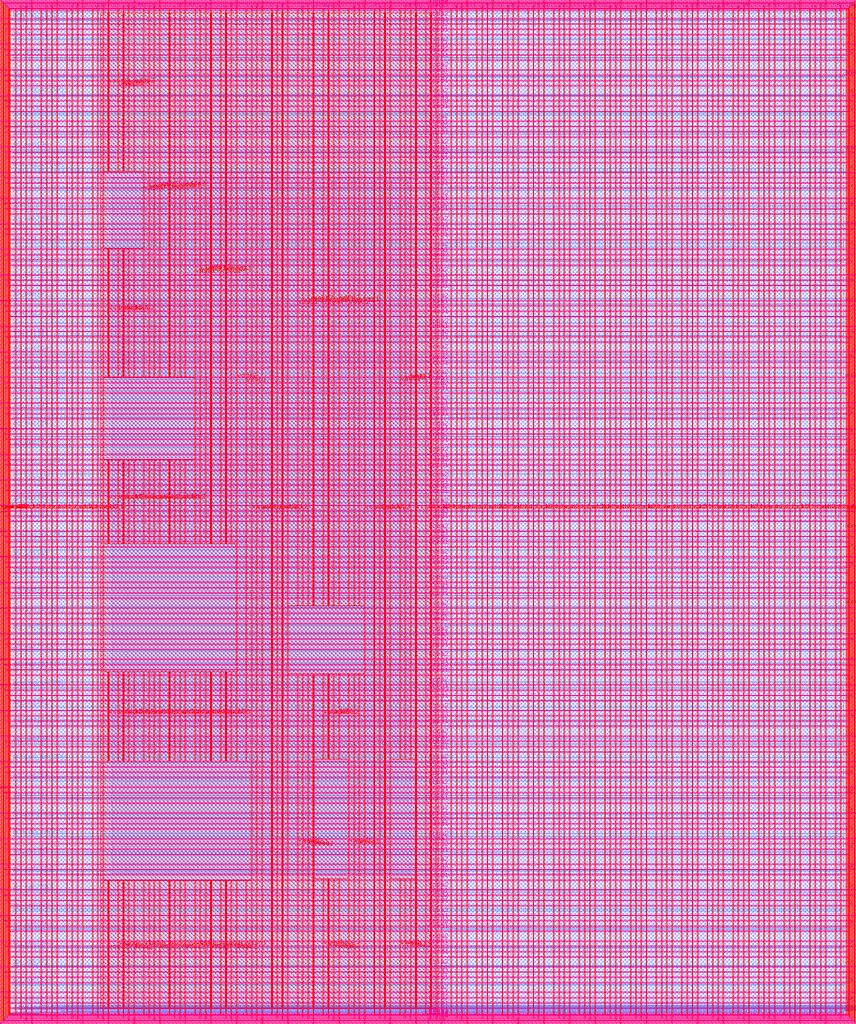
<source format=lef>
VERSION 5.7 ;
  NOWIREEXTENSIONATPIN ON ;
  DIVIDERCHAR "/" ;
  BUSBITCHARS "[]" ;
MACRO user_project_wrapper
  CLASS BLOCK ;
  FOREIGN user_project_wrapper ;
  ORIGIN 0.000 0.000 ;
  SIZE 2920.000 BY 3520.000 ;
  PIN analog_io[0]
    DIRECTION INOUT ;
    USE SIGNAL ;
    PORT
      LAYER met3 ;
        RECT 2917.600 1426.380 2924.800 1427.580 ;
    END
  END analog_io[0]
  PIN analog_io[10]
    DIRECTION INOUT ;
    USE SIGNAL ;
    PORT
      LAYER met2 ;
        RECT 2230.490 3517.600 2231.050 3524.800 ;
    END
  END analog_io[10]
  PIN analog_io[11]
    DIRECTION INOUT ;
    USE SIGNAL ;
    PORT
      LAYER met2 ;
        RECT 1905.730 3517.600 1906.290 3524.800 ;
    END
  END analog_io[11]
  PIN analog_io[12]
    DIRECTION INOUT ;
    USE SIGNAL ;
    PORT
      LAYER met2 ;
        RECT 1581.430 3517.600 1581.990 3524.800 ;
    END
  END analog_io[12]
  PIN analog_io[13]
    DIRECTION INOUT ;
    USE SIGNAL ;
    PORT
      LAYER met2 ;
        RECT 1257.130 3517.600 1257.690 3524.800 ;
    END
  END analog_io[13]
  PIN analog_io[14]
    DIRECTION INOUT ;
    USE SIGNAL ;
    PORT
      LAYER met2 ;
        RECT 932.370 3517.600 932.930 3524.800 ;
    END
  END analog_io[14]
  PIN analog_io[15]
    DIRECTION INOUT ;
    USE SIGNAL ;
    PORT
      LAYER met2 ;
        RECT 608.070 3517.600 608.630 3524.800 ;
    END
  END analog_io[15]
  PIN analog_io[16]
    DIRECTION INOUT ;
    USE SIGNAL ;
    PORT
      LAYER met2 ;
        RECT 283.770 3517.600 284.330 3524.800 ;
    END
  END analog_io[16]
  PIN analog_io[17]
    DIRECTION INOUT ;
    USE SIGNAL ;
    PORT
      LAYER met3 ;
        RECT -4.800 3486.100 2.400 3487.300 ;
    END
  END analog_io[17]
  PIN analog_io[18]
    DIRECTION INOUT ;
    USE SIGNAL ;
    PORT
      LAYER met3 ;
        RECT -4.800 3224.980 2.400 3226.180 ;
    END
  END analog_io[18]
  PIN analog_io[19]
    DIRECTION INOUT ;
    USE SIGNAL ;
    PORT
      LAYER met3 ;
        RECT -4.800 2964.540 2.400 2965.740 ;
    END
  END analog_io[19]
  PIN analog_io[1]
    DIRECTION INOUT ;
    USE SIGNAL ;
    PORT
      LAYER met3 ;
        RECT 2917.600 1692.260 2924.800 1693.460 ;
    END
  END analog_io[1]
  PIN analog_io[20]
    DIRECTION INOUT ;
    USE SIGNAL ;
    PORT
      LAYER met3 ;
        RECT -4.800 2703.420 2.400 2704.620 ;
    END
  END analog_io[20]
  PIN analog_io[21]
    DIRECTION INOUT ;
    USE SIGNAL ;
    PORT
      LAYER met3 ;
        RECT -4.800 2442.980 2.400 2444.180 ;
    END
  END analog_io[21]
  PIN analog_io[22]
    DIRECTION INOUT ;
    USE SIGNAL ;
    PORT
      LAYER met3 ;
        RECT -4.800 2182.540 2.400 2183.740 ;
    END
  END analog_io[22]
  PIN analog_io[23]
    DIRECTION INOUT ;
    USE SIGNAL ;
    PORT
      LAYER met3 ;
        RECT -4.800 1921.420 2.400 1922.620 ;
    END
  END analog_io[23]
  PIN analog_io[24]
    DIRECTION INOUT ;
    USE SIGNAL ;
    PORT
      LAYER met3 ;
        RECT -4.800 1660.980 2.400 1662.180 ;
    END
  END analog_io[24]
  PIN analog_io[25]
    DIRECTION INOUT ;
    USE SIGNAL ;
    PORT
      LAYER met3 ;
        RECT -4.800 1399.860 2.400 1401.060 ;
    END
  END analog_io[25]
  PIN analog_io[26]
    DIRECTION INOUT ;
    USE SIGNAL ;
    PORT
      LAYER met3 ;
        RECT -4.800 1139.420 2.400 1140.620 ;
    END
  END analog_io[26]
  PIN analog_io[27]
    DIRECTION INOUT ;
    USE SIGNAL ;
    PORT
      LAYER met3 ;
        RECT -4.800 878.980 2.400 880.180 ;
    END
  END analog_io[27]
  PIN analog_io[28]
    DIRECTION INOUT ;
    USE SIGNAL ;
    PORT
      LAYER met3 ;
        RECT -4.800 617.860 2.400 619.060 ;
    END
  END analog_io[28]
  PIN analog_io[2]
    DIRECTION INOUT ;
    USE SIGNAL ;
    PORT
      LAYER met3 ;
        RECT 2917.600 1958.140 2924.800 1959.340 ;
    END
  END analog_io[2]
  PIN analog_io[3]
    DIRECTION INOUT ;
    USE SIGNAL ;
    PORT
      LAYER met3 ;
        RECT 2917.600 2223.340 2924.800 2224.540 ;
    END
  END analog_io[3]
  PIN analog_io[4]
    DIRECTION INOUT ;
    USE SIGNAL ;
    PORT
      LAYER met3 ;
        RECT 2917.600 2489.220 2924.800 2490.420 ;
    END
  END analog_io[4]
  PIN analog_io[5]
    DIRECTION INOUT ;
    USE SIGNAL ;
    PORT
      LAYER met3 ;
        RECT 2917.600 2755.100 2924.800 2756.300 ;
    END
  END analog_io[5]
  PIN analog_io[6]
    DIRECTION INOUT ;
    USE SIGNAL ;
    PORT
      LAYER met3 ;
        RECT 2917.600 3020.300 2924.800 3021.500 ;
    END
  END analog_io[6]
  PIN analog_io[7]
    DIRECTION INOUT ;
    USE SIGNAL ;
    PORT
      LAYER met3 ;
        RECT 2917.600 3286.180 2924.800 3287.380 ;
    END
  END analog_io[7]
  PIN analog_io[8]
    DIRECTION INOUT ;
    USE SIGNAL ;
    PORT
      LAYER met2 ;
        RECT 2879.090 3517.600 2879.650 3524.800 ;
    END
  END analog_io[8]
  PIN analog_io[9]
    DIRECTION INOUT ;
    USE SIGNAL ;
    PORT
      LAYER met2 ;
        RECT 2554.790 3517.600 2555.350 3524.800 ;
    END
  END analog_io[9]
  PIN io_in[0]
    DIRECTION INPUT ;
    USE SIGNAL ;
    PORT
      LAYER met3 ;
        RECT 2917.600 32.380 2924.800 33.580 ;
    END
  END io_in[0]
  PIN io_in[10]
    DIRECTION INPUT ;
    USE SIGNAL ;
    PORT
      LAYER met3 ;
        RECT 2917.600 2289.980 2924.800 2291.180 ;
    END
  END io_in[10]
  PIN io_in[11]
    DIRECTION INPUT ;
    USE SIGNAL ;
    PORT
      LAYER met3 ;
        RECT 2917.600 2555.860 2924.800 2557.060 ;
    END
  END io_in[11]
  PIN io_in[12]
    DIRECTION INPUT ;
    USE SIGNAL ;
    PORT
      LAYER met3 ;
        RECT 2917.600 2821.060 2924.800 2822.260 ;
    END
  END io_in[12]
  PIN io_in[13]
    DIRECTION INPUT ;
    USE SIGNAL ;
    PORT
      LAYER met3 ;
        RECT 2917.600 3086.940 2924.800 3088.140 ;
    END
  END io_in[13]
  PIN io_in[14]
    DIRECTION INPUT ;
    USE SIGNAL ;
    PORT
      LAYER met3 ;
        RECT 2917.600 3352.820 2924.800 3354.020 ;
    END
  END io_in[14]
  PIN io_in[15]
    DIRECTION INPUT ;
    USE SIGNAL ;
    PORT
      LAYER met2 ;
        RECT 2798.130 3517.600 2798.690 3524.800 ;
    END
  END io_in[15]
  PIN io_in[16]
    DIRECTION INPUT ;
    USE SIGNAL ;
    PORT
      LAYER met2 ;
        RECT 2473.830 3517.600 2474.390 3524.800 ;
    END
  END io_in[16]
  PIN io_in[17]
    DIRECTION INPUT ;
    USE SIGNAL ;
    PORT
      LAYER met2 ;
        RECT 2149.070 3517.600 2149.630 3524.800 ;
    END
  END io_in[17]
  PIN io_in[18]
    DIRECTION INPUT ;
    USE SIGNAL ;
    PORT
      LAYER met2 ;
        RECT 1824.770 3517.600 1825.330 3524.800 ;
    END
  END io_in[18]
  PIN io_in[19]
    DIRECTION INPUT ;
    USE SIGNAL ;
    PORT
      LAYER met2 ;
        RECT 1500.470 3517.600 1501.030 3524.800 ;
    END
  END io_in[19]
  PIN io_in[1]
    DIRECTION INPUT ;
    USE SIGNAL ;
    PORT
      LAYER met3 ;
        RECT 2917.600 230.940 2924.800 232.140 ;
    END
  END io_in[1]
  PIN io_in[20]
    DIRECTION INPUT ;
    USE SIGNAL ;
    PORT
      LAYER met2 ;
        RECT 1175.710 3517.600 1176.270 3524.800 ;
    END
  END io_in[20]
  PIN io_in[21]
    DIRECTION INPUT ;
    USE SIGNAL ;
    PORT
      LAYER met2 ;
        RECT 851.410 3517.600 851.970 3524.800 ;
    END
  END io_in[21]
  PIN io_in[22]
    DIRECTION INPUT ;
    USE SIGNAL ;
    PORT
      LAYER met2 ;
        RECT 527.110 3517.600 527.670 3524.800 ;
    END
  END io_in[22]
  PIN io_in[23]
    DIRECTION INPUT ;
    USE SIGNAL ;
    PORT
      LAYER met2 ;
        RECT 202.350 3517.600 202.910 3524.800 ;
    END
  END io_in[23]
  PIN io_in[24]
    DIRECTION INPUT ;
    USE SIGNAL ;
    PORT
      LAYER met3 ;
        RECT -4.800 3420.820 2.400 3422.020 ;
    END
  END io_in[24]
  PIN io_in[25]
    DIRECTION INPUT ;
    USE SIGNAL ;
    PORT
      LAYER met3 ;
        RECT -4.800 3159.700 2.400 3160.900 ;
    END
  END io_in[25]
  PIN io_in[26]
    DIRECTION INPUT ;
    USE SIGNAL ;
    PORT
      LAYER met3 ;
        RECT -4.800 2899.260 2.400 2900.460 ;
    END
  END io_in[26]
  PIN io_in[27]
    DIRECTION INPUT ;
    USE SIGNAL ;
    PORT
      LAYER met3 ;
        RECT -4.800 2638.820 2.400 2640.020 ;
    END
  END io_in[27]
  PIN io_in[28]
    DIRECTION INPUT ;
    USE SIGNAL ;
    PORT
      LAYER met3 ;
        RECT -4.800 2377.700 2.400 2378.900 ;
    END
  END io_in[28]
  PIN io_in[29]
    DIRECTION INPUT ;
    USE SIGNAL ;
    PORT
      LAYER met3 ;
        RECT -4.800 2117.260 2.400 2118.460 ;
    END
  END io_in[29]
  PIN io_in[2]
    DIRECTION INPUT ;
    USE SIGNAL ;
    PORT
      LAYER met3 ;
        RECT 2917.600 430.180 2924.800 431.380 ;
    END
  END io_in[2]
  PIN io_in[30]
    DIRECTION INPUT ;
    USE SIGNAL ;
    PORT
      LAYER met3 ;
        RECT -4.800 1856.140 2.400 1857.340 ;
    END
  END io_in[30]
  PIN io_in[31]
    DIRECTION INPUT ;
    USE SIGNAL ;
    PORT
      LAYER met3 ;
        RECT -4.800 1595.700 2.400 1596.900 ;
    END
  END io_in[31]
  PIN io_in[32]
    DIRECTION INPUT ;
    USE SIGNAL ;
    PORT
      LAYER met3 ;
        RECT -4.800 1335.260 2.400 1336.460 ;
    END
  END io_in[32]
  PIN io_in[33]
    DIRECTION INPUT ;
    USE SIGNAL ;
    PORT
      LAYER met3 ;
        RECT -4.800 1074.140 2.400 1075.340 ;
    END
  END io_in[33]
  PIN io_in[34]
    DIRECTION INPUT ;
    USE SIGNAL ;
    PORT
      LAYER met3 ;
        RECT -4.800 813.700 2.400 814.900 ;
    END
  END io_in[34]
  PIN io_in[35]
    DIRECTION INPUT ;
    USE SIGNAL ;
    PORT
      LAYER met3 ;
        RECT -4.800 552.580 2.400 553.780 ;
    END
  END io_in[35]
  PIN io_in[36]
    DIRECTION INPUT ;
    USE SIGNAL ;
    PORT
      LAYER met3 ;
        RECT -4.800 357.420 2.400 358.620 ;
    END
  END io_in[36]
  PIN io_in[37]
    DIRECTION INPUT ;
    USE SIGNAL ;
    PORT
      LAYER met3 ;
        RECT -4.800 161.580 2.400 162.780 ;
    END
  END io_in[37]
  PIN io_in[3]
    DIRECTION INPUT ;
    USE SIGNAL ;
    PORT
      LAYER met3 ;
        RECT 2917.600 629.420 2924.800 630.620 ;
    END
  END io_in[3]
  PIN io_in[4]
    DIRECTION INPUT ;
    USE SIGNAL ;
    PORT
      LAYER met3 ;
        RECT 2917.600 828.660 2924.800 829.860 ;
    END
  END io_in[4]
  PIN io_in[5]
    DIRECTION INPUT ;
    USE SIGNAL ;
    PORT
      LAYER met3 ;
        RECT 2917.600 1027.900 2924.800 1029.100 ;
    END
  END io_in[5]
  PIN io_in[6]
    DIRECTION INPUT ;
    USE SIGNAL ;
    PORT
      LAYER met3 ;
        RECT 2917.600 1227.140 2924.800 1228.340 ;
    END
  END io_in[6]
  PIN io_in[7]
    DIRECTION INPUT ;
    USE SIGNAL ;
    PORT
      LAYER met3 ;
        RECT 2917.600 1493.020 2924.800 1494.220 ;
    END
  END io_in[7]
  PIN io_in[8]
    DIRECTION INPUT ;
    USE SIGNAL ;
    PORT
      LAYER met3 ;
        RECT 2917.600 1758.900 2924.800 1760.100 ;
    END
  END io_in[8]
  PIN io_in[9]
    DIRECTION INPUT ;
    USE SIGNAL ;
    PORT
      LAYER met3 ;
        RECT 2917.600 2024.100 2924.800 2025.300 ;
    END
  END io_in[9]
  PIN io_oeb[0]
    DIRECTION OUTPUT TRISTATE ;
    USE SIGNAL ;
    PORT
      LAYER met3 ;
        RECT 2917.600 164.980 2924.800 166.180 ;
    END
  END io_oeb[0]
  PIN io_oeb[10]
    DIRECTION OUTPUT TRISTATE ;
    USE SIGNAL ;
    PORT
      LAYER met3 ;
        RECT 2917.600 2422.580 2924.800 2423.780 ;
    END
  END io_oeb[10]
  PIN io_oeb[11]
    DIRECTION OUTPUT TRISTATE ;
    USE SIGNAL ;
    PORT
      LAYER met3 ;
        RECT 2917.600 2688.460 2924.800 2689.660 ;
    END
  END io_oeb[11]
  PIN io_oeb[12]
    DIRECTION OUTPUT TRISTATE ;
    USE SIGNAL ;
    PORT
      LAYER met3 ;
        RECT 2917.600 2954.340 2924.800 2955.540 ;
    END
  END io_oeb[12]
  PIN io_oeb[13]
    DIRECTION OUTPUT TRISTATE ;
    USE SIGNAL ;
    PORT
      LAYER met3 ;
        RECT 2917.600 3219.540 2924.800 3220.740 ;
    END
  END io_oeb[13]
  PIN io_oeb[14]
    DIRECTION OUTPUT TRISTATE ;
    USE SIGNAL ;
    PORT
      LAYER met3 ;
        RECT 2917.600 3485.420 2924.800 3486.620 ;
    END
  END io_oeb[14]
  PIN io_oeb[15]
    DIRECTION OUTPUT TRISTATE ;
    USE SIGNAL ;
    PORT
      LAYER met2 ;
        RECT 2635.750 3517.600 2636.310 3524.800 ;
    END
  END io_oeb[15]
  PIN io_oeb[16]
    DIRECTION OUTPUT TRISTATE ;
    USE SIGNAL ;
    PORT
      LAYER met2 ;
        RECT 2311.450 3517.600 2312.010 3524.800 ;
    END
  END io_oeb[16]
  PIN io_oeb[17]
    DIRECTION OUTPUT TRISTATE ;
    USE SIGNAL ;
    PORT
      LAYER met2 ;
        RECT 1987.150 3517.600 1987.710 3524.800 ;
    END
  END io_oeb[17]
  PIN io_oeb[18]
    DIRECTION OUTPUT TRISTATE ;
    USE SIGNAL ;
    PORT
      LAYER met2 ;
        RECT 1662.390 3517.600 1662.950 3524.800 ;
    END
  END io_oeb[18]
  PIN io_oeb[19]
    DIRECTION OUTPUT TRISTATE ;
    USE SIGNAL ;
    PORT
      LAYER met2 ;
        RECT 1338.090 3517.600 1338.650 3524.800 ;
    END
  END io_oeb[19]
  PIN io_oeb[1]
    DIRECTION OUTPUT TRISTATE ;
    USE SIGNAL ;
    PORT
      LAYER met3 ;
        RECT 2917.600 364.220 2924.800 365.420 ;
    END
  END io_oeb[1]
  PIN io_oeb[20]
    DIRECTION OUTPUT TRISTATE ;
    USE SIGNAL ;
    PORT
      LAYER met2 ;
        RECT 1013.790 3517.600 1014.350 3524.800 ;
    END
  END io_oeb[20]
  PIN io_oeb[21]
    DIRECTION OUTPUT TRISTATE ;
    USE SIGNAL ;
    PORT
      LAYER met2 ;
        RECT 689.030 3517.600 689.590 3524.800 ;
    END
  END io_oeb[21]
  PIN io_oeb[22]
    DIRECTION OUTPUT TRISTATE ;
    USE SIGNAL ;
    PORT
      LAYER met2 ;
        RECT 364.730 3517.600 365.290 3524.800 ;
    END
  END io_oeb[22]
  PIN io_oeb[23]
    DIRECTION OUTPUT TRISTATE ;
    USE SIGNAL ;
    PORT
      LAYER met2 ;
        RECT 40.430 3517.600 40.990 3524.800 ;
    END
  END io_oeb[23]
  PIN io_oeb[24]
    DIRECTION OUTPUT TRISTATE ;
    USE SIGNAL ;
    PORT
      LAYER met3 ;
        RECT -4.800 3290.260 2.400 3291.460 ;
    END
  END io_oeb[24]
  PIN io_oeb[25]
    DIRECTION OUTPUT TRISTATE ;
    USE SIGNAL ;
    PORT
      LAYER met3 ;
        RECT -4.800 3029.820 2.400 3031.020 ;
    END
  END io_oeb[25]
  PIN io_oeb[26]
    DIRECTION OUTPUT TRISTATE ;
    USE SIGNAL ;
    PORT
      LAYER met3 ;
        RECT -4.800 2768.700 2.400 2769.900 ;
    END
  END io_oeb[26]
  PIN io_oeb[27]
    DIRECTION OUTPUT TRISTATE ;
    USE SIGNAL ;
    PORT
      LAYER met3 ;
        RECT -4.800 2508.260 2.400 2509.460 ;
    END
  END io_oeb[27]
  PIN io_oeb[28]
    DIRECTION OUTPUT TRISTATE ;
    USE SIGNAL ;
    PORT
      LAYER met3 ;
        RECT -4.800 2247.140 2.400 2248.340 ;
    END
  END io_oeb[28]
  PIN io_oeb[29]
    DIRECTION OUTPUT TRISTATE ;
    USE SIGNAL ;
    PORT
      LAYER met3 ;
        RECT -4.800 1986.700 2.400 1987.900 ;
    END
  END io_oeb[29]
  PIN io_oeb[2]
    DIRECTION OUTPUT TRISTATE ;
    USE SIGNAL ;
    PORT
      LAYER met3 ;
        RECT 2917.600 563.460 2924.800 564.660 ;
    END
  END io_oeb[2]
  PIN io_oeb[30]
    DIRECTION OUTPUT TRISTATE ;
    USE SIGNAL ;
    PORT
      LAYER met3 ;
        RECT -4.800 1726.260 2.400 1727.460 ;
    END
  END io_oeb[30]
  PIN io_oeb[31]
    DIRECTION OUTPUT TRISTATE ;
    USE SIGNAL ;
    PORT
      LAYER met3 ;
        RECT -4.800 1465.140 2.400 1466.340 ;
    END
  END io_oeb[31]
  PIN io_oeb[32]
    DIRECTION OUTPUT TRISTATE ;
    USE SIGNAL ;
    PORT
      LAYER met3 ;
        RECT -4.800 1204.700 2.400 1205.900 ;
    END
  END io_oeb[32]
  PIN io_oeb[33]
    DIRECTION OUTPUT TRISTATE ;
    USE SIGNAL ;
    PORT
      LAYER met3 ;
        RECT -4.800 943.580 2.400 944.780 ;
    END
  END io_oeb[33]
  PIN io_oeb[34]
    DIRECTION OUTPUT TRISTATE ;
    USE SIGNAL ;
    PORT
      LAYER met3 ;
        RECT -4.800 683.140 2.400 684.340 ;
    END
  END io_oeb[34]
  PIN io_oeb[35]
    DIRECTION OUTPUT TRISTATE ;
    USE SIGNAL ;
    PORT
      LAYER met3 ;
        RECT -4.800 422.700 2.400 423.900 ;
    END
  END io_oeb[35]
  PIN io_oeb[36]
    DIRECTION OUTPUT TRISTATE ;
    USE SIGNAL ;
    PORT
      LAYER met3 ;
        RECT -4.800 226.860 2.400 228.060 ;
    END
  END io_oeb[36]
  PIN io_oeb[37]
    DIRECTION OUTPUT TRISTATE ;
    USE SIGNAL ;
    PORT
      LAYER met3 ;
        RECT -4.800 31.700 2.400 32.900 ;
    END
  END io_oeb[37]
  PIN io_oeb[3]
    DIRECTION OUTPUT TRISTATE ;
    USE SIGNAL ;
    PORT
      LAYER met3 ;
        RECT 2917.600 762.700 2924.800 763.900 ;
    END
  END io_oeb[3]
  PIN io_oeb[4]
    DIRECTION OUTPUT TRISTATE ;
    USE SIGNAL ;
    PORT
      LAYER met3 ;
        RECT 2917.600 961.940 2924.800 963.140 ;
    END
  END io_oeb[4]
  PIN io_oeb[5]
    DIRECTION OUTPUT TRISTATE ;
    USE SIGNAL ;
    PORT
      LAYER met3 ;
        RECT 2917.600 1161.180 2924.800 1162.380 ;
    END
  END io_oeb[5]
  PIN io_oeb[6]
    DIRECTION OUTPUT TRISTATE ;
    USE SIGNAL ;
    PORT
      LAYER met3 ;
        RECT 2917.600 1360.420 2924.800 1361.620 ;
    END
  END io_oeb[6]
  PIN io_oeb[7]
    DIRECTION OUTPUT TRISTATE ;
    USE SIGNAL ;
    PORT
      LAYER met3 ;
        RECT 2917.600 1625.620 2924.800 1626.820 ;
    END
  END io_oeb[7]
  PIN io_oeb[8]
    DIRECTION OUTPUT TRISTATE ;
    USE SIGNAL ;
    PORT
      LAYER met3 ;
        RECT 2917.600 1891.500 2924.800 1892.700 ;
    END
  END io_oeb[8]
  PIN io_oeb[9]
    DIRECTION OUTPUT TRISTATE ;
    USE SIGNAL ;
    PORT
      LAYER met3 ;
        RECT 2917.600 2157.380 2924.800 2158.580 ;
    END
  END io_oeb[9]
  PIN io_out[0]
    DIRECTION OUTPUT TRISTATE ;
    USE SIGNAL ;
    PORT
      LAYER met3 ;
        RECT 2917.600 98.340 2924.800 99.540 ;
    END
  END io_out[0]
  PIN io_out[10]
    DIRECTION OUTPUT TRISTATE ;
    USE SIGNAL ;
    PORT
      LAYER met3 ;
        RECT 2917.600 2356.620 2924.800 2357.820 ;
    END
  END io_out[10]
  PIN io_out[11]
    DIRECTION OUTPUT TRISTATE ;
    USE SIGNAL ;
    PORT
      LAYER met3 ;
        RECT 2917.600 2621.820 2924.800 2623.020 ;
    END
  END io_out[11]
  PIN io_out[12]
    DIRECTION OUTPUT TRISTATE ;
    USE SIGNAL ;
    PORT
      LAYER met3 ;
        RECT 2917.600 2887.700 2924.800 2888.900 ;
    END
  END io_out[12]
  PIN io_out[13]
    DIRECTION OUTPUT TRISTATE ;
    USE SIGNAL ;
    PORT
      LAYER met3 ;
        RECT 2917.600 3153.580 2924.800 3154.780 ;
    END
  END io_out[13]
  PIN io_out[14]
    DIRECTION OUTPUT TRISTATE ;
    USE SIGNAL ;
    PORT
      LAYER met3 ;
        RECT 2917.600 3418.780 2924.800 3419.980 ;
    END
  END io_out[14]
  PIN io_out[15]
    DIRECTION OUTPUT TRISTATE ;
    USE SIGNAL ;
    PORT
      LAYER met2 ;
        RECT 2717.170 3517.600 2717.730 3524.800 ;
    END
  END io_out[15]
  PIN io_out[16]
    DIRECTION OUTPUT TRISTATE ;
    USE SIGNAL ;
    PORT
      LAYER met2 ;
        RECT 2392.410 3517.600 2392.970 3524.800 ;
    END
  END io_out[16]
  PIN io_out[17]
    DIRECTION OUTPUT TRISTATE ;
    USE SIGNAL ;
    PORT
      LAYER met2 ;
        RECT 2068.110 3517.600 2068.670 3524.800 ;
    END
  END io_out[17]
  PIN io_out[18]
    DIRECTION OUTPUT TRISTATE ;
    USE SIGNAL ;
    PORT
      LAYER met2 ;
        RECT 1743.810 3517.600 1744.370 3524.800 ;
    END
  END io_out[18]
  PIN io_out[19]
    DIRECTION OUTPUT TRISTATE ;
    USE SIGNAL ;
    PORT
      LAYER met2 ;
        RECT 1419.050 3517.600 1419.610 3524.800 ;
    END
  END io_out[19]
  PIN io_out[1]
    DIRECTION OUTPUT TRISTATE ;
    USE SIGNAL ;
    PORT
      LAYER met3 ;
        RECT 2917.600 297.580 2924.800 298.780 ;
    END
  END io_out[1]
  PIN io_out[20]
    DIRECTION OUTPUT TRISTATE ;
    USE SIGNAL ;
    PORT
      LAYER met2 ;
        RECT 1094.750 3517.600 1095.310 3524.800 ;
    END
  END io_out[20]
  PIN io_out[21]
    DIRECTION OUTPUT TRISTATE ;
    USE SIGNAL ;
    PORT
      LAYER met2 ;
        RECT 770.450 3517.600 771.010 3524.800 ;
    END
  END io_out[21]
  PIN io_out[22]
    DIRECTION OUTPUT TRISTATE ;
    USE SIGNAL ;
    PORT
      LAYER met2 ;
        RECT 445.690 3517.600 446.250 3524.800 ;
    END
  END io_out[22]
  PIN io_out[23]
    DIRECTION OUTPUT TRISTATE ;
    USE SIGNAL ;
    PORT
      LAYER met2 ;
        RECT 121.390 3517.600 121.950 3524.800 ;
    END
  END io_out[23]
  PIN io_out[24]
    DIRECTION OUTPUT TRISTATE ;
    USE SIGNAL ;
    PORT
      LAYER met3 ;
        RECT -4.800 3355.540 2.400 3356.740 ;
    END
  END io_out[24]
  PIN io_out[25]
    DIRECTION OUTPUT TRISTATE ;
    USE SIGNAL ;
    PORT
      LAYER met3 ;
        RECT -4.800 3095.100 2.400 3096.300 ;
    END
  END io_out[25]
  PIN io_out[26]
    DIRECTION OUTPUT TRISTATE ;
    USE SIGNAL ;
    PORT
      LAYER met3 ;
        RECT -4.800 2833.980 2.400 2835.180 ;
    END
  END io_out[26]
  PIN io_out[27]
    DIRECTION OUTPUT TRISTATE ;
    USE SIGNAL ;
    PORT
      LAYER met3 ;
        RECT -4.800 2573.540 2.400 2574.740 ;
    END
  END io_out[27]
  PIN io_out[28]
    DIRECTION OUTPUT TRISTATE ;
    USE SIGNAL ;
    PORT
      LAYER met3 ;
        RECT -4.800 2312.420 2.400 2313.620 ;
    END
  END io_out[28]
  PIN io_out[29]
    DIRECTION OUTPUT TRISTATE ;
    USE SIGNAL ;
    PORT
      LAYER met3 ;
        RECT -4.800 2051.980 2.400 2053.180 ;
    END
  END io_out[29]
  PIN io_out[2]
    DIRECTION OUTPUT TRISTATE ;
    USE SIGNAL ;
    PORT
      LAYER met3 ;
        RECT 2917.600 496.820 2924.800 498.020 ;
    END
  END io_out[2]
  PIN io_out[30]
    DIRECTION OUTPUT TRISTATE ;
    USE SIGNAL ;
    PORT
      LAYER met3 ;
        RECT -4.800 1791.540 2.400 1792.740 ;
    END
  END io_out[30]
  PIN io_out[31]
    DIRECTION OUTPUT TRISTATE ;
    USE SIGNAL ;
    PORT
      LAYER met3 ;
        RECT -4.800 1530.420 2.400 1531.620 ;
    END
  END io_out[31]
  PIN io_out[32]
    DIRECTION OUTPUT TRISTATE ;
    USE SIGNAL ;
    PORT
      LAYER met3 ;
        RECT -4.800 1269.980 2.400 1271.180 ;
    END
  END io_out[32]
  PIN io_out[33]
    DIRECTION OUTPUT TRISTATE ;
    USE SIGNAL ;
    PORT
      LAYER met3 ;
        RECT -4.800 1008.860 2.400 1010.060 ;
    END
  END io_out[33]
  PIN io_out[34]
    DIRECTION OUTPUT TRISTATE ;
    USE SIGNAL ;
    PORT
      LAYER met3 ;
        RECT -4.800 748.420 2.400 749.620 ;
    END
  END io_out[34]
  PIN io_out[35]
    DIRECTION OUTPUT TRISTATE ;
    USE SIGNAL ;
    PORT
      LAYER met3 ;
        RECT -4.800 487.300 2.400 488.500 ;
    END
  END io_out[35]
  PIN io_out[36]
    DIRECTION OUTPUT TRISTATE ;
    USE SIGNAL ;
    PORT
      LAYER met3 ;
        RECT -4.800 292.140 2.400 293.340 ;
    END
  END io_out[36]
  PIN io_out[37]
    DIRECTION OUTPUT TRISTATE ;
    USE SIGNAL ;
    PORT
      LAYER met3 ;
        RECT -4.800 96.300 2.400 97.500 ;
    END
  END io_out[37]
  PIN io_out[3]
    DIRECTION OUTPUT TRISTATE ;
    USE SIGNAL ;
    PORT
      LAYER met3 ;
        RECT 2917.600 696.060 2924.800 697.260 ;
    END
  END io_out[3]
  PIN io_out[4]
    DIRECTION OUTPUT TRISTATE ;
    USE SIGNAL ;
    PORT
      LAYER met3 ;
        RECT 2917.600 895.300 2924.800 896.500 ;
    END
  END io_out[4]
  PIN io_out[5]
    DIRECTION OUTPUT TRISTATE ;
    USE SIGNAL ;
    PORT
      LAYER met3 ;
        RECT 2917.600 1094.540 2924.800 1095.740 ;
    END
  END io_out[5]
  PIN io_out[6]
    DIRECTION OUTPUT TRISTATE ;
    USE SIGNAL ;
    PORT
      LAYER met3 ;
        RECT 2917.600 1293.780 2924.800 1294.980 ;
    END
  END io_out[6]
  PIN io_out[7]
    DIRECTION OUTPUT TRISTATE ;
    USE SIGNAL ;
    PORT
      LAYER met3 ;
        RECT 2917.600 1559.660 2924.800 1560.860 ;
    END
  END io_out[7]
  PIN io_out[8]
    DIRECTION OUTPUT TRISTATE ;
    USE SIGNAL ;
    PORT
      LAYER met3 ;
        RECT 2917.600 1824.860 2924.800 1826.060 ;
    END
  END io_out[8]
  PIN io_out[9]
    DIRECTION OUTPUT TRISTATE ;
    USE SIGNAL ;
    PORT
      LAYER met3 ;
        RECT 2917.600 2090.740 2924.800 2091.940 ;
    END
  END io_out[9]
  PIN la_data_in[0]
    DIRECTION INPUT ;
    USE SIGNAL ;
    PORT
      LAYER met2 ;
        RECT 629.230 -4.800 629.790 2.400 ;
    END
  END la_data_in[0]
  PIN la_data_in[100]
    DIRECTION INPUT ;
    USE SIGNAL ;
    PORT
      LAYER met2 ;
        RECT 2402.530 -4.800 2403.090 2.400 ;
    END
  END la_data_in[100]
  PIN la_data_in[101]
    DIRECTION INPUT ;
    USE SIGNAL ;
    PORT
      LAYER met2 ;
        RECT 2420.010 -4.800 2420.570 2.400 ;
    END
  END la_data_in[101]
  PIN la_data_in[102]
    DIRECTION INPUT ;
    USE SIGNAL ;
    PORT
      LAYER met2 ;
        RECT 2437.950 -4.800 2438.510 2.400 ;
    END
  END la_data_in[102]
  PIN la_data_in[103]
    DIRECTION INPUT ;
    USE SIGNAL ;
    PORT
      LAYER met2 ;
        RECT 2455.430 -4.800 2455.990 2.400 ;
    END
  END la_data_in[103]
  PIN la_data_in[104]
    DIRECTION INPUT ;
    USE SIGNAL ;
    PORT
      LAYER met2 ;
        RECT 2473.370 -4.800 2473.930 2.400 ;
    END
  END la_data_in[104]
  PIN la_data_in[105]
    DIRECTION INPUT ;
    USE SIGNAL ;
    PORT
      LAYER met2 ;
        RECT 2490.850 -4.800 2491.410 2.400 ;
    END
  END la_data_in[105]
  PIN la_data_in[106]
    DIRECTION INPUT ;
    USE SIGNAL ;
    PORT
      LAYER met2 ;
        RECT 2508.790 -4.800 2509.350 2.400 ;
    END
  END la_data_in[106]
  PIN la_data_in[107]
    DIRECTION INPUT ;
    USE SIGNAL ;
    PORT
      LAYER met2 ;
        RECT 2526.730 -4.800 2527.290 2.400 ;
    END
  END la_data_in[107]
  PIN la_data_in[108]
    DIRECTION INPUT ;
    USE SIGNAL ;
    PORT
      LAYER met2 ;
        RECT 2544.210 -4.800 2544.770 2.400 ;
    END
  END la_data_in[108]
  PIN la_data_in[109]
    DIRECTION INPUT ;
    USE SIGNAL ;
    PORT
      LAYER met2 ;
        RECT 2562.150 -4.800 2562.710 2.400 ;
    END
  END la_data_in[109]
  PIN la_data_in[10]
    DIRECTION INPUT ;
    USE SIGNAL ;
    PORT
      LAYER met2 ;
        RECT 806.330 -4.800 806.890 2.400 ;
    END
  END la_data_in[10]
  PIN la_data_in[110]
    DIRECTION INPUT ;
    USE SIGNAL ;
    PORT
      LAYER met2 ;
        RECT 2579.630 -4.800 2580.190 2.400 ;
    END
  END la_data_in[110]
  PIN la_data_in[111]
    DIRECTION INPUT ;
    USE SIGNAL ;
    PORT
      LAYER met2 ;
        RECT 2597.570 -4.800 2598.130 2.400 ;
    END
  END la_data_in[111]
  PIN la_data_in[112]
    DIRECTION INPUT ;
    USE SIGNAL ;
    PORT
      LAYER met2 ;
        RECT 2615.050 -4.800 2615.610 2.400 ;
    END
  END la_data_in[112]
  PIN la_data_in[113]
    DIRECTION INPUT ;
    USE SIGNAL ;
    PORT
      LAYER met2 ;
        RECT 2632.990 -4.800 2633.550 2.400 ;
    END
  END la_data_in[113]
  PIN la_data_in[114]
    DIRECTION INPUT ;
    USE SIGNAL ;
    PORT
      LAYER met2 ;
        RECT 2650.470 -4.800 2651.030 2.400 ;
    END
  END la_data_in[114]
  PIN la_data_in[115]
    DIRECTION INPUT ;
    USE SIGNAL ;
    PORT
      LAYER met2 ;
        RECT 2668.410 -4.800 2668.970 2.400 ;
    END
  END la_data_in[115]
  PIN la_data_in[116]
    DIRECTION INPUT ;
    USE SIGNAL ;
    PORT
      LAYER met2 ;
        RECT 2685.890 -4.800 2686.450 2.400 ;
    END
  END la_data_in[116]
  PIN la_data_in[117]
    DIRECTION INPUT ;
    USE SIGNAL ;
    PORT
      LAYER met2 ;
        RECT 2703.830 -4.800 2704.390 2.400 ;
    END
  END la_data_in[117]
  PIN la_data_in[118]
    DIRECTION INPUT ;
    USE SIGNAL ;
    PORT
      LAYER met2 ;
        RECT 2721.770 -4.800 2722.330 2.400 ;
    END
  END la_data_in[118]
  PIN la_data_in[119]
    DIRECTION INPUT ;
    USE SIGNAL ;
    PORT
      LAYER met2 ;
        RECT 2739.250 -4.800 2739.810 2.400 ;
    END
  END la_data_in[119]
  PIN la_data_in[11]
    DIRECTION INPUT ;
    USE SIGNAL ;
    PORT
      LAYER met2 ;
        RECT 824.270 -4.800 824.830 2.400 ;
    END
  END la_data_in[11]
  PIN la_data_in[120]
    DIRECTION INPUT ;
    USE SIGNAL ;
    PORT
      LAYER met2 ;
        RECT 2757.190 -4.800 2757.750 2.400 ;
    END
  END la_data_in[120]
  PIN la_data_in[121]
    DIRECTION INPUT ;
    USE SIGNAL ;
    PORT
      LAYER met2 ;
        RECT 2774.670 -4.800 2775.230 2.400 ;
    END
  END la_data_in[121]
  PIN la_data_in[122]
    DIRECTION INPUT ;
    USE SIGNAL ;
    PORT
      LAYER met2 ;
        RECT 2792.610 -4.800 2793.170 2.400 ;
    END
  END la_data_in[122]
  PIN la_data_in[123]
    DIRECTION INPUT ;
    USE SIGNAL ;
    PORT
      LAYER met2 ;
        RECT 2810.090 -4.800 2810.650 2.400 ;
    END
  END la_data_in[123]
  PIN la_data_in[124]
    DIRECTION INPUT ;
    USE SIGNAL ;
    PORT
      LAYER met2 ;
        RECT 2828.030 -4.800 2828.590 2.400 ;
    END
  END la_data_in[124]
  PIN la_data_in[125]
    DIRECTION INPUT ;
    USE SIGNAL ;
    PORT
      LAYER met2 ;
        RECT 2845.510 -4.800 2846.070 2.400 ;
    END
  END la_data_in[125]
  PIN la_data_in[126]
    DIRECTION INPUT ;
    USE SIGNAL ;
    PORT
      LAYER met2 ;
        RECT 2863.450 -4.800 2864.010 2.400 ;
    END
  END la_data_in[126]
  PIN la_data_in[127]
    DIRECTION INPUT ;
    USE SIGNAL ;
    PORT
      LAYER met2 ;
        RECT 2881.390 -4.800 2881.950 2.400 ;
    END
  END la_data_in[127]
  PIN la_data_in[12]
    DIRECTION INPUT ;
    USE SIGNAL ;
    PORT
      LAYER met2 ;
        RECT 841.750 -4.800 842.310 2.400 ;
    END
  END la_data_in[12]
  PIN la_data_in[13]
    DIRECTION INPUT ;
    USE SIGNAL ;
    PORT
      LAYER met2 ;
        RECT 859.690 -4.800 860.250 2.400 ;
    END
  END la_data_in[13]
  PIN la_data_in[14]
    DIRECTION INPUT ;
    USE SIGNAL ;
    PORT
      LAYER met2 ;
        RECT 877.170 -4.800 877.730 2.400 ;
    END
  END la_data_in[14]
  PIN la_data_in[15]
    DIRECTION INPUT ;
    USE SIGNAL ;
    PORT
      LAYER met2 ;
        RECT 895.110 -4.800 895.670 2.400 ;
    END
  END la_data_in[15]
  PIN la_data_in[16]
    DIRECTION INPUT ;
    USE SIGNAL ;
    PORT
      LAYER met2 ;
        RECT 912.590 -4.800 913.150 2.400 ;
    END
  END la_data_in[16]
  PIN la_data_in[17]
    DIRECTION INPUT ;
    USE SIGNAL ;
    PORT
      LAYER met2 ;
        RECT 930.530 -4.800 931.090 2.400 ;
    END
  END la_data_in[17]
  PIN la_data_in[18]
    DIRECTION INPUT ;
    USE SIGNAL ;
    PORT
      LAYER met2 ;
        RECT 948.470 -4.800 949.030 2.400 ;
    END
  END la_data_in[18]
  PIN la_data_in[19]
    DIRECTION INPUT ;
    USE SIGNAL ;
    PORT
      LAYER met2 ;
        RECT 965.950 -4.800 966.510 2.400 ;
    END
  END la_data_in[19]
  PIN la_data_in[1]
    DIRECTION INPUT ;
    USE SIGNAL ;
    PORT
      LAYER met2 ;
        RECT 646.710 -4.800 647.270 2.400 ;
    END
  END la_data_in[1]
  PIN la_data_in[20]
    DIRECTION INPUT ;
    USE SIGNAL ;
    PORT
      LAYER met2 ;
        RECT 983.890 -4.800 984.450 2.400 ;
    END
  END la_data_in[20]
  PIN la_data_in[21]
    DIRECTION INPUT ;
    USE SIGNAL ;
    PORT
      LAYER met2 ;
        RECT 1001.370 -4.800 1001.930 2.400 ;
    END
  END la_data_in[21]
  PIN la_data_in[22]
    DIRECTION INPUT ;
    USE SIGNAL ;
    PORT
      LAYER met2 ;
        RECT 1019.310 -4.800 1019.870 2.400 ;
    END
  END la_data_in[22]
  PIN la_data_in[23]
    DIRECTION INPUT ;
    USE SIGNAL ;
    PORT
      LAYER met2 ;
        RECT 1036.790 -4.800 1037.350 2.400 ;
    END
  END la_data_in[23]
  PIN la_data_in[24]
    DIRECTION INPUT ;
    USE SIGNAL ;
    PORT
      LAYER met2 ;
        RECT 1054.730 -4.800 1055.290 2.400 ;
    END
  END la_data_in[24]
  PIN la_data_in[25]
    DIRECTION INPUT ;
    USE SIGNAL ;
    PORT
      LAYER met2 ;
        RECT 1072.210 -4.800 1072.770 2.400 ;
    END
  END la_data_in[25]
  PIN la_data_in[26]
    DIRECTION INPUT ;
    USE SIGNAL ;
    PORT
      LAYER met2 ;
        RECT 1090.150 -4.800 1090.710 2.400 ;
    END
  END la_data_in[26]
  PIN la_data_in[27]
    DIRECTION INPUT ;
    USE SIGNAL ;
    PORT
      LAYER met2 ;
        RECT 1107.630 -4.800 1108.190 2.400 ;
    END
  END la_data_in[27]
  PIN la_data_in[28]
    DIRECTION INPUT ;
    USE SIGNAL ;
    PORT
      LAYER met2 ;
        RECT 1125.570 -4.800 1126.130 2.400 ;
    END
  END la_data_in[28]
  PIN la_data_in[29]
    DIRECTION INPUT ;
    USE SIGNAL ;
    PORT
      LAYER met2 ;
        RECT 1143.510 -4.800 1144.070 2.400 ;
    END
  END la_data_in[29]
  PIN la_data_in[2]
    DIRECTION INPUT ;
    USE SIGNAL ;
    PORT
      LAYER met2 ;
        RECT 664.650 -4.800 665.210 2.400 ;
    END
  END la_data_in[2]
  PIN la_data_in[30]
    DIRECTION INPUT ;
    USE SIGNAL ;
    PORT
      LAYER met2 ;
        RECT 1160.990 -4.800 1161.550 2.400 ;
    END
  END la_data_in[30]
  PIN la_data_in[31]
    DIRECTION INPUT ;
    USE SIGNAL ;
    PORT
      LAYER met2 ;
        RECT 1178.930 -4.800 1179.490 2.400 ;
    END
  END la_data_in[31]
  PIN la_data_in[32]
    DIRECTION INPUT ;
    USE SIGNAL ;
    PORT
      LAYER met2 ;
        RECT 1196.410 -4.800 1196.970 2.400 ;
    END
  END la_data_in[32]
  PIN la_data_in[33]
    DIRECTION INPUT ;
    USE SIGNAL ;
    PORT
      LAYER met2 ;
        RECT 1214.350 -4.800 1214.910 2.400 ;
    END
  END la_data_in[33]
  PIN la_data_in[34]
    DIRECTION INPUT ;
    USE SIGNAL ;
    PORT
      LAYER met2 ;
        RECT 1231.830 -4.800 1232.390 2.400 ;
    END
  END la_data_in[34]
  PIN la_data_in[35]
    DIRECTION INPUT ;
    USE SIGNAL ;
    PORT
      LAYER met2 ;
        RECT 1249.770 -4.800 1250.330 2.400 ;
    END
  END la_data_in[35]
  PIN la_data_in[36]
    DIRECTION INPUT ;
    USE SIGNAL ;
    PORT
      LAYER met2 ;
        RECT 1267.250 -4.800 1267.810 2.400 ;
    END
  END la_data_in[36]
  PIN la_data_in[37]
    DIRECTION INPUT ;
    USE SIGNAL ;
    PORT
      LAYER met2 ;
        RECT 1285.190 -4.800 1285.750 2.400 ;
    END
  END la_data_in[37]
  PIN la_data_in[38]
    DIRECTION INPUT ;
    USE SIGNAL ;
    PORT
      LAYER met2 ;
        RECT 1303.130 -4.800 1303.690 2.400 ;
    END
  END la_data_in[38]
  PIN la_data_in[39]
    DIRECTION INPUT ;
    USE SIGNAL ;
    PORT
      LAYER met2 ;
        RECT 1320.610 -4.800 1321.170 2.400 ;
    END
  END la_data_in[39]
  PIN la_data_in[3]
    DIRECTION INPUT ;
    USE SIGNAL ;
    PORT
      LAYER met2 ;
        RECT 682.130 -4.800 682.690 2.400 ;
    END
  END la_data_in[3]
  PIN la_data_in[40]
    DIRECTION INPUT ;
    USE SIGNAL ;
    PORT
      LAYER met2 ;
        RECT 1338.550 -4.800 1339.110 2.400 ;
    END
  END la_data_in[40]
  PIN la_data_in[41]
    DIRECTION INPUT ;
    USE SIGNAL ;
    PORT
      LAYER met2 ;
        RECT 1356.030 -4.800 1356.590 2.400 ;
    END
  END la_data_in[41]
  PIN la_data_in[42]
    DIRECTION INPUT ;
    USE SIGNAL ;
    PORT
      LAYER met2 ;
        RECT 1373.970 -4.800 1374.530 2.400 ;
    END
  END la_data_in[42]
  PIN la_data_in[43]
    DIRECTION INPUT ;
    USE SIGNAL ;
    PORT
      LAYER met2 ;
        RECT 1391.450 -4.800 1392.010 2.400 ;
    END
  END la_data_in[43]
  PIN la_data_in[44]
    DIRECTION INPUT ;
    USE SIGNAL ;
    PORT
      LAYER met2 ;
        RECT 1409.390 -4.800 1409.950 2.400 ;
    END
  END la_data_in[44]
  PIN la_data_in[45]
    DIRECTION INPUT ;
    USE SIGNAL ;
    PORT
      LAYER met2 ;
        RECT 1426.870 -4.800 1427.430 2.400 ;
    END
  END la_data_in[45]
  PIN la_data_in[46]
    DIRECTION INPUT ;
    USE SIGNAL ;
    PORT
      LAYER met2 ;
        RECT 1444.810 -4.800 1445.370 2.400 ;
    END
  END la_data_in[46]
  PIN la_data_in[47]
    DIRECTION INPUT ;
    USE SIGNAL ;
    PORT
      LAYER met2 ;
        RECT 1462.750 -4.800 1463.310 2.400 ;
    END
  END la_data_in[47]
  PIN la_data_in[48]
    DIRECTION INPUT ;
    USE SIGNAL ;
    PORT
      LAYER met2 ;
        RECT 1480.230 -4.800 1480.790 2.400 ;
    END
  END la_data_in[48]
  PIN la_data_in[49]
    DIRECTION INPUT ;
    USE SIGNAL ;
    PORT
      LAYER met2 ;
        RECT 1498.170 -4.800 1498.730 2.400 ;
    END
  END la_data_in[49]
  PIN la_data_in[4]
    DIRECTION INPUT ;
    USE SIGNAL ;
    PORT
      LAYER met2 ;
        RECT 700.070 -4.800 700.630 2.400 ;
    END
  END la_data_in[4]
  PIN la_data_in[50]
    DIRECTION INPUT ;
    USE SIGNAL ;
    PORT
      LAYER met2 ;
        RECT 1515.650 -4.800 1516.210 2.400 ;
    END
  END la_data_in[50]
  PIN la_data_in[51]
    DIRECTION INPUT ;
    USE SIGNAL ;
    PORT
      LAYER met2 ;
        RECT 1533.590 -4.800 1534.150 2.400 ;
    END
  END la_data_in[51]
  PIN la_data_in[52]
    DIRECTION INPUT ;
    USE SIGNAL ;
    PORT
      LAYER met2 ;
        RECT 1551.070 -4.800 1551.630 2.400 ;
    END
  END la_data_in[52]
  PIN la_data_in[53]
    DIRECTION INPUT ;
    USE SIGNAL ;
    PORT
      LAYER met2 ;
        RECT 1569.010 -4.800 1569.570 2.400 ;
    END
  END la_data_in[53]
  PIN la_data_in[54]
    DIRECTION INPUT ;
    USE SIGNAL ;
    PORT
      LAYER met2 ;
        RECT 1586.490 -4.800 1587.050 2.400 ;
    END
  END la_data_in[54]
  PIN la_data_in[55]
    DIRECTION INPUT ;
    USE SIGNAL ;
    PORT
      LAYER met2 ;
        RECT 1604.430 -4.800 1604.990 2.400 ;
    END
  END la_data_in[55]
  PIN la_data_in[56]
    DIRECTION INPUT ;
    USE SIGNAL ;
    PORT
      LAYER met2 ;
        RECT 1621.910 -4.800 1622.470 2.400 ;
    END
  END la_data_in[56]
  PIN la_data_in[57]
    DIRECTION INPUT ;
    USE SIGNAL ;
    PORT
      LAYER met2 ;
        RECT 1639.850 -4.800 1640.410 2.400 ;
    END
  END la_data_in[57]
  PIN la_data_in[58]
    DIRECTION INPUT ;
    USE SIGNAL ;
    PORT
      LAYER met2 ;
        RECT 1657.790 -4.800 1658.350 2.400 ;
    END
  END la_data_in[58]
  PIN la_data_in[59]
    DIRECTION INPUT ;
    USE SIGNAL ;
    PORT
      LAYER met2 ;
        RECT 1675.270 -4.800 1675.830 2.400 ;
    END
  END la_data_in[59]
  PIN la_data_in[5]
    DIRECTION INPUT ;
    USE SIGNAL ;
    PORT
      LAYER met2 ;
        RECT 717.550 -4.800 718.110 2.400 ;
    END
  END la_data_in[5]
  PIN la_data_in[60]
    DIRECTION INPUT ;
    USE SIGNAL ;
    PORT
      LAYER met2 ;
        RECT 1693.210 -4.800 1693.770 2.400 ;
    END
  END la_data_in[60]
  PIN la_data_in[61]
    DIRECTION INPUT ;
    USE SIGNAL ;
    PORT
      LAYER met2 ;
        RECT 1710.690 -4.800 1711.250 2.400 ;
    END
  END la_data_in[61]
  PIN la_data_in[62]
    DIRECTION INPUT ;
    USE SIGNAL ;
    PORT
      LAYER met2 ;
        RECT 1728.630 -4.800 1729.190 2.400 ;
    END
  END la_data_in[62]
  PIN la_data_in[63]
    DIRECTION INPUT ;
    USE SIGNAL ;
    PORT
      LAYER met2 ;
        RECT 1746.110 -4.800 1746.670 2.400 ;
    END
  END la_data_in[63]
  PIN la_data_in[64]
    DIRECTION INPUT ;
    USE SIGNAL ;
    PORT
      LAYER met2 ;
        RECT 1764.050 -4.800 1764.610 2.400 ;
    END
  END la_data_in[64]
  PIN la_data_in[65]
    DIRECTION INPUT ;
    USE SIGNAL ;
    PORT
      LAYER met2 ;
        RECT 1781.530 -4.800 1782.090 2.400 ;
    END
  END la_data_in[65]
  PIN la_data_in[66]
    DIRECTION INPUT ;
    USE SIGNAL ;
    PORT
      LAYER met2 ;
        RECT 1799.470 -4.800 1800.030 2.400 ;
    END
  END la_data_in[66]
  PIN la_data_in[67]
    DIRECTION INPUT ;
    USE SIGNAL ;
    PORT
      LAYER met2 ;
        RECT 1817.410 -4.800 1817.970 2.400 ;
    END
  END la_data_in[67]
  PIN la_data_in[68]
    DIRECTION INPUT ;
    USE SIGNAL ;
    PORT
      LAYER met2 ;
        RECT 1834.890 -4.800 1835.450 2.400 ;
    END
  END la_data_in[68]
  PIN la_data_in[69]
    DIRECTION INPUT ;
    USE SIGNAL ;
    PORT
      LAYER met2 ;
        RECT 1852.830 -4.800 1853.390 2.400 ;
    END
  END la_data_in[69]
  PIN la_data_in[6]
    DIRECTION INPUT ;
    USE SIGNAL ;
    PORT
      LAYER met2 ;
        RECT 735.490 -4.800 736.050 2.400 ;
    END
  END la_data_in[6]
  PIN la_data_in[70]
    DIRECTION INPUT ;
    USE SIGNAL ;
    PORT
      LAYER met2 ;
        RECT 1870.310 -4.800 1870.870 2.400 ;
    END
  END la_data_in[70]
  PIN la_data_in[71]
    DIRECTION INPUT ;
    USE SIGNAL ;
    PORT
      LAYER met2 ;
        RECT 1888.250 -4.800 1888.810 2.400 ;
    END
  END la_data_in[71]
  PIN la_data_in[72]
    DIRECTION INPUT ;
    USE SIGNAL ;
    PORT
      LAYER met2 ;
        RECT 1905.730 -4.800 1906.290 2.400 ;
    END
  END la_data_in[72]
  PIN la_data_in[73]
    DIRECTION INPUT ;
    USE SIGNAL ;
    PORT
      LAYER met2 ;
        RECT 1923.670 -4.800 1924.230 2.400 ;
    END
  END la_data_in[73]
  PIN la_data_in[74]
    DIRECTION INPUT ;
    USE SIGNAL ;
    PORT
      LAYER met2 ;
        RECT 1941.150 -4.800 1941.710 2.400 ;
    END
  END la_data_in[74]
  PIN la_data_in[75]
    DIRECTION INPUT ;
    USE SIGNAL ;
    PORT
      LAYER met2 ;
        RECT 1959.090 -4.800 1959.650 2.400 ;
    END
  END la_data_in[75]
  PIN la_data_in[76]
    DIRECTION INPUT ;
    USE SIGNAL ;
    PORT
      LAYER met2 ;
        RECT 1976.570 -4.800 1977.130 2.400 ;
    END
  END la_data_in[76]
  PIN la_data_in[77]
    DIRECTION INPUT ;
    USE SIGNAL ;
    PORT
      LAYER met2 ;
        RECT 1994.510 -4.800 1995.070 2.400 ;
    END
  END la_data_in[77]
  PIN la_data_in[78]
    DIRECTION INPUT ;
    USE SIGNAL ;
    PORT
      LAYER met2 ;
        RECT 2012.450 -4.800 2013.010 2.400 ;
    END
  END la_data_in[78]
  PIN la_data_in[79]
    DIRECTION INPUT ;
    USE SIGNAL ;
    PORT
      LAYER met2 ;
        RECT 2029.930 -4.800 2030.490 2.400 ;
    END
  END la_data_in[79]
  PIN la_data_in[7]
    DIRECTION INPUT ;
    USE SIGNAL ;
    PORT
      LAYER met2 ;
        RECT 752.970 -4.800 753.530 2.400 ;
    END
  END la_data_in[7]
  PIN la_data_in[80]
    DIRECTION INPUT ;
    USE SIGNAL ;
    PORT
      LAYER met2 ;
        RECT 2047.870 -4.800 2048.430 2.400 ;
    END
  END la_data_in[80]
  PIN la_data_in[81]
    DIRECTION INPUT ;
    USE SIGNAL ;
    PORT
      LAYER met2 ;
        RECT 2065.350 -4.800 2065.910 2.400 ;
    END
  END la_data_in[81]
  PIN la_data_in[82]
    DIRECTION INPUT ;
    USE SIGNAL ;
    PORT
      LAYER met2 ;
        RECT 2083.290 -4.800 2083.850 2.400 ;
    END
  END la_data_in[82]
  PIN la_data_in[83]
    DIRECTION INPUT ;
    USE SIGNAL ;
    PORT
      LAYER met2 ;
        RECT 2100.770 -4.800 2101.330 2.400 ;
    END
  END la_data_in[83]
  PIN la_data_in[84]
    DIRECTION INPUT ;
    USE SIGNAL ;
    PORT
      LAYER met2 ;
        RECT 2118.710 -4.800 2119.270 2.400 ;
    END
  END la_data_in[84]
  PIN la_data_in[85]
    DIRECTION INPUT ;
    USE SIGNAL ;
    PORT
      LAYER met2 ;
        RECT 2136.190 -4.800 2136.750 2.400 ;
    END
  END la_data_in[85]
  PIN la_data_in[86]
    DIRECTION INPUT ;
    USE SIGNAL ;
    PORT
      LAYER met2 ;
        RECT 2154.130 -4.800 2154.690 2.400 ;
    END
  END la_data_in[86]
  PIN la_data_in[87]
    DIRECTION INPUT ;
    USE SIGNAL ;
    PORT
      LAYER met2 ;
        RECT 2172.070 -4.800 2172.630 2.400 ;
    END
  END la_data_in[87]
  PIN la_data_in[88]
    DIRECTION INPUT ;
    USE SIGNAL ;
    PORT
      LAYER met2 ;
        RECT 2189.550 -4.800 2190.110 2.400 ;
    END
  END la_data_in[88]
  PIN la_data_in[89]
    DIRECTION INPUT ;
    USE SIGNAL ;
    PORT
      LAYER met2 ;
        RECT 2207.490 -4.800 2208.050 2.400 ;
    END
  END la_data_in[89]
  PIN la_data_in[8]
    DIRECTION INPUT ;
    USE SIGNAL ;
    PORT
      LAYER met2 ;
        RECT 770.910 -4.800 771.470 2.400 ;
    END
  END la_data_in[8]
  PIN la_data_in[90]
    DIRECTION INPUT ;
    USE SIGNAL ;
    PORT
      LAYER met2 ;
        RECT 2224.970 -4.800 2225.530 2.400 ;
    END
  END la_data_in[90]
  PIN la_data_in[91]
    DIRECTION INPUT ;
    USE SIGNAL ;
    PORT
      LAYER met2 ;
        RECT 2242.910 -4.800 2243.470 2.400 ;
    END
  END la_data_in[91]
  PIN la_data_in[92]
    DIRECTION INPUT ;
    USE SIGNAL ;
    PORT
      LAYER met2 ;
        RECT 2260.390 -4.800 2260.950 2.400 ;
    END
  END la_data_in[92]
  PIN la_data_in[93]
    DIRECTION INPUT ;
    USE SIGNAL ;
    PORT
      LAYER met2 ;
        RECT 2278.330 -4.800 2278.890 2.400 ;
    END
  END la_data_in[93]
  PIN la_data_in[94]
    DIRECTION INPUT ;
    USE SIGNAL ;
    PORT
      LAYER met2 ;
        RECT 2295.810 -4.800 2296.370 2.400 ;
    END
  END la_data_in[94]
  PIN la_data_in[95]
    DIRECTION INPUT ;
    USE SIGNAL ;
    PORT
      LAYER met2 ;
        RECT 2313.750 -4.800 2314.310 2.400 ;
    END
  END la_data_in[95]
  PIN la_data_in[96]
    DIRECTION INPUT ;
    USE SIGNAL ;
    PORT
      LAYER met2 ;
        RECT 2331.230 -4.800 2331.790 2.400 ;
    END
  END la_data_in[96]
  PIN la_data_in[97]
    DIRECTION INPUT ;
    USE SIGNAL ;
    PORT
      LAYER met2 ;
        RECT 2349.170 -4.800 2349.730 2.400 ;
    END
  END la_data_in[97]
  PIN la_data_in[98]
    DIRECTION INPUT ;
    USE SIGNAL ;
    PORT
      LAYER met2 ;
        RECT 2367.110 -4.800 2367.670 2.400 ;
    END
  END la_data_in[98]
  PIN la_data_in[99]
    DIRECTION INPUT ;
    USE SIGNAL ;
    PORT
      LAYER met2 ;
        RECT 2384.590 -4.800 2385.150 2.400 ;
    END
  END la_data_in[99]
  PIN la_data_in[9]
    DIRECTION INPUT ;
    USE SIGNAL ;
    PORT
      LAYER met2 ;
        RECT 788.850 -4.800 789.410 2.400 ;
    END
  END la_data_in[9]
  PIN la_data_out[0]
    DIRECTION OUTPUT TRISTATE ;
    USE SIGNAL ;
    PORT
      LAYER met2 ;
        RECT 634.750 -4.800 635.310 2.400 ;
    END
  END la_data_out[0]
  PIN la_data_out[100]
    DIRECTION OUTPUT TRISTATE ;
    USE SIGNAL ;
    PORT
      LAYER met2 ;
        RECT 2408.510 -4.800 2409.070 2.400 ;
    END
  END la_data_out[100]
  PIN la_data_out[101]
    DIRECTION OUTPUT TRISTATE ;
    USE SIGNAL ;
    PORT
      LAYER met2 ;
        RECT 2425.990 -4.800 2426.550 2.400 ;
    END
  END la_data_out[101]
  PIN la_data_out[102]
    DIRECTION OUTPUT TRISTATE ;
    USE SIGNAL ;
    PORT
      LAYER met2 ;
        RECT 2443.930 -4.800 2444.490 2.400 ;
    END
  END la_data_out[102]
  PIN la_data_out[103]
    DIRECTION OUTPUT TRISTATE ;
    USE SIGNAL ;
    PORT
      LAYER met2 ;
        RECT 2461.410 -4.800 2461.970 2.400 ;
    END
  END la_data_out[103]
  PIN la_data_out[104]
    DIRECTION OUTPUT TRISTATE ;
    USE SIGNAL ;
    PORT
      LAYER met2 ;
        RECT 2479.350 -4.800 2479.910 2.400 ;
    END
  END la_data_out[104]
  PIN la_data_out[105]
    DIRECTION OUTPUT TRISTATE ;
    USE SIGNAL ;
    PORT
      LAYER met2 ;
        RECT 2496.830 -4.800 2497.390 2.400 ;
    END
  END la_data_out[105]
  PIN la_data_out[106]
    DIRECTION OUTPUT TRISTATE ;
    USE SIGNAL ;
    PORT
      LAYER met2 ;
        RECT 2514.770 -4.800 2515.330 2.400 ;
    END
  END la_data_out[106]
  PIN la_data_out[107]
    DIRECTION OUTPUT TRISTATE ;
    USE SIGNAL ;
    PORT
      LAYER met2 ;
        RECT 2532.250 -4.800 2532.810 2.400 ;
    END
  END la_data_out[107]
  PIN la_data_out[108]
    DIRECTION OUTPUT TRISTATE ;
    USE SIGNAL ;
    PORT
      LAYER met2 ;
        RECT 2550.190 -4.800 2550.750 2.400 ;
    END
  END la_data_out[108]
  PIN la_data_out[109]
    DIRECTION OUTPUT TRISTATE ;
    USE SIGNAL ;
    PORT
      LAYER met2 ;
        RECT 2567.670 -4.800 2568.230 2.400 ;
    END
  END la_data_out[109]
  PIN la_data_out[10]
    DIRECTION OUTPUT TRISTATE ;
    USE SIGNAL ;
    PORT
      LAYER met2 ;
        RECT 812.310 -4.800 812.870 2.400 ;
    END
  END la_data_out[10]
  PIN la_data_out[110]
    DIRECTION OUTPUT TRISTATE ;
    USE SIGNAL ;
    PORT
      LAYER met2 ;
        RECT 2585.610 -4.800 2586.170 2.400 ;
    END
  END la_data_out[110]
  PIN la_data_out[111]
    DIRECTION OUTPUT TRISTATE ;
    USE SIGNAL ;
    PORT
      LAYER met2 ;
        RECT 2603.550 -4.800 2604.110 2.400 ;
    END
  END la_data_out[111]
  PIN la_data_out[112]
    DIRECTION OUTPUT TRISTATE ;
    USE SIGNAL ;
    PORT
      LAYER met2 ;
        RECT 2621.030 -4.800 2621.590 2.400 ;
    END
  END la_data_out[112]
  PIN la_data_out[113]
    DIRECTION OUTPUT TRISTATE ;
    USE SIGNAL ;
    PORT
      LAYER met2 ;
        RECT 2638.970 -4.800 2639.530 2.400 ;
    END
  END la_data_out[113]
  PIN la_data_out[114]
    DIRECTION OUTPUT TRISTATE ;
    USE SIGNAL ;
    PORT
      LAYER met2 ;
        RECT 2656.450 -4.800 2657.010 2.400 ;
    END
  END la_data_out[114]
  PIN la_data_out[115]
    DIRECTION OUTPUT TRISTATE ;
    USE SIGNAL ;
    PORT
      LAYER met2 ;
        RECT 2674.390 -4.800 2674.950 2.400 ;
    END
  END la_data_out[115]
  PIN la_data_out[116]
    DIRECTION OUTPUT TRISTATE ;
    USE SIGNAL ;
    PORT
      LAYER met2 ;
        RECT 2691.870 -4.800 2692.430 2.400 ;
    END
  END la_data_out[116]
  PIN la_data_out[117]
    DIRECTION OUTPUT TRISTATE ;
    USE SIGNAL ;
    PORT
      LAYER met2 ;
        RECT 2709.810 -4.800 2710.370 2.400 ;
    END
  END la_data_out[117]
  PIN la_data_out[118]
    DIRECTION OUTPUT TRISTATE ;
    USE SIGNAL ;
    PORT
      LAYER met2 ;
        RECT 2727.290 -4.800 2727.850 2.400 ;
    END
  END la_data_out[118]
  PIN la_data_out[119]
    DIRECTION OUTPUT TRISTATE ;
    USE SIGNAL ;
    PORT
      LAYER met2 ;
        RECT 2745.230 -4.800 2745.790 2.400 ;
    END
  END la_data_out[119]
  PIN la_data_out[11]
    DIRECTION OUTPUT TRISTATE ;
    USE SIGNAL ;
    PORT
      LAYER met2 ;
        RECT 830.250 -4.800 830.810 2.400 ;
    END
  END la_data_out[11]
  PIN la_data_out[120]
    DIRECTION OUTPUT TRISTATE ;
    USE SIGNAL ;
    PORT
      LAYER met2 ;
        RECT 2763.170 -4.800 2763.730 2.400 ;
    END
  END la_data_out[120]
  PIN la_data_out[121]
    DIRECTION OUTPUT TRISTATE ;
    USE SIGNAL ;
    PORT
      LAYER met2 ;
        RECT 2780.650 -4.800 2781.210 2.400 ;
    END
  END la_data_out[121]
  PIN la_data_out[122]
    DIRECTION OUTPUT TRISTATE ;
    USE SIGNAL ;
    PORT
      LAYER met2 ;
        RECT 2798.590 -4.800 2799.150 2.400 ;
    END
  END la_data_out[122]
  PIN la_data_out[123]
    DIRECTION OUTPUT TRISTATE ;
    USE SIGNAL ;
    PORT
      LAYER met2 ;
        RECT 2816.070 -4.800 2816.630 2.400 ;
    END
  END la_data_out[123]
  PIN la_data_out[124]
    DIRECTION OUTPUT TRISTATE ;
    USE SIGNAL ;
    PORT
      LAYER met2 ;
        RECT 2834.010 -4.800 2834.570 2.400 ;
    END
  END la_data_out[124]
  PIN la_data_out[125]
    DIRECTION OUTPUT TRISTATE ;
    USE SIGNAL ;
    PORT
      LAYER met2 ;
        RECT 2851.490 -4.800 2852.050 2.400 ;
    END
  END la_data_out[125]
  PIN la_data_out[126]
    DIRECTION OUTPUT TRISTATE ;
    USE SIGNAL ;
    PORT
      LAYER met2 ;
        RECT 2869.430 -4.800 2869.990 2.400 ;
    END
  END la_data_out[126]
  PIN la_data_out[127]
    DIRECTION OUTPUT TRISTATE ;
    USE SIGNAL ;
    PORT
      LAYER met2 ;
        RECT 2886.910 -4.800 2887.470 2.400 ;
    END
  END la_data_out[127]
  PIN la_data_out[12]
    DIRECTION OUTPUT TRISTATE ;
    USE SIGNAL ;
    PORT
      LAYER met2 ;
        RECT 847.730 -4.800 848.290 2.400 ;
    END
  END la_data_out[12]
  PIN la_data_out[13]
    DIRECTION OUTPUT TRISTATE ;
    USE SIGNAL ;
    PORT
      LAYER met2 ;
        RECT 865.670 -4.800 866.230 2.400 ;
    END
  END la_data_out[13]
  PIN la_data_out[14]
    DIRECTION OUTPUT TRISTATE ;
    USE SIGNAL ;
    PORT
      LAYER met2 ;
        RECT 883.150 -4.800 883.710 2.400 ;
    END
  END la_data_out[14]
  PIN la_data_out[15]
    DIRECTION OUTPUT TRISTATE ;
    USE SIGNAL ;
    PORT
      LAYER met2 ;
        RECT 901.090 -4.800 901.650 2.400 ;
    END
  END la_data_out[15]
  PIN la_data_out[16]
    DIRECTION OUTPUT TRISTATE ;
    USE SIGNAL ;
    PORT
      LAYER met2 ;
        RECT 918.570 -4.800 919.130 2.400 ;
    END
  END la_data_out[16]
  PIN la_data_out[17]
    DIRECTION OUTPUT TRISTATE ;
    USE SIGNAL ;
    PORT
      LAYER met2 ;
        RECT 936.510 -4.800 937.070 2.400 ;
    END
  END la_data_out[17]
  PIN la_data_out[18]
    DIRECTION OUTPUT TRISTATE ;
    USE SIGNAL ;
    PORT
      LAYER met2 ;
        RECT 953.990 -4.800 954.550 2.400 ;
    END
  END la_data_out[18]
  PIN la_data_out[19]
    DIRECTION OUTPUT TRISTATE ;
    USE SIGNAL ;
    PORT
      LAYER met2 ;
        RECT 971.930 -4.800 972.490 2.400 ;
    END
  END la_data_out[19]
  PIN la_data_out[1]
    DIRECTION OUTPUT TRISTATE ;
    USE SIGNAL ;
    PORT
      LAYER met2 ;
        RECT 652.690 -4.800 653.250 2.400 ;
    END
  END la_data_out[1]
  PIN la_data_out[20]
    DIRECTION OUTPUT TRISTATE ;
    USE SIGNAL ;
    PORT
      LAYER met2 ;
        RECT 989.410 -4.800 989.970 2.400 ;
    END
  END la_data_out[20]
  PIN la_data_out[21]
    DIRECTION OUTPUT TRISTATE ;
    USE SIGNAL ;
    PORT
      LAYER met2 ;
        RECT 1007.350 -4.800 1007.910 2.400 ;
    END
  END la_data_out[21]
  PIN la_data_out[22]
    DIRECTION OUTPUT TRISTATE ;
    USE SIGNAL ;
    PORT
      LAYER met2 ;
        RECT 1025.290 -4.800 1025.850 2.400 ;
    END
  END la_data_out[22]
  PIN la_data_out[23]
    DIRECTION OUTPUT TRISTATE ;
    USE SIGNAL ;
    PORT
      LAYER met2 ;
        RECT 1042.770 -4.800 1043.330 2.400 ;
    END
  END la_data_out[23]
  PIN la_data_out[24]
    DIRECTION OUTPUT TRISTATE ;
    USE SIGNAL ;
    PORT
      LAYER met2 ;
        RECT 1060.710 -4.800 1061.270 2.400 ;
    END
  END la_data_out[24]
  PIN la_data_out[25]
    DIRECTION OUTPUT TRISTATE ;
    USE SIGNAL ;
    PORT
      LAYER met2 ;
        RECT 1078.190 -4.800 1078.750 2.400 ;
    END
  END la_data_out[25]
  PIN la_data_out[26]
    DIRECTION OUTPUT TRISTATE ;
    USE SIGNAL ;
    PORT
      LAYER met2 ;
        RECT 1096.130 -4.800 1096.690 2.400 ;
    END
  END la_data_out[26]
  PIN la_data_out[27]
    DIRECTION OUTPUT TRISTATE ;
    USE SIGNAL ;
    PORT
      LAYER met2 ;
        RECT 1113.610 -4.800 1114.170 2.400 ;
    END
  END la_data_out[27]
  PIN la_data_out[28]
    DIRECTION OUTPUT TRISTATE ;
    USE SIGNAL ;
    PORT
      LAYER met2 ;
        RECT 1131.550 -4.800 1132.110 2.400 ;
    END
  END la_data_out[28]
  PIN la_data_out[29]
    DIRECTION OUTPUT TRISTATE ;
    USE SIGNAL ;
    PORT
      LAYER met2 ;
        RECT 1149.030 -4.800 1149.590 2.400 ;
    END
  END la_data_out[29]
  PIN la_data_out[2]
    DIRECTION OUTPUT TRISTATE ;
    USE SIGNAL ;
    PORT
      LAYER met2 ;
        RECT 670.630 -4.800 671.190 2.400 ;
    END
  END la_data_out[2]
  PIN la_data_out[30]
    DIRECTION OUTPUT TRISTATE ;
    USE SIGNAL ;
    PORT
      LAYER met2 ;
        RECT 1166.970 -4.800 1167.530 2.400 ;
    END
  END la_data_out[30]
  PIN la_data_out[31]
    DIRECTION OUTPUT TRISTATE ;
    USE SIGNAL ;
    PORT
      LAYER met2 ;
        RECT 1184.910 -4.800 1185.470 2.400 ;
    END
  END la_data_out[31]
  PIN la_data_out[32]
    DIRECTION OUTPUT TRISTATE ;
    USE SIGNAL ;
    PORT
      LAYER met2 ;
        RECT 1202.390 -4.800 1202.950 2.400 ;
    END
  END la_data_out[32]
  PIN la_data_out[33]
    DIRECTION OUTPUT TRISTATE ;
    USE SIGNAL ;
    PORT
      LAYER met2 ;
        RECT 1220.330 -4.800 1220.890 2.400 ;
    END
  END la_data_out[33]
  PIN la_data_out[34]
    DIRECTION OUTPUT TRISTATE ;
    USE SIGNAL ;
    PORT
      LAYER met2 ;
        RECT 1237.810 -4.800 1238.370 2.400 ;
    END
  END la_data_out[34]
  PIN la_data_out[35]
    DIRECTION OUTPUT TRISTATE ;
    USE SIGNAL ;
    PORT
      LAYER met2 ;
        RECT 1255.750 -4.800 1256.310 2.400 ;
    END
  END la_data_out[35]
  PIN la_data_out[36]
    DIRECTION OUTPUT TRISTATE ;
    USE SIGNAL ;
    PORT
      LAYER met2 ;
        RECT 1273.230 -4.800 1273.790 2.400 ;
    END
  END la_data_out[36]
  PIN la_data_out[37]
    DIRECTION OUTPUT TRISTATE ;
    USE SIGNAL ;
    PORT
      LAYER met2 ;
        RECT 1291.170 -4.800 1291.730 2.400 ;
    END
  END la_data_out[37]
  PIN la_data_out[38]
    DIRECTION OUTPUT TRISTATE ;
    USE SIGNAL ;
    PORT
      LAYER met2 ;
        RECT 1308.650 -4.800 1309.210 2.400 ;
    END
  END la_data_out[38]
  PIN la_data_out[39]
    DIRECTION OUTPUT TRISTATE ;
    USE SIGNAL ;
    PORT
      LAYER met2 ;
        RECT 1326.590 -4.800 1327.150 2.400 ;
    END
  END la_data_out[39]
  PIN la_data_out[3]
    DIRECTION OUTPUT TRISTATE ;
    USE SIGNAL ;
    PORT
      LAYER met2 ;
        RECT 688.110 -4.800 688.670 2.400 ;
    END
  END la_data_out[3]
  PIN la_data_out[40]
    DIRECTION OUTPUT TRISTATE ;
    USE SIGNAL ;
    PORT
      LAYER met2 ;
        RECT 1344.070 -4.800 1344.630 2.400 ;
    END
  END la_data_out[40]
  PIN la_data_out[41]
    DIRECTION OUTPUT TRISTATE ;
    USE SIGNAL ;
    PORT
      LAYER met2 ;
        RECT 1362.010 -4.800 1362.570 2.400 ;
    END
  END la_data_out[41]
  PIN la_data_out[42]
    DIRECTION OUTPUT TRISTATE ;
    USE SIGNAL ;
    PORT
      LAYER met2 ;
        RECT 1379.950 -4.800 1380.510 2.400 ;
    END
  END la_data_out[42]
  PIN la_data_out[43]
    DIRECTION OUTPUT TRISTATE ;
    USE SIGNAL ;
    PORT
      LAYER met2 ;
        RECT 1397.430 -4.800 1397.990 2.400 ;
    END
  END la_data_out[43]
  PIN la_data_out[44]
    DIRECTION OUTPUT TRISTATE ;
    USE SIGNAL ;
    PORT
      LAYER met2 ;
        RECT 1415.370 -4.800 1415.930 2.400 ;
    END
  END la_data_out[44]
  PIN la_data_out[45]
    DIRECTION OUTPUT TRISTATE ;
    USE SIGNAL ;
    PORT
      LAYER met2 ;
        RECT 1432.850 -4.800 1433.410 2.400 ;
    END
  END la_data_out[45]
  PIN la_data_out[46]
    DIRECTION OUTPUT TRISTATE ;
    USE SIGNAL ;
    PORT
      LAYER met2 ;
        RECT 1450.790 -4.800 1451.350 2.400 ;
    END
  END la_data_out[46]
  PIN la_data_out[47]
    DIRECTION OUTPUT TRISTATE ;
    USE SIGNAL ;
    PORT
      LAYER met2 ;
        RECT 1468.270 -4.800 1468.830 2.400 ;
    END
  END la_data_out[47]
  PIN la_data_out[48]
    DIRECTION OUTPUT TRISTATE ;
    USE SIGNAL ;
    PORT
      LAYER met2 ;
        RECT 1486.210 -4.800 1486.770 2.400 ;
    END
  END la_data_out[48]
  PIN la_data_out[49]
    DIRECTION OUTPUT TRISTATE ;
    USE SIGNAL ;
    PORT
      LAYER met2 ;
        RECT 1503.690 -4.800 1504.250 2.400 ;
    END
  END la_data_out[49]
  PIN la_data_out[4]
    DIRECTION OUTPUT TRISTATE ;
    USE SIGNAL ;
    PORT
      LAYER met2 ;
        RECT 706.050 -4.800 706.610 2.400 ;
    END
  END la_data_out[4]
  PIN la_data_out[50]
    DIRECTION OUTPUT TRISTATE ;
    USE SIGNAL ;
    PORT
      LAYER met2 ;
        RECT 1521.630 -4.800 1522.190 2.400 ;
    END
  END la_data_out[50]
  PIN la_data_out[51]
    DIRECTION OUTPUT TRISTATE ;
    USE SIGNAL ;
    PORT
      LAYER met2 ;
        RECT 1539.570 -4.800 1540.130 2.400 ;
    END
  END la_data_out[51]
  PIN la_data_out[52]
    DIRECTION OUTPUT TRISTATE ;
    USE SIGNAL ;
    PORT
      LAYER met2 ;
        RECT 1557.050 -4.800 1557.610 2.400 ;
    END
  END la_data_out[52]
  PIN la_data_out[53]
    DIRECTION OUTPUT TRISTATE ;
    USE SIGNAL ;
    PORT
      LAYER met2 ;
        RECT 1574.990 -4.800 1575.550 2.400 ;
    END
  END la_data_out[53]
  PIN la_data_out[54]
    DIRECTION OUTPUT TRISTATE ;
    USE SIGNAL ;
    PORT
      LAYER met2 ;
        RECT 1592.470 -4.800 1593.030 2.400 ;
    END
  END la_data_out[54]
  PIN la_data_out[55]
    DIRECTION OUTPUT TRISTATE ;
    USE SIGNAL ;
    PORT
      LAYER met2 ;
        RECT 1610.410 -4.800 1610.970 2.400 ;
    END
  END la_data_out[55]
  PIN la_data_out[56]
    DIRECTION OUTPUT TRISTATE ;
    USE SIGNAL ;
    PORT
      LAYER met2 ;
        RECT 1627.890 -4.800 1628.450 2.400 ;
    END
  END la_data_out[56]
  PIN la_data_out[57]
    DIRECTION OUTPUT TRISTATE ;
    USE SIGNAL ;
    PORT
      LAYER met2 ;
        RECT 1645.830 -4.800 1646.390 2.400 ;
    END
  END la_data_out[57]
  PIN la_data_out[58]
    DIRECTION OUTPUT TRISTATE ;
    USE SIGNAL ;
    PORT
      LAYER met2 ;
        RECT 1663.310 -4.800 1663.870 2.400 ;
    END
  END la_data_out[58]
  PIN la_data_out[59]
    DIRECTION OUTPUT TRISTATE ;
    USE SIGNAL ;
    PORT
      LAYER met2 ;
        RECT 1681.250 -4.800 1681.810 2.400 ;
    END
  END la_data_out[59]
  PIN la_data_out[5]
    DIRECTION OUTPUT TRISTATE ;
    USE SIGNAL ;
    PORT
      LAYER met2 ;
        RECT 723.530 -4.800 724.090 2.400 ;
    END
  END la_data_out[5]
  PIN la_data_out[60]
    DIRECTION OUTPUT TRISTATE ;
    USE SIGNAL ;
    PORT
      LAYER met2 ;
        RECT 1699.190 -4.800 1699.750 2.400 ;
    END
  END la_data_out[60]
  PIN la_data_out[61]
    DIRECTION OUTPUT TRISTATE ;
    USE SIGNAL ;
    PORT
      LAYER met2 ;
        RECT 1716.670 -4.800 1717.230 2.400 ;
    END
  END la_data_out[61]
  PIN la_data_out[62]
    DIRECTION OUTPUT TRISTATE ;
    USE SIGNAL ;
    PORT
      LAYER met2 ;
        RECT 1734.610 -4.800 1735.170 2.400 ;
    END
  END la_data_out[62]
  PIN la_data_out[63]
    DIRECTION OUTPUT TRISTATE ;
    USE SIGNAL ;
    PORT
      LAYER met2 ;
        RECT 1752.090 -4.800 1752.650 2.400 ;
    END
  END la_data_out[63]
  PIN la_data_out[64]
    DIRECTION OUTPUT TRISTATE ;
    USE SIGNAL ;
    PORT
      LAYER met2 ;
        RECT 1770.030 -4.800 1770.590 2.400 ;
    END
  END la_data_out[64]
  PIN la_data_out[65]
    DIRECTION OUTPUT TRISTATE ;
    USE SIGNAL ;
    PORT
      LAYER met2 ;
        RECT 1787.510 -4.800 1788.070 2.400 ;
    END
  END la_data_out[65]
  PIN la_data_out[66]
    DIRECTION OUTPUT TRISTATE ;
    USE SIGNAL ;
    PORT
      LAYER met2 ;
        RECT 1805.450 -4.800 1806.010 2.400 ;
    END
  END la_data_out[66]
  PIN la_data_out[67]
    DIRECTION OUTPUT TRISTATE ;
    USE SIGNAL ;
    PORT
      LAYER met2 ;
        RECT 1822.930 -4.800 1823.490 2.400 ;
    END
  END la_data_out[67]
  PIN la_data_out[68]
    DIRECTION OUTPUT TRISTATE ;
    USE SIGNAL ;
    PORT
      LAYER met2 ;
        RECT 1840.870 -4.800 1841.430 2.400 ;
    END
  END la_data_out[68]
  PIN la_data_out[69]
    DIRECTION OUTPUT TRISTATE ;
    USE SIGNAL ;
    PORT
      LAYER met2 ;
        RECT 1858.350 -4.800 1858.910 2.400 ;
    END
  END la_data_out[69]
  PIN la_data_out[6]
    DIRECTION OUTPUT TRISTATE ;
    USE SIGNAL ;
    PORT
      LAYER met2 ;
        RECT 741.470 -4.800 742.030 2.400 ;
    END
  END la_data_out[6]
  PIN la_data_out[70]
    DIRECTION OUTPUT TRISTATE ;
    USE SIGNAL ;
    PORT
      LAYER met2 ;
        RECT 1876.290 -4.800 1876.850 2.400 ;
    END
  END la_data_out[70]
  PIN la_data_out[71]
    DIRECTION OUTPUT TRISTATE ;
    USE SIGNAL ;
    PORT
      LAYER met2 ;
        RECT 1894.230 -4.800 1894.790 2.400 ;
    END
  END la_data_out[71]
  PIN la_data_out[72]
    DIRECTION OUTPUT TRISTATE ;
    USE SIGNAL ;
    PORT
      LAYER met2 ;
        RECT 1911.710 -4.800 1912.270 2.400 ;
    END
  END la_data_out[72]
  PIN la_data_out[73]
    DIRECTION OUTPUT TRISTATE ;
    USE SIGNAL ;
    PORT
      LAYER met2 ;
        RECT 1929.650 -4.800 1930.210 2.400 ;
    END
  END la_data_out[73]
  PIN la_data_out[74]
    DIRECTION OUTPUT TRISTATE ;
    USE SIGNAL ;
    PORT
      LAYER met2 ;
        RECT 1947.130 -4.800 1947.690 2.400 ;
    END
  END la_data_out[74]
  PIN la_data_out[75]
    DIRECTION OUTPUT TRISTATE ;
    USE SIGNAL ;
    PORT
      LAYER met2 ;
        RECT 1965.070 -4.800 1965.630 2.400 ;
    END
  END la_data_out[75]
  PIN la_data_out[76]
    DIRECTION OUTPUT TRISTATE ;
    USE SIGNAL ;
    PORT
      LAYER met2 ;
        RECT 1982.550 -4.800 1983.110 2.400 ;
    END
  END la_data_out[76]
  PIN la_data_out[77]
    DIRECTION OUTPUT TRISTATE ;
    USE SIGNAL ;
    PORT
      LAYER met2 ;
        RECT 2000.490 -4.800 2001.050 2.400 ;
    END
  END la_data_out[77]
  PIN la_data_out[78]
    DIRECTION OUTPUT TRISTATE ;
    USE SIGNAL ;
    PORT
      LAYER met2 ;
        RECT 2017.970 -4.800 2018.530 2.400 ;
    END
  END la_data_out[78]
  PIN la_data_out[79]
    DIRECTION OUTPUT TRISTATE ;
    USE SIGNAL ;
    PORT
      LAYER met2 ;
        RECT 2035.910 -4.800 2036.470 2.400 ;
    END
  END la_data_out[79]
  PIN la_data_out[7]
    DIRECTION OUTPUT TRISTATE ;
    USE SIGNAL ;
    PORT
      LAYER met2 ;
        RECT 758.950 -4.800 759.510 2.400 ;
    END
  END la_data_out[7]
  PIN la_data_out[80]
    DIRECTION OUTPUT TRISTATE ;
    USE SIGNAL ;
    PORT
      LAYER met2 ;
        RECT 2053.850 -4.800 2054.410 2.400 ;
    END
  END la_data_out[80]
  PIN la_data_out[81]
    DIRECTION OUTPUT TRISTATE ;
    USE SIGNAL ;
    PORT
      LAYER met2 ;
        RECT 2071.330 -4.800 2071.890 2.400 ;
    END
  END la_data_out[81]
  PIN la_data_out[82]
    DIRECTION OUTPUT TRISTATE ;
    USE SIGNAL ;
    PORT
      LAYER met2 ;
        RECT 2089.270 -4.800 2089.830 2.400 ;
    END
  END la_data_out[82]
  PIN la_data_out[83]
    DIRECTION OUTPUT TRISTATE ;
    USE SIGNAL ;
    PORT
      LAYER met2 ;
        RECT 2106.750 -4.800 2107.310 2.400 ;
    END
  END la_data_out[83]
  PIN la_data_out[84]
    DIRECTION OUTPUT TRISTATE ;
    USE SIGNAL ;
    PORT
      LAYER met2 ;
        RECT 2124.690 -4.800 2125.250 2.400 ;
    END
  END la_data_out[84]
  PIN la_data_out[85]
    DIRECTION OUTPUT TRISTATE ;
    USE SIGNAL ;
    PORT
      LAYER met2 ;
        RECT 2142.170 -4.800 2142.730 2.400 ;
    END
  END la_data_out[85]
  PIN la_data_out[86]
    DIRECTION OUTPUT TRISTATE ;
    USE SIGNAL ;
    PORT
      LAYER met2 ;
        RECT 2160.110 -4.800 2160.670 2.400 ;
    END
  END la_data_out[86]
  PIN la_data_out[87]
    DIRECTION OUTPUT TRISTATE ;
    USE SIGNAL ;
    PORT
      LAYER met2 ;
        RECT 2177.590 -4.800 2178.150 2.400 ;
    END
  END la_data_out[87]
  PIN la_data_out[88]
    DIRECTION OUTPUT TRISTATE ;
    USE SIGNAL ;
    PORT
      LAYER met2 ;
        RECT 2195.530 -4.800 2196.090 2.400 ;
    END
  END la_data_out[88]
  PIN la_data_out[89]
    DIRECTION OUTPUT TRISTATE ;
    USE SIGNAL ;
    PORT
      LAYER met2 ;
        RECT 2213.010 -4.800 2213.570 2.400 ;
    END
  END la_data_out[89]
  PIN la_data_out[8]
    DIRECTION OUTPUT TRISTATE ;
    USE SIGNAL ;
    PORT
      LAYER met2 ;
        RECT 776.890 -4.800 777.450 2.400 ;
    END
  END la_data_out[8]
  PIN la_data_out[90]
    DIRECTION OUTPUT TRISTATE ;
    USE SIGNAL ;
    PORT
      LAYER met2 ;
        RECT 2230.950 -4.800 2231.510 2.400 ;
    END
  END la_data_out[90]
  PIN la_data_out[91]
    DIRECTION OUTPUT TRISTATE ;
    USE SIGNAL ;
    PORT
      LAYER met2 ;
        RECT 2248.890 -4.800 2249.450 2.400 ;
    END
  END la_data_out[91]
  PIN la_data_out[92]
    DIRECTION OUTPUT TRISTATE ;
    USE SIGNAL ;
    PORT
      LAYER met2 ;
        RECT 2266.370 -4.800 2266.930 2.400 ;
    END
  END la_data_out[92]
  PIN la_data_out[93]
    DIRECTION OUTPUT TRISTATE ;
    USE SIGNAL ;
    PORT
      LAYER met2 ;
        RECT 2284.310 -4.800 2284.870 2.400 ;
    END
  END la_data_out[93]
  PIN la_data_out[94]
    DIRECTION OUTPUT TRISTATE ;
    USE SIGNAL ;
    PORT
      LAYER met2 ;
        RECT 2301.790 -4.800 2302.350 2.400 ;
    END
  END la_data_out[94]
  PIN la_data_out[95]
    DIRECTION OUTPUT TRISTATE ;
    USE SIGNAL ;
    PORT
      LAYER met2 ;
        RECT 2319.730 -4.800 2320.290 2.400 ;
    END
  END la_data_out[95]
  PIN la_data_out[96]
    DIRECTION OUTPUT TRISTATE ;
    USE SIGNAL ;
    PORT
      LAYER met2 ;
        RECT 2337.210 -4.800 2337.770 2.400 ;
    END
  END la_data_out[96]
  PIN la_data_out[97]
    DIRECTION OUTPUT TRISTATE ;
    USE SIGNAL ;
    PORT
      LAYER met2 ;
        RECT 2355.150 -4.800 2355.710 2.400 ;
    END
  END la_data_out[97]
  PIN la_data_out[98]
    DIRECTION OUTPUT TRISTATE ;
    USE SIGNAL ;
    PORT
      LAYER met2 ;
        RECT 2372.630 -4.800 2373.190 2.400 ;
    END
  END la_data_out[98]
  PIN la_data_out[99]
    DIRECTION OUTPUT TRISTATE ;
    USE SIGNAL ;
    PORT
      LAYER met2 ;
        RECT 2390.570 -4.800 2391.130 2.400 ;
    END
  END la_data_out[99]
  PIN la_data_out[9]
    DIRECTION OUTPUT TRISTATE ;
    USE SIGNAL ;
    PORT
      LAYER met2 ;
        RECT 794.370 -4.800 794.930 2.400 ;
    END
  END la_data_out[9]
  PIN la_oenb[0]
    DIRECTION INPUT ;
    USE SIGNAL ;
    PORT
      LAYER met2 ;
        RECT 640.730 -4.800 641.290 2.400 ;
    END
  END la_oenb[0]
  PIN la_oenb[100]
    DIRECTION INPUT ;
    USE SIGNAL ;
    PORT
      LAYER met2 ;
        RECT 2414.030 -4.800 2414.590 2.400 ;
    END
  END la_oenb[100]
  PIN la_oenb[101]
    DIRECTION INPUT ;
    USE SIGNAL ;
    PORT
      LAYER met2 ;
        RECT 2431.970 -4.800 2432.530 2.400 ;
    END
  END la_oenb[101]
  PIN la_oenb[102]
    DIRECTION INPUT ;
    USE SIGNAL ;
    PORT
      LAYER met2 ;
        RECT 2449.450 -4.800 2450.010 2.400 ;
    END
  END la_oenb[102]
  PIN la_oenb[103]
    DIRECTION INPUT ;
    USE SIGNAL ;
    PORT
      LAYER met2 ;
        RECT 2467.390 -4.800 2467.950 2.400 ;
    END
  END la_oenb[103]
  PIN la_oenb[104]
    DIRECTION INPUT ;
    USE SIGNAL ;
    PORT
      LAYER met2 ;
        RECT 2485.330 -4.800 2485.890 2.400 ;
    END
  END la_oenb[104]
  PIN la_oenb[105]
    DIRECTION INPUT ;
    USE SIGNAL ;
    PORT
      LAYER met2 ;
        RECT 2502.810 -4.800 2503.370 2.400 ;
    END
  END la_oenb[105]
  PIN la_oenb[106]
    DIRECTION INPUT ;
    USE SIGNAL ;
    PORT
      LAYER met2 ;
        RECT 2520.750 -4.800 2521.310 2.400 ;
    END
  END la_oenb[106]
  PIN la_oenb[107]
    DIRECTION INPUT ;
    USE SIGNAL ;
    PORT
      LAYER met2 ;
        RECT 2538.230 -4.800 2538.790 2.400 ;
    END
  END la_oenb[107]
  PIN la_oenb[108]
    DIRECTION INPUT ;
    USE SIGNAL ;
    PORT
      LAYER met2 ;
        RECT 2556.170 -4.800 2556.730 2.400 ;
    END
  END la_oenb[108]
  PIN la_oenb[109]
    DIRECTION INPUT ;
    USE SIGNAL ;
    PORT
      LAYER met2 ;
        RECT 2573.650 -4.800 2574.210 2.400 ;
    END
  END la_oenb[109]
  PIN la_oenb[10]
    DIRECTION INPUT ;
    USE SIGNAL ;
    PORT
      LAYER met2 ;
        RECT 818.290 -4.800 818.850 2.400 ;
    END
  END la_oenb[10]
  PIN la_oenb[110]
    DIRECTION INPUT ;
    USE SIGNAL ;
    PORT
      LAYER met2 ;
        RECT 2591.590 -4.800 2592.150 2.400 ;
    END
  END la_oenb[110]
  PIN la_oenb[111]
    DIRECTION INPUT ;
    USE SIGNAL ;
    PORT
      LAYER met2 ;
        RECT 2609.070 -4.800 2609.630 2.400 ;
    END
  END la_oenb[111]
  PIN la_oenb[112]
    DIRECTION INPUT ;
    USE SIGNAL ;
    PORT
      LAYER met2 ;
        RECT 2627.010 -4.800 2627.570 2.400 ;
    END
  END la_oenb[112]
  PIN la_oenb[113]
    DIRECTION INPUT ;
    USE SIGNAL ;
    PORT
      LAYER met2 ;
        RECT 2644.950 -4.800 2645.510 2.400 ;
    END
  END la_oenb[113]
  PIN la_oenb[114]
    DIRECTION INPUT ;
    USE SIGNAL ;
    PORT
      LAYER met2 ;
        RECT 2662.430 -4.800 2662.990 2.400 ;
    END
  END la_oenb[114]
  PIN la_oenb[115]
    DIRECTION INPUT ;
    USE SIGNAL ;
    PORT
      LAYER met2 ;
        RECT 2680.370 -4.800 2680.930 2.400 ;
    END
  END la_oenb[115]
  PIN la_oenb[116]
    DIRECTION INPUT ;
    USE SIGNAL ;
    PORT
      LAYER met2 ;
        RECT 2697.850 -4.800 2698.410 2.400 ;
    END
  END la_oenb[116]
  PIN la_oenb[117]
    DIRECTION INPUT ;
    USE SIGNAL ;
    PORT
      LAYER met2 ;
        RECT 2715.790 -4.800 2716.350 2.400 ;
    END
  END la_oenb[117]
  PIN la_oenb[118]
    DIRECTION INPUT ;
    USE SIGNAL ;
    PORT
      LAYER met2 ;
        RECT 2733.270 -4.800 2733.830 2.400 ;
    END
  END la_oenb[118]
  PIN la_oenb[119]
    DIRECTION INPUT ;
    USE SIGNAL ;
    PORT
      LAYER met2 ;
        RECT 2751.210 -4.800 2751.770 2.400 ;
    END
  END la_oenb[119]
  PIN la_oenb[11]
    DIRECTION INPUT ;
    USE SIGNAL ;
    PORT
      LAYER met2 ;
        RECT 835.770 -4.800 836.330 2.400 ;
    END
  END la_oenb[11]
  PIN la_oenb[120]
    DIRECTION INPUT ;
    USE SIGNAL ;
    PORT
      LAYER met2 ;
        RECT 2768.690 -4.800 2769.250 2.400 ;
    END
  END la_oenb[120]
  PIN la_oenb[121]
    DIRECTION INPUT ;
    USE SIGNAL ;
    PORT
      LAYER met2 ;
        RECT 2786.630 -4.800 2787.190 2.400 ;
    END
  END la_oenb[121]
  PIN la_oenb[122]
    DIRECTION INPUT ;
    USE SIGNAL ;
    PORT
      LAYER met2 ;
        RECT 2804.110 -4.800 2804.670 2.400 ;
    END
  END la_oenb[122]
  PIN la_oenb[123]
    DIRECTION INPUT ;
    USE SIGNAL ;
    PORT
      LAYER met2 ;
        RECT 2822.050 -4.800 2822.610 2.400 ;
    END
  END la_oenb[123]
  PIN la_oenb[124]
    DIRECTION INPUT ;
    USE SIGNAL ;
    PORT
      LAYER met2 ;
        RECT 2839.990 -4.800 2840.550 2.400 ;
    END
  END la_oenb[124]
  PIN la_oenb[125]
    DIRECTION INPUT ;
    USE SIGNAL ;
    PORT
      LAYER met2 ;
        RECT 2857.470 -4.800 2858.030 2.400 ;
    END
  END la_oenb[125]
  PIN la_oenb[126]
    DIRECTION INPUT ;
    USE SIGNAL ;
    PORT
      LAYER met2 ;
        RECT 2875.410 -4.800 2875.970 2.400 ;
    END
  END la_oenb[126]
  PIN la_oenb[127]
    DIRECTION INPUT ;
    USE SIGNAL ;
    PORT
      LAYER met2 ;
        RECT 2892.890 -4.800 2893.450 2.400 ;
    END
  END la_oenb[127]
  PIN la_oenb[12]
    DIRECTION INPUT ;
    USE SIGNAL ;
    PORT
      LAYER met2 ;
        RECT 853.710 -4.800 854.270 2.400 ;
    END
  END la_oenb[12]
  PIN la_oenb[13]
    DIRECTION INPUT ;
    USE SIGNAL ;
    PORT
      LAYER met2 ;
        RECT 871.190 -4.800 871.750 2.400 ;
    END
  END la_oenb[13]
  PIN la_oenb[14]
    DIRECTION INPUT ;
    USE SIGNAL ;
    PORT
      LAYER met2 ;
        RECT 889.130 -4.800 889.690 2.400 ;
    END
  END la_oenb[14]
  PIN la_oenb[15]
    DIRECTION INPUT ;
    USE SIGNAL ;
    PORT
      LAYER met2 ;
        RECT 907.070 -4.800 907.630 2.400 ;
    END
  END la_oenb[15]
  PIN la_oenb[16]
    DIRECTION INPUT ;
    USE SIGNAL ;
    PORT
      LAYER met2 ;
        RECT 924.550 -4.800 925.110 2.400 ;
    END
  END la_oenb[16]
  PIN la_oenb[17]
    DIRECTION INPUT ;
    USE SIGNAL ;
    PORT
      LAYER met2 ;
        RECT 942.490 -4.800 943.050 2.400 ;
    END
  END la_oenb[17]
  PIN la_oenb[18]
    DIRECTION INPUT ;
    USE SIGNAL ;
    PORT
      LAYER met2 ;
        RECT 959.970 -4.800 960.530 2.400 ;
    END
  END la_oenb[18]
  PIN la_oenb[19]
    DIRECTION INPUT ;
    USE SIGNAL ;
    PORT
      LAYER met2 ;
        RECT 977.910 -4.800 978.470 2.400 ;
    END
  END la_oenb[19]
  PIN la_oenb[1]
    DIRECTION INPUT ;
    USE SIGNAL ;
    PORT
      LAYER met2 ;
        RECT 658.670 -4.800 659.230 2.400 ;
    END
  END la_oenb[1]
  PIN la_oenb[20]
    DIRECTION INPUT ;
    USE SIGNAL ;
    PORT
      LAYER met2 ;
        RECT 995.390 -4.800 995.950 2.400 ;
    END
  END la_oenb[20]
  PIN la_oenb[21]
    DIRECTION INPUT ;
    USE SIGNAL ;
    PORT
      LAYER met2 ;
        RECT 1013.330 -4.800 1013.890 2.400 ;
    END
  END la_oenb[21]
  PIN la_oenb[22]
    DIRECTION INPUT ;
    USE SIGNAL ;
    PORT
      LAYER met2 ;
        RECT 1030.810 -4.800 1031.370 2.400 ;
    END
  END la_oenb[22]
  PIN la_oenb[23]
    DIRECTION INPUT ;
    USE SIGNAL ;
    PORT
      LAYER met2 ;
        RECT 1048.750 -4.800 1049.310 2.400 ;
    END
  END la_oenb[23]
  PIN la_oenb[24]
    DIRECTION INPUT ;
    USE SIGNAL ;
    PORT
      LAYER met2 ;
        RECT 1066.690 -4.800 1067.250 2.400 ;
    END
  END la_oenb[24]
  PIN la_oenb[25]
    DIRECTION INPUT ;
    USE SIGNAL ;
    PORT
      LAYER met2 ;
        RECT 1084.170 -4.800 1084.730 2.400 ;
    END
  END la_oenb[25]
  PIN la_oenb[26]
    DIRECTION INPUT ;
    USE SIGNAL ;
    PORT
      LAYER met2 ;
        RECT 1102.110 -4.800 1102.670 2.400 ;
    END
  END la_oenb[26]
  PIN la_oenb[27]
    DIRECTION INPUT ;
    USE SIGNAL ;
    PORT
      LAYER met2 ;
        RECT 1119.590 -4.800 1120.150 2.400 ;
    END
  END la_oenb[27]
  PIN la_oenb[28]
    DIRECTION INPUT ;
    USE SIGNAL ;
    PORT
      LAYER met2 ;
        RECT 1137.530 -4.800 1138.090 2.400 ;
    END
  END la_oenb[28]
  PIN la_oenb[29]
    DIRECTION INPUT ;
    USE SIGNAL ;
    PORT
      LAYER met2 ;
        RECT 1155.010 -4.800 1155.570 2.400 ;
    END
  END la_oenb[29]
  PIN la_oenb[2]
    DIRECTION INPUT ;
    USE SIGNAL ;
    PORT
      LAYER met2 ;
        RECT 676.150 -4.800 676.710 2.400 ;
    END
  END la_oenb[2]
  PIN la_oenb[30]
    DIRECTION INPUT ;
    USE SIGNAL ;
    PORT
      LAYER met2 ;
        RECT 1172.950 -4.800 1173.510 2.400 ;
    END
  END la_oenb[30]
  PIN la_oenb[31]
    DIRECTION INPUT ;
    USE SIGNAL ;
    PORT
      LAYER met2 ;
        RECT 1190.430 -4.800 1190.990 2.400 ;
    END
  END la_oenb[31]
  PIN la_oenb[32]
    DIRECTION INPUT ;
    USE SIGNAL ;
    PORT
      LAYER met2 ;
        RECT 1208.370 -4.800 1208.930 2.400 ;
    END
  END la_oenb[32]
  PIN la_oenb[33]
    DIRECTION INPUT ;
    USE SIGNAL ;
    PORT
      LAYER met2 ;
        RECT 1225.850 -4.800 1226.410 2.400 ;
    END
  END la_oenb[33]
  PIN la_oenb[34]
    DIRECTION INPUT ;
    USE SIGNAL ;
    PORT
      LAYER met2 ;
        RECT 1243.790 -4.800 1244.350 2.400 ;
    END
  END la_oenb[34]
  PIN la_oenb[35]
    DIRECTION INPUT ;
    USE SIGNAL ;
    PORT
      LAYER met2 ;
        RECT 1261.730 -4.800 1262.290 2.400 ;
    END
  END la_oenb[35]
  PIN la_oenb[36]
    DIRECTION INPUT ;
    USE SIGNAL ;
    PORT
      LAYER met2 ;
        RECT 1279.210 -4.800 1279.770 2.400 ;
    END
  END la_oenb[36]
  PIN la_oenb[37]
    DIRECTION INPUT ;
    USE SIGNAL ;
    PORT
      LAYER met2 ;
        RECT 1297.150 -4.800 1297.710 2.400 ;
    END
  END la_oenb[37]
  PIN la_oenb[38]
    DIRECTION INPUT ;
    USE SIGNAL ;
    PORT
      LAYER met2 ;
        RECT 1314.630 -4.800 1315.190 2.400 ;
    END
  END la_oenb[38]
  PIN la_oenb[39]
    DIRECTION INPUT ;
    USE SIGNAL ;
    PORT
      LAYER met2 ;
        RECT 1332.570 -4.800 1333.130 2.400 ;
    END
  END la_oenb[39]
  PIN la_oenb[3]
    DIRECTION INPUT ;
    USE SIGNAL ;
    PORT
      LAYER met2 ;
        RECT 694.090 -4.800 694.650 2.400 ;
    END
  END la_oenb[3]
  PIN la_oenb[40]
    DIRECTION INPUT ;
    USE SIGNAL ;
    PORT
      LAYER met2 ;
        RECT 1350.050 -4.800 1350.610 2.400 ;
    END
  END la_oenb[40]
  PIN la_oenb[41]
    DIRECTION INPUT ;
    USE SIGNAL ;
    PORT
      LAYER met2 ;
        RECT 1367.990 -4.800 1368.550 2.400 ;
    END
  END la_oenb[41]
  PIN la_oenb[42]
    DIRECTION INPUT ;
    USE SIGNAL ;
    PORT
      LAYER met2 ;
        RECT 1385.470 -4.800 1386.030 2.400 ;
    END
  END la_oenb[42]
  PIN la_oenb[43]
    DIRECTION INPUT ;
    USE SIGNAL ;
    PORT
      LAYER met2 ;
        RECT 1403.410 -4.800 1403.970 2.400 ;
    END
  END la_oenb[43]
  PIN la_oenb[44]
    DIRECTION INPUT ;
    USE SIGNAL ;
    PORT
      LAYER met2 ;
        RECT 1421.350 -4.800 1421.910 2.400 ;
    END
  END la_oenb[44]
  PIN la_oenb[45]
    DIRECTION INPUT ;
    USE SIGNAL ;
    PORT
      LAYER met2 ;
        RECT 1438.830 -4.800 1439.390 2.400 ;
    END
  END la_oenb[45]
  PIN la_oenb[46]
    DIRECTION INPUT ;
    USE SIGNAL ;
    PORT
      LAYER met2 ;
        RECT 1456.770 -4.800 1457.330 2.400 ;
    END
  END la_oenb[46]
  PIN la_oenb[47]
    DIRECTION INPUT ;
    USE SIGNAL ;
    PORT
      LAYER met2 ;
        RECT 1474.250 -4.800 1474.810 2.400 ;
    END
  END la_oenb[47]
  PIN la_oenb[48]
    DIRECTION INPUT ;
    USE SIGNAL ;
    PORT
      LAYER met2 ;
        RECT 1492.190 -4.800 1492.750 2.400 ;
    END
  END la_oenb[48]
  PIN la_oenb[49]
    DIRECTION INPUT ;
    USE SIGNAL ;
    PORT
      LAYER met2 ;
        RECT 1509.670 -4.800 1510.230 2.400 ;
    END
  END la_oenb[49]
  PIN la_oenb[4]
    DIRECTION INPUT ;
    USE SIGNAL ;
    PORT
      LAYER met2 ;
        RECT 712.030 -4.800 712.590 2.400 ;
    END
  END la_oenb[4]
  PIN la_oenb[50]
    DIRECTION INPUT ;
    USE SIGNAL ;
    PORT
      LAYER met2 ;
        RECT 1527.610 -4.800 1528.170 2.400 ;
    END
  END la_oenb[50]
  PIN la_oenb[51]
    DIRECTION INPUT ;
    USE SIGNAL ;
    PORT
      LAYER met2 ;
        RECT 1545.090 -4.800 1545.650 2.400 ;
    END
  END la_oenb[51]
  PIN la_oenb[52]
    DIRECTION INPUT ;
    USE SIGNAL ;
    PORT
      LAYER met2 ;
        RECT 1563.030 -4.800 1563.590 2.400 ;
    END
  END la_oenb[52]
  PIN la_oenb[53]
    DIRECTION INPUT ;
    USE SIGNAL ;
    PORT
      LAYER met2 ;
        RECT 1580.970 -4.800 1581.530 2.400 ;
    END
  END la_oenb[53]
  PIN la_oenb[54]
    DIRECTION INPUT ;
    USE SIGNAL ;
    PORT
      LAYER met2 ;
        RECT 1598.450 -4.800 1599.010 2.400 ;
    END
  END la_oenb[54]
  PIN la_oenb[55]
    DIRECTION INPUT ;
    USE SIGNAL ;
    PORT
      LAYER met2 ;
        RECT 1616.390 -4.800 1616.950 2.400 ;
    END
  END la_oenb[55]
  PIN la_oenb[56]
    DIRECTION INPUT ;
    USE SIGNAL ;
    PORT
      LAYER met2 ;
        RECT 1633.870 -4.800 1634.430 2.400 ;
    END
  END la_oenb[56]
  PIN la_oenb[57]
    DIRECTION INPUT ;
    USE SIGNAL ;
    PORT
      LAYER met2 ;
        RECT 1651.810 -4.800 1652.370 2.400 ;
    END
  END la_oenb[57]
  PIN la_oenb[58]
    DIRECTION INPUT ;
    USE SIGNAL ;
    PORT
      LAYER met2 ;
        RECT 1669.290 -4.800 1669.850 2.400 ;
    END
  END la_oenb[58]
  PIN la_oenb[59]
    DIRECTION INPUT ;
    USE SIGNAL ;
    PORT
      LAYER met2 ;
        RECT 1687.230 -4.800 1687.790 2.400 ;
    END
  END la_oenb[59]
  PIN la_oenb[5]
    DIRECTION INPUT ;
    USE SIGNAL ;
    PORT
      LAYER met2 ;
        RECT 729.510 -4.800 730.070 2.400 ;
    END
  END la_oenb[5]
  PIN la_oenb[60]
    DIRECTION INPUT ;
    USE SIGNAL ;
    PORT
      LAYER met2 ;
        RECT 1704.710 -4.800 1705.270 2.400 ;
    END
  END la_oenb[60]
  PIN la_oenb[61]
    DIRECTION INPUT ;
    USE SIGNAL ;
    PORT
      LAYER met2 ;
        RECT 1722.650 -4.800 1723.210 2.400 ;
    END
  END la_oenb[61]
  PIN la_oenb[62]
    DIRECTION INPUT ;
    USE SIGNAL ;
    PORT
      LAYER met2 ;
        RECT 1740.130 -4.800 1740.690 2.400 ;
    END
  END la_oenb[62]
  PIN la_oenb[63]
    DIRECTION INPUT ;
    USE SIGNAL ;
    PORT
      LAYER met2 ;
        RECT 1758.070 -4.800 1758.630 2.400 ;
    END
  END la_oenb[63]
  PIN la_oenb[64]
    DIRECTION INPUT ;
    USE SIGNAL ;
    PORT
      LAYER met2 ;
        RECT 1776.010 -4.800 1776.570 2.400 ;
    END
  END la_oenb[64]
  PIN la_oenb[65]
    DIRECTION INPUT ;
    USE SIGNAL ;
    PORT
      LAYER met2 ;
        RECT 1793.490 -4.800 1794.050 2.400 ;
    END
  END la_oenb[65]
  PIN la_oenb[66]
    DIRECTION INPUT ;
    USE SIGNAL ;
    PORT
      LAYER met2 ;
        RECT 1811.430 -4.800 1811.990 2.400 ;
    END
  END la_oenb[66]
  PIN la_oenb[67]
    DIRECTION INPUT ;
    USE SIGNAL ;
    PORT
      LAYER met2 ;
        RECT 1828.910 -4.800 1829.470 2.400 ;
    END
  END la_oenb[67]
  PIN la_oenb[68]
    DIRECTION INPUT ;
    USE SIGNAL ;
    PORT
      LAYER met2 ;
        RECT 1846.850 -4.800 1847.410 2.400 ;
    END
  END la_oenb[68]
  PIN la_oenb[69]
    DIRECTION INPUT ;
    USE SIGNAL ;
    PORT
      LAYER met2 ;
        RECT 1864.330 -4.800 1864.890 2.400 ;
    END
  END la_oenb[69]
  PIN la_oenb[6]
    DIRECTION INPUT ;
    USE SIGNAL ;
    PORT
      LAYER met2 ;
        RECT 747.450 -4.800 748.010 2.400 ;
    END
  END la_oenb[6]
  PIN la_oenb[70]
    DIRECTION INPUT ;
    USE SIGNAL ;
    PORT
      LAYER met2 ;
        RECT 1882.270 -4.800 1882.830 2.400 ;
    END
  END la_oenb[70]
  PIN la_oenb[71]
    DIRECTION INPUT ;
    USE SIGNAL ;
    PORT
      LAYER met2 ;
        RECT 1899.750 -4.800 1900.310 2.400 ;
    END
  END la_oenb[71]
  PIN la_oenb[72]
    DIRECTION INPUT ;
    USE SIGNAL ;
    PORT
      LAYER met2 ;
        RECT 1917.690 -4.800 1918.250 2.400 ;
    END
  END la_oenb[72]
  PIN la_oenb[73]
    DIRECTION INPUT ;
    USE SIGNAL ;
    PORT
      LAYER met2 ;
        RECT 1935.630 -4.800 1936.190 2.400 ;
    END
  END la_oenb[73]
  PIN la_oenb[74]
    DIRECTION INPUT ;
    USE SIGNAL ;
    PORT
      LAYER met2 ;
        RECT 1953.110 -4.800 1953.670 2.400 ;
    END
  END la_oenb[74]
  PIN la_oenb[75]
    DIRECTION INPUT ;
    USE SIGNAL ;
    PORT
      LAYER met2 ;
        RECT 1971.050 -4.800 1971.610 2.400 ;
    END
  END la_oenb[75]
  PIN la_oenb[76]
    DIRECTION INPUT ;
    USE SIGNAL ;
    PORT
      LAYER met2 ;
        RECT 1988.530 -4.800 1989.090 2.400 ;
    END
  END la_oenb[76]
  PIN la_oenb[77]
    DIRECTION INPUT ;
    USE SIGNAL ;
    PORT
      LAYER met2 ;
        RECT 2006.470 -4.800 2007.030 2.400 ;
    END
  END la_oenb[77]
  PIN la_oenb[78]
    DIRECTION INPUT ;
    USE SIGNAL ;
    PORT
      LAYER met2 ;
        RECT 2023.950 -4.800 2024.510 2.400 ;
    END
  END la_oenb[78]
  PIN la_oenb[79]
    DIRECTION INPUT ;
    USE SIGNAL ;
    PORT
      LAYER met2 ;
        RECT 2041.890 -4.800 2042.450 2.400 ;
    END
  END la_oenb[79]
  PIN la_oenb[7]
    DIRECTION INPUT ;
    USE SIGNAL ;
    PORT
      LAYER met2 ;
        RECT 764.930 -4.800 765.490 2.400 ;
    END
  END la_oenb[7]
  PIN la_oenb[80]
    DIRECTION INPUT ;
    USE SIGNAL ;
    PORT
      LAYER met2 ;
        RECT 2059.370 -4.800 2059.930 2.400 ;
    END
  END la_oenb[80]
  PIN la_oenb[81]
    DIRECTION INPUT ;
    USE SIGNAL ;
    PORT
      LAYER met2 ;
        RECT 2077.310 -4.800 2077.870 2.400 ;
    END
  END la_oenb[81]
  PIN la_oenb[82]
    DIRECTION INPUT ;
    USE SIGNAL ;
    PORT
      LAYER met2 ;
        RECT 2094.790 -4.800 2095.350 2.400 ;
    END
  END la_oenb[82]
  PIN la_oenb[83]
    DIRECTION INPUT ;
    USE SIGNAL ;
    PORT
      LAYER met2 ;
        RECT 2112.730 -4.800 2113.290 2.400 ;
    END
  END la_oenb[83]
  PIN la_oenb[84]
    DIRECTION INPUT ;
    USE SIGNAL ;
    PORT
      LAYER met2 ;
        RECT 2130.670 -4.800 2131.230 2.400 ;
    END
  END la_oenb[84]
  PIN la_oenb[85]
    DIRECTION INPUT ;
    USE SIGNAL ;
    PORT
      LAYER met2 ;
        RECT 2148.150 -4.800 2148.710 2.400 ;
    END
  END la_oenb[85]
  PIN la_oenb[86]
    DIRECTION INPUT ;
    USE SIGNAL ;
    PORT
      LAYER met2 ;
        RECT 2166.090 -4.800 2166.650 2.400 ;
    END
  END la_oenb[86]
  PIN la_oenb[87]
    DIRECTION INPUT ;
    USE SIGNAL ;
    PORT
      LAYER met2 ;
        RECT 2183.570 -4.800 2184.130 2.400 ;
    END
  END la_oenb[87]
  PIN la_oenb[88]
    DIRECTION INPUT ;
    USE SIGNAL ;
    PORT
      LAYER met2 ;
        RECT 2201.510 -4.800 2202.070 2.400 ;
    END
  END la_oenb[88]
  PIN la_oenb[89]
    DIRECTION INPUT ;
    USE SIGNAL ;
    PORT
      LAYER met2 ;
        RECT 2218.990 -4.800 2219.550 2.400 ;
    END
  END la_oenb[89]
  PIN la_oenb[8]
    DIRECTION INPUT ;
    USE SIGNAL ;
    PORT
      LAYER met2 ;
        RECT 782.870 -4.800 783.430 2.400 ;
    END
  END la_oenb[8]
  PIN la_oenb[90]
    DIRECTION INPUT ;
    USE SIGNAL ;
    PORT
      LAYER met2 ;
        RECT 2236.930 -4.800 2237.490 2.400 ;
    END
  END la_oenb[90]
  PIN la_oenb[91]
    DIRECTION INPUT ;
    USE SIGNAL ;
    PORT
      LAYER met2 ;
        RECT 2254.410 -4.800 2254.970 2.400 ;
    END
  END la_oenb[91]
  PIN la_oenb[92]
    DIRECTION INPUT ;
    USE SIGNAL ;
    PORT
      LAYER met2 ;
        RECT 2272.350 -4.800 2272.910 2.400 ;
    END
  END la_oenb[92]
  PIN la_oenb[93]
    DIRECTION INPUT ;
    USE SIGNAL ;
    PORT
      LAYER met2 ;
        RECT 2290.290 -4.800 2290.850 2.400 ;
    END
  END la_oenb[93]
  PIN la_oenb[94]
    DIRECTION INPUT ;
    USE SIGNAL ;
    PORT
      LAYER met2 ;
        RECT 2307.770 -4.800 2308.330 2.400 ;
    END
  END la_oenb[94]
  PIN la_oenb[95]
    DIRECTION INPUT ;
    USE SIGNAL ;
    PORT
      LAYER met2 ;
        RECT 2325.710 -4.800 2326.270 2.400 ;
    END
  END la_oenb[95]
  PIN la_oenb[96]
    DIRECTION INPUT ;
    USE SIGNAL ;
    PORT
      LAYER met2 ;
        RECT 2343.190 -4.800 2343.750 2.400 ;
    END
  END la_oenb[96]
  PIN la_oenb[97]
    DIRECTION INPUT ;
    USE SIGNAL ;
    PORT
      LAYER met2 ;
        RECT 2361.130 -4.800 2361.690 2.400 ;
    END
  END la_oenb[97]
  PIN la_oenb[98]
    DIRECTION INPUT ;
    USE SIGNAL ;
    PORT
      LAYER met2 ;
        RECT 2378.610 -4.800 2379.170 2.400 ;
    END
  END la_oenb[98]
  PIN la_oenb[99]
    DIRECTION INPUT ;
    USE SIGNAL ;
    PORT
      LAYER met2 ;
        RECT 2396.550 -4.800 2397.110 2.400 ;
    END
  END la_oenb[99]
  PIN la_oenb[9]
    DIRECTION INPUT ;
    USE SIGNAL ;
    PORT
      LAYER met2 ;
        RECT 800.350 -4.800 800.910 2.400 ;
    END
  END la_oenb[9]
  PIN user_clock2
    DIRECTION INPUT ;
    USE SIGNAL ;
    PORT
      LAYER met2 ;
        RECT 2898.870 -4.800 2899.430 2.400 ;
    END
  END user_clock2
  PIN user_irq[0]
    DIRECTION OUTPUT TRISTATE ;
    USE SIGNAL ;
    PORT
      LAYER met2 ;
        RECT 2904.850 -4.800 2905.410 2.400 ;
    END
  END user_irq[0]
  PIN user_irq[1]
    DIRECTION OUTPUT TRISTATE ;
    USE SIGNAL ;
    PORT
      LAYER met2 ;
        RECT 2910.830 -4.800 2911.390 2.400 ;
    END
  END user_irq[1]
  PIN user_irq[2]
    DIRECTION OUTPUT TRISTATE ;
    USE SIGNAL ;
    PORT
      LAYER met2 ;
        RECT 2916.810 -4.800 2917.370 2.400 ;
    END
  END user_irq[2]
  PIN vccd1
    DIRECTION INPUT ;
    USE POWER ;
    PORT
      LAYER met5 ;
        RECT -10.030 -4.670 2929.650 -1.570 ;
    END
    PORT
      LAYER met5 ;
        RECT -14.830 14.330 2934.450 17.430 ;
    END
    PORT
      LAYER met5 ;
        RECT -14.830 194.330 2934.450 197.430 ;
    END
    PORT
      LAYER met5 ;
        RECT -14.830 374.330 2934.450 377.430 ;
    END
    PORT
      LAYER met5 ;
        RECT -14.830 554.330 2934.450 557.430 ;
    END
    PORT
      LAYER met5 ;
        RECT -14.830 734.330 2934.450 737.430 ;
    END
    PORT
      LAYER met5 ;
        RECT -14.830 914.330 2934.450 917.430 ;
    END
    PORT
      LAYER met5 ;
        RECT -14.830 1094.330 2934.450 1097.430 ;
    END
    PORT
      LAYER met5 ;
        RECT -14.830 1274.330 2934.450 1277.430 ;
    END
    PORT
      LAYER met5 ;
        RECT -14.830 1454.330 2934.450 1457.430 ;
    END
    PORT
      LAYER met5 ;
        RECT -14.830 1634.330 2934.450 1637.430 ;
    END
    PORT
      LAYER met5 ;
        RECT -14.830 1814.330 2934.450 1817.430 ;
    END
    PORT
      LAYER met5 ;
        RECT -14.830 1994.330 2934.450 1997.430 ;
    END
    PORT
      LAYER met5 ;
        RECT -14.830 2174.330 2934.450 2177.430 ;
    END
    PORT
      LAYER met5 ;
        RECT -14.830 2354.330 2934.450 2357.430 ;
    END
    PORT
      LAYER met5 ;
        RECT -14.830 2534.330 2934.450 2537.430 ;
    END
    PORT
      LAYER met5 ;
        RECT -14.830 2714.330 2934.450 2717.430 ;
    END
    PORT
      LAYER met5 ;
        RECT -14.830 2894.330 2934.450 2897.430 ;
    END
    PORT
      LAYER met5 ;
        RECT -14.830 3074.330 2934.450 3077.430 ;
    END
    PORT
      LAYER met5 ;
        RECT -14.830 3254.330 2934.450 3257.430 ;
    END
    PORT
      LAYER met5 ;
        RECT -14.830 3434.330 2934.450 3437.430 ;
    END
    PORT
      LAYER met5 ;
        RECT -10.030 3521.250 2929.650 3524.350 ;
    END
    PORT
      LAYER met4 ;
        RECT 368.970 -9.470 372.070 465.500 ;
    END
    PORT
      LAYER met4 ;
        RECT 548.970 -9.470 552.070 465.500 ;
    END
    PORT
      LAYER met4 ;
        RECT 728.970 -9.470 732.070 465.500 ;
    END
    PORT
      LAYER met4 ;
        RECT 1088.970 -9.470 1092.070 470.000 ;
    END
    PORT
      LAYER met4 ;
        RECT 1088.970 890.000 1092.070 1190.910 ;
    END
    PORT
      LAYER met4 ;
        RECT 368.970 883.000 372.070 1197.960 ;
    END
    PORT
      LAYER met4 ;
        RECT 548.970 883.000 552.070 1197.960 ;
    END
    PORT
      LAYER met4 ;
        RECT 728.970 883.000 732.070 1197.960 ;
    END
    PORT
      LAYER met4 ;
        RECT 368.970 1647.960 372.070 1941.780 ;
    END
    PORT
      LAYER met4 ;
        RECT 548.970 1647.960 552.070 1941.780 ;
    END
    PORT
      LAYER met4 ;
        RECT 368.970 2232.035 372.070 2685.830 ;
    END
    PORT
      LAYER met4 ;
        RECT -10.030 -4.670 -6.930 3524.350 ;
    END
    PORT
      LAYER met4 ;
        RECT 2926.550 -4.670 2929.650 3524.350 ;
    END
    PORT
      LAYER met4 ;
        RECT 8.970 -9.470 12.070 3529.150 ;
    END
    PORT
      LAYER met4 ;
        RECT 188.970 -9.470 192.070 3529.150 ;
    END
    PORT
      LAYER met4 ;
        RECT 368.970 2955.830 372.070 3529.150 ;
    END
    PORT
      LAYER met4 ;
        RECT 548.970 2232.035 552.070 3529.150 ;
    END
    PORT
      LAYER met4 ;
        RECT 728.970 1647.960 732.070 3529.150 ;
    END
    PORT
      LAYER met4 ;
        RECT 908.970 -9.470 912.070 3529.150 ;
    END
    PORT
      LAYER met4 ;
        RECT 1088.970 1430.910 1092.070 3529.150 ;
    END
    PORT
      LAYER met4 ;
        RECT 1268.970 -9.470 1272.070 3529.150 ;
    END
    PORT
      LAYER met4 ;
        RECT 1448.970 -9.470 1452.070 3529.150 ;
    END
    PORT
      LAYER met4 ;
        RECT 1628.970 -9.470 1632.070 3529.150 ;
    END
    PORT
      LAYER met4 ;
        RECT 1808.970 -9.470 1812.070 3529.150 ;
    END
    PORT
      LAYER met4 ;
        RECT 1988.970 -9.470 1992.070 3529.150 ;
    END
    PORT
      LAYER met4 ;
        RECT 2168.970 -9.470 2172.070 3529.150 ;
    END
    PORT
      LAYER met4 ;
        RECT 2348.970 -9.470 2352.070 3529.150 ;
    END
    PORT
      LAYER met4 ;
        RECT 2528.970 -9.470 2532.070 3529.150 ;
    END
    PORT
      LAYER met4 ;
        RECT 2708.970 -9.470 2712.070 3529.150 ;
    END
    PORT
      LAYER met4 ;
        RECT 2888.970 -9.470 2892.070 3529.150 ;
    END
  END vccd1
  PIN vccd2
    DIRECTION INPUT ;
    USE POWER ;
    PORT
      LAYER met5 ;
        RECT -19.630 -14.270 2939.250 -11.170 ;
    END
    PORT
      LAYER met5 ;
        RECT -24.430 32.930 2944.050 36.030 ;
    END
    PORT
      LAYER met5 ;
        RECT -24.430 212.930 2944.050 216.030 ;
    END
    PORT
      LAYER met5 ;
        RECT -24.430 392.930 2944.050 396.030 ;
    END
    PORT
      LAYER met5 ;
        RECT -24.430 572.930 2944.050 576.030 ;
    END
    PORT
      LAYER met5 ;
        RECT -24.430 752.930 2944.050 756.030 ;
    END
    PORT
      LAYER met5 ;
        RECT -24.430 932.930 2944.050 936.030 ;
    END
    PORT
      LAYER met5 ;
        RECT -24.430 1112.930 2944.050 1116.030 ;
    END
    PORT
      LAYER met5 ;
        RECT -24.430 1292.930 2944.050 1296.030 ;
    END
    PORT
      LAYER met5 ;
        RECT -24.430 1472.930 2944.050 1476.030 ;
    END
    PORT
      LAYER met5 ;
        RECT -24.430 1652.930 2944.050 1656.030 ;
    END
    PORT
      LAYER met5 ;
        RECT -24.430 1832.930 2944.050 1836.030 ;
    END
    PORT
      LAYER met5 ;
        RECT -24.430 2012.930 2944.050 2016.030 ;
    END
    PORT
      LAYER met5 ;
        RECT -24.430 2192.930 2944.050 2196.030 ;
    END
    PORT
      LAYER met5 ;
        RECT -24.430 2372.930 2944.050 2376.030 ;
    END
    PORT
      LAYER met5 ;
        RECT -24.430 2552.930 2944.050 2556.030 ;
    END
    PORT
      LAYER met5 ;
        RECT -24.430 2732.930 2944.050 2736.030 ;
    END
    PORT
      LAYER met5 ;
        RECT -24.430 2912.930 2944.050 2916.030 ;
    END
    PORT
      LAYER met5 ;
        RECT -24.430 3092.930 2944.050 3096.030 ;
    END
    PORT
      LAYER met5 ;
        RECT -24.430 3272.930 2944.050 3276.030 ;
    END
    PORT
      LAYER met5 ;
        RECT -24.430 3452.930 2944.050 3456.030 ;
    END
    PORT
      LAYER met5 ;
        RECT -19.630 3530.850 2939.250 3533.950 ;
    END
    PORT
      LAYER met4 ;
        RECT 387.570 -19.070 390.670 465.500 ;
    END
    PORT
      LAYER met4 ;
        RECT 567.570 -19.070 570.670 465.500 ;
    END
    PORT
      LAYER met4 ;
        RECT 747.570 -19.070 750.670 465.500 ;
    END
    PORT
      LAYER met4 ;
        RECT 1107.570 -19.070 1110.670 470.000 ;
    END
    PORT
      LAYER met4 ;
        RECT 1107.570 890.000 1110.670 1190.910 ;
    END
    PORT
      LAYER met4 ;
        RECT 387.570 883.000 390.670 1197.960 ;
    END
    PORT
      LAYER met4 ;
        RECT 567.570 883.000 570.670 1197.960 ;
    END
    PORT
      LAYER met4 ;
        RECT 747.570 883.000 750.670 1197.960 ;
    END
    PORT
      LAYER met4 ;
        RECT 387.570 1647.960 390.670 1941.780 ;
    END
    PORT
      LAYER met4 ;
        RECT 567.570 1647.960 570.670 1941.780 ;
    END
    PORT
      LAYER met4 ;
        RECT 387.570 2232.035 390.670 2685.830 ;
    END
    PORT
      LAYER met4 ;
        RECT -19.630 -14.270 -16.530 3533.950 ;
    END
    PORT
      LAYER met4 ;
        RECT 2936.150 -14.270 2939.250 3533.950 ;
    END
    PORT
      LAYER met4 ;
        RECT 27.570 -19.070 30.670 3538.750 ;
    END
    PORT
      LAYER met4 ;
        RECT 207.570 -19.070 210.670 3538.750 ;
    END
    PORT
      LAYER met4 ;
        RECT 387.570 2955.830 390.670 3538.750 ;
    END
    PORT
      LAYER met4 ;
        RECT 567.570 2232.035 570.670 3538.750 ;
    END
    PORT
      LAYER met4 ;
        RECT 747.570 1647.960 750.670 3538.750 ;
    END
    PORT
      LAYER met4 ;
        RECT 927.570 -19.070 930.670 3538.750 ;
    END
    PORT
      LAYER met4 ;
        RECT 1107.570 1430.910 1110.670 3538.750 ;
    END
    PORT
      LAYER met4 ;
        RECT 1287.570 -19.070 1290.670 3538.750 ;
    END
    PORT
      LAYER met4 ;
        RECT 1467.570 -19.070 1470.670 3538.750 ;
    END
    PORT
      LAYER met4 ;
        RECT 1647.570 -19.070 1650.670 3538.750 ;
    END
    PORT
      LAYER met4 ;
        RECT 1827.570 -19.070 1830.670 3538.750 ;
    END
    PORT
      LAYER met4 ;
        RECT 2007.570 -19.070 2010.670 3538.750 ;
    END
    PORT
      LAYER met4 ;
        RECT 2187.570 -19.070 2190.670 3538.750 ;
    END
    PORT
      LAYER met4 ;
        RECT 2367.570 -19.070 2370.670 3538.750 ;
    END
    PORT
      LAYER met4 ;
        RECT 2547.570 -19.070 2550.670 3538.750 ;
    END
    PORT
      LAYER met4 ;
        RECT 2727.570 -19.070 2730.670 3538.750 ;
    END
    PORT
      LAYER met4 ;
        RECT 2907.570 -19.070 2910.670 3538.750 ;
    END
  END vccd2
  PIN vdda1
    DIRECTION INPUT ;
    USE POWER ;
    PORT
      LAYER met5 ;
        RECT -29.230 -23.870 2948.850 -20.770 ;
    END
    PORT
      LAYER met5 ;
        RECT -34.030 51.530 2953.650 54.630 ;
    END
    PORT
      LAYER met5 ;
        RECT -34.030 231.530 2953.650 234.630 ;
    END
    PORT
      LAYER met5 ;
        RECT -34.030 411.530 2953.650 414.630 ;
    END
    PORT
      LAYER met5 ;
        RECT -34.030 591.530 2953.650 594.630 ;
    END
    PORT
      LAYER met5 ;
        RECT -34.030 771.530 2953.650 774.630 ;
    END
    PORT
      LAYER met5 ;
        RECT -34.030 951.530 2953.650 954.630 ;
    END
    PORT
      LAYER met5 ;
        RECT -34.030 1131.530 2953.650 1134.630 ;
    END
    PORT
      LAYER met5 ;
        RECT -34.030 1311.530 2953.650 1314.630 ;
    END
    PORT
      LAYER met5 ;
        RECT -34.030 1491.530 2953.650 1494.630 ;
    END
    PORT
      LAYER met5 ;
        RECT -34.030 1671.530 2953.650 1674.630 ;
    END
    PORT
      LAYER met5 ;
        RECT -34.030 1851.530 2953.650 1854.630 ;
    END
    PORT
      LAYER met5 ;
        RECT -34.030 2031.530 2953.650 2034.630 ;
    END
    PORT
      LAYER met5 ;
        RECT -34.030 2211.530 2953.650 2214.630 ;
    END
    PORT
      LAYER met5 ;
        RECT -34.030 2391.530 2953.650 2394.630 ;
    END
    PORT
      LAYER met5 ;
        RECT -34.030 2571.530 2953.650 2574.630 ;
    END
    PORT
      LAYER met5 ;
        RECT -34.030 2751.530 2953.650 2754.630 ;
    END
    PORT
      LAYER met5 ;
        RECT -34.030 2931.530 2953.650 2934.630 ;
    END
    PORT
      LAYER met5 ;
        RECT -34.030 3111.530 2953.650 3114.630 ;
    END
    PORT
      LAYER met5 ;
        RECT -34.030 3291.530 2953.650 3294.630 ;
    END
    PORT
      LAYER met5 ;
        RECT -34.030 3471.530 2953.650 3474.630 ;
    END
    PORT
      LAYER met5 ;
        RECT -29.230 3540.450 2948.850 3543.550 ;
    END
    PORT
      LAYER met4 ;
        RECT 406.170 -28.670 409.270 465.500 ;
    END
    PORT
      LAYER met4 ;
        RECT 586.170 -28.670 589.270 465.500 ;
    END
    PORT
      LAYER met4 ;
        RECT 766.170 -28.670 769.270 465.500 ;
    END
    PORT
      LAYER met4 ;
        RECT 1126.170 -28.670 1129.270 470.000 ;
    END
    PORT
      LAYER met4 ;
        RECT 1126.170 890.000 1129.270 1190.910 ;
    END
    PORT
      LAYER met4 ;
        RECT 406.170 883.000 409.270 1197.960 ;
    END
    PORT
      LAYER met4 ;
        RECT 586.170 883.000 589.270 1197.960 ;
    END
    PORT
      LAYER met4 ;
        RECT 766.170 883.000 769.270 1197.960 ;
    END
    PORT
      LAYER met4 ;
        RECT 406.170 1647.960 409.270 1941.780 ;
    END
    PORT
      LAYER met4 ;
        RECT 586.170 1647.960 589.270 1941.780 ;
    END
    PORT
      LAYER met4 ;
        RECT 406.170 2232.035 409.270 2685.830 ;
    END
    PORT
      LAYER met4 ;
        RECT -29.230 -23.870 -26.130 3543.550 ;
    END
    PORT
      LAYER met4 ;
        RECT 2945.750 -23.870 2948.850 3543.550 ;
    END
    PORT
      LAYER met4 ;
        RECT 46.170 -28.670 49.270 3548.350 ;
    END
    PORT
      LAYER met4 ;
        RECT 226.170 -28.670 229.270 3548.350 ;
    END
    PORT
      LAYER met4 ;
        RECT 406.170 2955.830 409.270 3548.350 ;
    END
    PORT
      LAYER met4 ;
        RECT 586.170 2232.035 589.270 3548.350 ;
    END
    PORT
      LAYER met4 ;
        RECT 766.170 1647.960 769.270 3548.350 ;
    END
    PORT
      LAYER met4 ;
        RECT 946.170 -28.670 949.270 3548.350 ;
    END
    PORT
      LAYER met4 ;
        RECT 1126.170 1430.910 1129.270 3548.350 ;
    END
    PORT
      LAYER met4 ;
        RECT 1306.170 -28.670 1309.270 3548.350 ;
    END
    PORT
      LAYER met4 ;
        RECT 1486.170 -28.670 1489.270 3548.350 ;
    END
    PORT
      LAYER met4 ;
        RECT 1666.170 -28.670 1669.270 3548.350 ;
    END
    PORT
      LAYER met4 ;
        RECT 1846.170 -28.670 1849.270 3548.350 ;
    END
    PORT
      LAYER met4 ;
        RECT 2026.170 -28.670 2029.270 3548.350 ;
    END
    PORT
      LAYER met4 ;
        RECT 2206.170 -28.670 2209.270 3548.350 ;
    END
    PORT
      LAYER met4 ;
        RECT 2386.170 -28.670 2389.270 3548.350 ;
    END
    PORT
      LAYER met4 ;
        RECT 2566.170 -28.670 2569.270 3548.350 ;
    END
    PORT
      LAYER met4 ;
        RECT 2746.170 -28.670 2749.270 3548.350 ;
    END
  END vdda1
  PIN vdda2
    DIRECTION INPUT ;
    USE POWER ;
    PORT
      LAYER met5 ;
        RECT -38.830 -33.470 2958.450 -30.370 ;
    END
    PORT
      LAYER met5 ;
        RECT -43.630 70.130 2963.250 73.230 ;
    END
    PORT
      LAYER met5 ;
        RECT -43.630 250.130 2963.250 253.230 ;
    END
    PORT
      LAYER met5 ;
        RECT -43.630 430.130 2963.250 433.230 ;
    END
    PORT
      LAYER met5 ;
        RECT -43.630 610.130 2963.250 613.230 ;
    END
    PORT
      LAYER met5 ;
        RECT -43.630 790.130 2963.250 793.230 ;
    END
    PORT
      LAYER met5 ;
        RECT -43.630 970.130 2963.250 973.230 ;
    END
    PORT
      LAYER met5 ;
        RECT -43.630 1150.130 2963.250 1153.230 ;
    END
    PORT
      LAYER met5 ;
        RECT -43.630 1330.130 2963.250 1333.230 ;
    END
    PORT
      LAYER met5 ;
        RECT -43.630 1510.130 2963.250 1513.230 ;
    END
    PORT
      LAYER met5 ;
        RECT -43.630 1690.130 2963.250 1693.230 ;
    END
    PORT
      LAYER met5 ;
        RECT -43.630 1870.130 2963.250 1873.230 ;
    END
    PORT
      LAYER met5 ;
        RECT -43.630 2050.130 2963.250 2053.230 ;
    END
    PORT
      LAYER met5 ;
        RECT -43.630 2230.130 2963.250 2233.230 ;
    END
    PORT
      LAYER met5 ;
        RECT -43.630 2410.130 2963.250 2413.230 ;
    END
    PORT
      LAYER met5 ;
        RECT -43.630 2590.130 2963.250 2593.230 ;
    END
    PORT
      LAYER met5 ;
        RECT -43.630 2770.130 2963.250 2773.230 ;
    END
    PORT
      LAYER met5 ;
        RECT -43.630 2950.130 2963.250 2953.230 ;
    END
    PORT
      LAYER met5 ;
        RECT -43.630 3130.130 2963.250 3133.230 ;
    END
    PORT
      LAYER met5 ;
        RECT -43.630 3310.130 2963.250 3313.230 ;
    END
    PORT
      LAYER met5 ;
        RECT -43.630 3490.130 2963.250 3493.230 ;
    END
    PORT
      LAYER met5 ;
        RECT -38.830 3550.050 2958.450 3553.150 ;
    END
    PORT
      LAYER met4 ;
        RECT 424.770 -38.270 427.870 465.500 ;
    END
    PORT
      LAYER met4 ;
        RECT 604.770 -38.270 607.870 465.500 ;
    END
    PORT
      LAYER met4 ;
        RECT 784.770 -38.270 787.870 465.500 ;
    END
    PORT
      LAYER met4 ;
        RECT 1144.770 -38.270 1147.870 470.000 ;
    END
    PORT
      LAYER met4 ;
        RECT 1144.770 890.000 1147.870 1190.910 ;
    END
    PORT
      LAYER met4 ;
        RECT 424.770 883.000 427.870 1197.960 ;
    END
    PORT
      LAYER met4 ;
        RECT 604.770 883.000 607.870 1197.960 ;
    END
    PORT
      LAYER met4 ;
        RECT 424.770 1647.960 427.870 1941.780 ;
    END
    PORT
      LAYER met4 ;
        RECT 604.770 1647.960 607.870 1941.780 ;
    END
    PORT
      LAYER met4 ;
        RECT 424.770 2232.035 427.870 2685.830 ;
    END
    PORT
      LAYER met4 ;
        RECT -38.830 -33.470 -35.730 3553.150 ;
    END
    PORT
      LAYER met4 ;
        RECT 2955.350 -33.470 2958.450 3553.150 ;
    END
    PORT
      LAYER met4 ;
        RECT 64.770 -38.270 67.870 3557.950 ;
    END
    PORT
      LAYER met4 ;
        RECT 244.770 -38.270 247.870 3557.950 ;
    END
    PORT
      LAYER met4 ;
        RECT 424.770 2955.830 427.870 3557.950 ;
    END
    PORT
      LAYER met4 ;
        RECT 604.770 2232.035 607.870 3557.950 ;
    END
    PORT
      LAYER met4 ;
        RECT 784.770 883.000 787.870 3557.950 ;
    END
    PORT
      LAYER met4 ;
        RECT 964.770 -38.270 967.870 3557.950 ;
    END
    PORT
      LAYER met4 ;
        RECT 1144.770 1430.910 1147.870 3557.950 ;
    END
    PORT
      LAYER met4 ;
        RECT 1324.770 -38.270 1327.870 3557.950 ;
    END
    PORT
      LAYER met4 ;
        RECT 1504.770 -38.270 1507.870 3557.950 ;
    END
    PORT
      LAYER met4 ;
        RECT 1684.770 -38.270 1687.870 3557.950 ;
    END
    PORT
      LAYER met4 ;
        RECT 1864.770 -38.270 1867.870 3557.950 ;
    END
    PORT
      LAYER met4 ;
        RECT 2044.770 -38.270 2047.870 3557.950 ;
    END
    PORT
      LAYER met4 ;
        RECT 2224.770 -38.270 2227.870 3557.950 ;
    END
    PORT
      LAYER met4 ;
        RECT 2404.770 -38.270 2407.870 3557.950 ;
    END
    PORT
      LAYER met4 ;
        RECT 2584.770 -38.270 2587.870 3557.950 ;
    END
    PORT
      LAYER met4 ;
        RECT 2764.770 -38.270 2767.870 3557.950 ;
    END
  END vdda2
  PIN vssa1
    DIRECTION INPUT ;
    USE GROUND ;
    PORT
      LAYER met5 ;
        RECT -34.030 -28.670 2953.650 -25.570 ;
    END
    PORT
      LAYER met5 ;
        RECT -34.030 141.530 2953.650 144.630 ;
    END
    PORT
      LAYER met5 ;
        RECT -34.030 321.530 2953.650 324.630 ;
    END
    PORT
      LAYER met5 ;
        RECT -34.030 501.530 2953.650 504.630 ;
    END
    PORT
      LAYER met5 ;
        RECT -34.030 681.530 2953.650 684.630 ;
    END
    PORT
      LAYER met5 ;
        RECT -34.030 861.530 2953.650 864.630 ;
    END
    PORT
      LAYER met5 ;
        RECT -34.030 1041.530 2953.650 1044.630 ;
    END
    PORT
      LAYER met5 ;
        RECT -34.030 1221.530 2953.650 1224.630 ;
    END
    PORT
      LAYER met5 ;
        RECT -34.030 1401.530 2953.650 1404.630 ;
    END
    PORT
      LAYER met5 ;
        RECT -34.030 1581.530 2953.650 1584.630 ;
    END
    PORT
      LAYER met5 ;
        RECT -34.030 1761.530 2953.650 1764.630 ;
    END
    PORT
      LAYER met5 ;
        RECT -34.030 1941.530 2953.650 1944.630 ;
    END
    PORT
      LAYER met5 ;
        RECT -34.030 2121.530 2953.650 2124.630 ;
    END
    PORT
      LAYER met5 ;
        RECT -34.030 2301.530 2953.650 2304.630 ;
    END
    PORT
      LAYER met5 ;
        RECT -34.030 2481.530 2953.650 2484.630 ;
    END
    PORT
      LAYER met5 ;
        RECT -34.030 2661.530 2953.650 2664.630 ;
    END
    PORT
      LAYER met5 ;
        RECT -34.030 2841.530 2953.650 2844.630 ;
    END
    PORT
      LAYER met5 ;
        RECT -34.030 3021.530 2953.650 3024.630 ;
    END
    PORT
      LAYER met5 ;
        RECT -34.030 3201.530 2953.650 3204.630 ;
    END
    PORT
      LAYER met5 ;
        RECT -34.030 3381.530 2953.650 3384.630 ;
    END
    PORT
      LAYER met5 ;
        RECT -34.030 3545.250 2953.650 3548.350 ;
    END
    PORT
      LAYER met4 ;
        RECT 496.170 -28.670 499.270 465.500 ;
    END
    PORT
      LAYER met4 ;
        RECT 676.170 -28.670 679.270 465.500 ;
    END
    PORT
      LAYER met4 ;
        RECT 1396.170 -28.670 1399.270 470.000 ;
    END
    PORT
      LAYER met4 ;
        RECT 1036.170 -28.670 1039.270 1190.910 ;
    END
    PORT
      LAYER met4 ;
        RECT 1216.170 -28.670 1219.270 1190.910 ;
    END
    PORT
      LAYER met4 ;
        RECT 496.170 883.000 499.270 1197.960 ;
    END
    PORT
      LAYER met4 ;
        RECT 676.170 883.000 679.270 1197.960 ;
    END
    PORT
      LAYER met4 ;
        RECT 496.170 1647.960 499.270 1941.780 ;
    END
    PORT
      LAYER met4 ;
        RECT -34.030 -28.670 -30.930 3548.350 ;
    END
    PORT
      LAYER met4 ;
        RECT 136.170 -28.670 139.270 3548.350 ;
    END
    PORT
      LAYER met4 ;
        RECT 316.170 -28.670 319.270 3548.350 ;
    END
    PORT
      LAYER met4 ;
        RECT 496.170 2232.035 499.270 3548.350 ;
    END
    PORT
      LAYER met4 ;
        RECT 676.170 1647.960 679.270 3548.350 ;
    END
    PORT
      LAYER met4 ;
        RECT 856.170 -28.670 859.270 3548.350 ;
    END
    PORT
      LAYER met4 ;
        RECT 1036.170 1430.910 1039.270 3548.350 ;
    END
    PORT
      LAYER met4 ;
        RECT 1216.170 1430.910 1219.270 3548.350 ;
    END
    PORT
      LAYER met4 ;
        RECT 1396.170 890.000 1399.270 3548.350 ;
    END
    PORT
      LAYER met4 ;
        RECT 1576.170 -28.670 1579.270 3548.350 ;
    END
    PORT
      LAYER met4 ;
        RECT 1756.170 -28.670 1759.270 3548.350 ;
    END
    PORT
      LAYER met4 ;
        RECT 1936.170 -28.670 1939.270 3548.350 ;
    END
    PORT
      LAYER met4 ;
        RECT 2116.170 -28.670 2119.270 3548.350 ;
    END
    PORT
      LAYER met4 ;
        RECT 2296.170 -28.670 2299.270 3548.350 ;
    END
    PORT
      LAYER met4 ;
        RECT 2476.170 -28.670 2479.270 3548.350 ;
    END
    PORT
      LAYER met4 ;
        RECT 2656.170 -28.670 2659.270 3548.350 ;
    END
    PORT
      LAYER met4 ;
        RECT 2836.170 -28.670 2839.270 3548.350 ;
    END
    PORT
      LAYER met4 ;
        RECT 2950.550 -28.670 2953.650 3548.350 ;
    END
  END vssa1
  PIN vssa2
    DIRECTION INPUT ;
    USE GROUND ;
    PORT
      LAYER met5 ;
        RECT -43.630 -38.270 2963.250 -35.170 ;
    END
    PORT
      LAYER met5 ;
        RECT -43.630 160.130 2963.250 163.230 ;
    END
    PORT
      LAYER met5 ;
        RECT -43.630 340.130 2963.250 343.230 ;
    END
    PORT
      LAYER met5 ;
        RECT -43.630 520.130 2963.250 523.230 ;
    END
    PORT
      LAYER met5 ;
        RECT -43.630 700.130 2963.250 703.230 ;
    END
    PORT
      LAYER met5 ;
        RECT -43.630 880.130 2963.250 883.230 ;
    END
    PORT
      LAYER met5 ;
        RECT -43.630 1060.130 2963.250 1063.230 ;
    END
    PORT
      LAYER met5 ;
        RECT -43.630 1240.130 2963.250 1243.230 ;
    END
    PORT
      LAYER met5 ;
        RECT -43.630 1420.130 2963.250 1423.230 ;
    END
    PORT
      LAYER met5 ;
        RECT -43.630 1600.130 2963.250 1603.230 ;
    END
    PORT
      LAYER met5 ;
        RECT -43.630 1780.130 2963.250 1783.230 ;
    END
    PORT
      LAYER met5 ;
        RECT -43.630 1960.130 2963.250 1963.230 ;
    END
    PORT
      LAYER met5 ;
        RECT -43.630 2140.130 2963.250 2143.230 ;
    END
    PORT
      LAYER met5 ;
        RECT -43.630 2320.130 2963.250 2323.230 ;
    END
    PORT
      LAYER met5 ;
        RECT -43.630 2500.130 2963.250 2503.230 ;
    END
    PORT
      LAYER met5 ;
        RECT -43.630 2680.130 2963.250 2683.230 ;
    END
    PORT
      LAYER met5 ;
        RECT -43.630 2860.130 2963.250 2863.230 ;
    END
    PORT
      LAYER met5 ;
        RECT -43.630 3040.130 2963.250 3043.230 ;
    END
    PORT
      LAYER met5 ;
        RECT -43.630 3220.130 2963.250 3223.230 ;
    END
    PORT
      LAYER met5 ;
        RECT -43.630 3400.130 2963.250 3403.230 ;
    END
    PORT
      LAYER met5 ;
        RECT -43.630 3554.850 2963.250 3557.950 ;
    END
    PORT
      LAYER met4 ;
        RECT 334.770 -38.270 337.870 465.500 ;
    END
    PORT
      LAYER met4 ;
        RECT 514.770 -38.270 517.870 465.500 ;
    END
    PORT
      LAYER met4 ;
        RECT 694.770 -38.270 697.870 465.500 ;
    END
    PORT
      LAYER met4 ;
        RECT 1054.770 -38.270 1057.870 1190.910 ;
    END
    PORT
      LAYER met4 ;
        RECT 334.770 883.000 337.870 1197.960 ;
    END
    PORT
      LAYER met4 ;
        RECT 514.770 883.000 517.870 1197.960 ;
    END
    PORT
      LAYER met4 ;
        RECT 694.770 883.000 697.870 1197.960 ;
    END
    PORT
      LAYER met4 ;
        RECT 334.770 1647.960 337.870 1941.780 ;
    END
    PORT
      LAYER met4 ;
        RECT 514.770 1647.960 517.870 1941.780 ;
    END
    PORT
      LAYER met4 ;
        RECT 334.770 2232.035 337.870 2685.830 ;
    END
    PORT
      LAYER met4 ;
        RECT -43.630 -38.270 -40.530 3557.950 ;
    END
    PORT
      LAYER met4 ;
        RECT 154.770 -38.270 157.870 3557.950 ;
    END
    PORT
      LAYER met4 ;
        RECT 334.770 2955.830 337.870 3557.950 ;
    END
    PORT
      LAYER met4 ;
        RECT 514.770 2232.035 517.870 3557.950 ;
    END
    PORT
      LAYER met4 ;
        RECT 694.770 1647.960 697.870 3557.950 ;
    END
    PORT
      LAYER met4 ;
        RECT 874.770 -38.270 877.870 3557.950 ;
    END
    PORT
      LAYER met4 ;
        RECT 1054.770 1430.910 1057.870 3557.950 ;
    END
    PORT
      LAYER met4 ;
        RECT 1234.770 -38.270 1237.870 3557.950 ;
    END
    PORT
      LAYER met4 ;
        RECT 1414.770 -38.270 1417.870 3557.950 ;
    END
    PORT
      LAYER met4 ;
        RECT 1594.770 -38.270 1597.870 3557.950 ;
    END
    PORT
      LAYER met4 ;
        RECT 1774.770 -38.270 1777.870 3557.950 ;
    END
    PORT
      LAYER met4 ;
        RECT 1954.770 -38.270 1957.870 3557.950 ;
    END
    PORT
      LAYER met4 ;
        RECT 2134.770 -38.270 2137.870 3557.950 ;
    END
    PORT
      LAYER met4 ;
        RECT 2314.770 -38.270 2317.870 3557.950 ;
    END
    PORT
      LAYER met4 ;
        RECT 2494.770 -38.270 2497.870 3557.950 ;
    END
    PORT
      LAYER met4 ;
        RECT 2674.770 -38.270 2677.870 3557.950 ;
    END
    PORT
      LAYER met4 ;
        RECT 2854.770 -38.270 2857.870 3557.950 ;
    END
    PORT
      LAYER met4 ;
        RECT 2960.150 -38.270 2963.250 3557.950 ;
    END
  END vssa2
  PIN vssd1
    DIRECTION INPUT ;
    USE GROUND ;
    PORT
      LAYER met5 ;
        RECT -14.830 -9.470 2934.450 -6.370 ;
    END
    PORT
      LAYER met5 ;
        RECT -14.830 104.330 2934.450 107.430 ;
    END
    PORT
      LAYER met5 ;
        RECT -14.830 284.330 2934.450 287.430 ;
    END
    PORT
      LAYER met5 ;
        RECT -14.830 464.330 2934.450 467.430 ;
    END
    PORT
      LAYER met5 ;
        RECT -14.830 644.330 2934.450 647.430 ;
    END
    PORT
      LAYER met5 ;
        RECT -14.830 824.330 2934.450 827.430 ;
    END
    PORT
      LAYER met5 ;
        RECT -14.830 1004.330 2934.450 1007.430 ;
    END
    PORT
      LAYER met5 ;
        RECT -14.830 1184.330 2934.450 1187.430 ;
    END
    PORT
      LAYER met5 ;
        RECT -14.830 1364.330 2934.450 1367.430 ;
    END
    PORT
      LAYER met5 ;
        RECT -14.830 1544.330 2934.450 1547.430 ;
    END
    PORT
      LAYER met5 ;
        RECT -14.830 1724.330 2934.450 1727.430 ;
    END
    PORT
      LAYER met5 ;
        RECT -14.830 1904.330 2934.450 1907.430 ;
    END
    PORT
      LAYER met5 ;
        RECT -14.830 2084.330 2934.450 2087.430 ;
    END
    PORT
      LAYER met5 ;
        RECT -14.830 2264.330 2934.450 2267.430 ;
    END
    PORT
      LAYER met5 ;
        RECT -14.830 2444.330 2934.450 2447.430 ;
    END
    PORT
      LAYER met5 ;
        RECT -14.830 2624.330 2934.450 2627.430 ;
    END
    PORT
      LAYER met5 ;
        RECT -14.830 2804.330 2934.450 2807.430 ;
    END
    PORT
      LAYER met5 ;
        RECT -14.830 2984.330 2934.450 2987.430 ;
    END
    PORT
      LAYER met5 ;
        RECT -14.830 3164.330 2934.450 3167.430 ;
    END
    PORT
      LAYER met5 ;
        RECT -14.830 3344.330 2934.450 3347.430 ;
    END
    PORT
      LAYER met5 ;
        RECT -14.830 3526.050 2934.450 3529.150 ;
    END
    PORT
      LAYER met4 ;
        RECT 458.970 -9.470 462.070 465.500 ;
    END
    PORT
      LAYER met4 ;
        RECT 638.970 -9.470 642.070 465.500 ;
    END
    PORT
      LAYER met4 ;
        RECT 818.970 -9.470 822.070 465.500 ;
    END
    PORT
      LAYER met4 ;
        RECT 1358.970 -9.470 1362.070 470.000 ;
    END
    PORT
      LAYER met4 ;
        RECT 998.970 -9.470 1002.070 1190.910 ;
    END
    PORT
      LAYER met4 ;
        RECT 1178.970 -9.470 1182.070 1190.910 ;
    END
    PORT
      LAYER met4 ;
        RECT 458.970 883.000 462.070 1197.960 ;
    END
    PORT
      LAYER met4 ;
        RECT 638.970 883.000 642.070 1197.960 ;
    END
    PORT
      LAYER met4 ;
        RECT 458.970 1647.960 462.070 1941.780 ;
    END
    PORT
      LAYER met4 ;
        RECT -14.830 -9.470 -11.730 3529.150 ;
    END
    PORT
      LAYER met4 ;
        RECT 98.970 -9.470 102.070 3529.150 ;
    END
    PORT
      LAYER met4 ;
        RECT 278.970 -9.470 282.070 3529.150 ;
    END
    PORT
      LAYER met4 ;
        RECT 458.970 2232.035 462.070 3529.150 ;
    END
    PORT
      LAYER met4 ;
        RECT 638.970 1647.960 642.070 3529.150 ;
    END
    PORT
      LAYER met4 ;
        RECT 818.970 883.000 822.070 3529.150 ;
    END
    PORT
      LAYER met4 ;
        RECT 998.970 1430.910 1002.070 3529.150 ;
    END
    PORT
      LAYER met4 ;
        RECT 1178.970 1430.910 1182.070 3529.150 ;
    END
    PORT
      LAYER met4 ;
        RECT 1358.970 890.000 1362.070 3529.150 ;
    END
    PORT
      LAYER met4 ;
        RECT 1538.970 -9.470 1542.070 3529.150 ;
    END
    PORT
      LAYER met4 ;
        RECT 1718.970 -9.470 1722.070 3529.150 ;
    END
    PORT
      LAYER met4 ;
        RECT 1898.970 -9.470 1902.070 3529.150 ;
    END
    PORT
      LAYER met4 ;
        RECT 2078.970 -9.470 2082.070 3529.150 ;
    END
    PORT
      LAYER met4 ;
        RECT 2258.970 -9.470 2262.070 3529.150 ;
    END
    PORT
      LAYER met4 ;
        RECT 2438.970 -9.470 2442.070 3529.150 ;
    END
    PORT
      LAYER met4 ;
        RECT 2618.970 -9.470 2622.070 3529.150 ;
    END
    PORT
      LAYER met4 ;
        RECT 2798.970 -9.470 2802.070 3529.150 ;
    END
    PORT
      LAYER met4 ;
        RECT 2931.350 -9.470 2934.450 3529.150 ;
    END
  END vssd1
  PIN vssd2
    DIRECTION INPUT ;
    USE GROUND ;
    PORT
      LAYER met5 ;
        RECT -24.430 -19.070 2944.050 -15.970 ;
    END
    PORT
      LAYER met5 ;
        RECT -24.430 122.930 2944.050 126.030 ;
    END
    PORT
      LAYER met5 ;
        RECT -24.430 302.930 2944.050 306.030 ;
    END
    PORT
      LAYER met5 ;
        RECT -24.430 482.930 2944.050 486.030 ;
    END
    PORT
      LAYER met5 ;
        RECT -24.430 662.930 2944.050 666.030 ;
    END
    PORT
      LAYER met5 ;
        RECT -24.430 842.930 2944.050 846.030 ;
    END
    PORT
      LAYER met5 ;
        RECT -24.430 1022.930 2944.050 1026.030 ;
    END
    PORT
      LAYER met5 ;
        RECT -24.430 1202.930 2944.050 1206.030 ;
    END
    PORT
      LAYER met5 ;
        RECT -24.430 1382.930 2944.050 1386.030 ;
    END
    PORT
      LAYER met5 ;
        RECT -24.430 1562.930 2944.050 1566.030 ;
    END
    PORT
      LAYER met5 ;
        RECT -24.430 1742.930 2944.050 1746.030 ;
    END
    PORT
      LAYER met5 ;
        RECT -24.430 1922.930 2944.050 1926.030 ;
    END
    PORT
      LAYER met5 ;
        RECT -24.430 2102.930 2944.050 2106.030 ;
    END
    PORT
      LAYER met5 ;
        RECT -24.430 2282.930 2944.050 2286.030 ;
    END
    PORT
      LAYER met5 ;
        RECT -24.430 2462.930 2944.050 2466.030 ;
    END
    PORT
      LAYER met5 ;
        RECT -24.430 2642.930 2944.050 2646.030 ;
    END
    PORT
      LAYER met5 ;
        RECT -24.430 2822.930 2944.050 2826.030 ;
    END
    PORT
      LAYER met5 ;
        RECT -24.430 3002.930 2944.050 3006.030 ;
    END
    PORT
      LAYER met5 ;
        RECT -24.430 3182.930 2944.050 3186.030 ;
    END
    PORT
      LAYER met5 ;
        RECT -24.430 3362.930 2944.050 3366.030 ;
    END
    PORT
      LAYER met5 ;
        RECT -24.430 3535.650 2944.050 3538.750 ;
    END
    PORT
      LAYER met4 ;
        RECT 477.570 -19.070 480.670 465.500 ;
    END
    PORT
      LAYER met4 ;
        RECT 657.570 -19.070 660.670 465.500 ;
    END
    PORT
      LAYER met4 ;
        RECT 1377.570 -19.070 1380.670 470.000 ;
    END
    PORT
      LAYER met4 ;
        RECT 1017.570 -19.070 1020.670 1190.910 ;
    END
    PORT
      LAYER met4 ;
        RECT 1197.570 -19.070 1200.670 1190.910 ;
    END
    PORT
      LAYER met4 ;
        RECT 477.570 883.000 480.670 1197.960 ;
    END
    PORT
      LAYER met4 ;
        RECT 657.570 883.000 660.670 1197.960 ;
    END
    PORT
      LAYER met4 ;
        RECT 477.570 1647.960 480.670 1941.780 ;
    END
    PORT
      LAYER met4 ;
        RECT -24.430 -19.070 -21.330 3538.750 ;
    END
    PORT
      LAYER met4 ;
        RECT 117.570 -19.070 120.670 3538.750 ;
    END
    PORT
      LAYER met4 ;
        RECT 297.570 -19.070 300.670 3538.750 ;
    END
    PORT
      LAYER met4 ;
        RECT 477.570 2232.035 480.670 3538.750 ;
    END
    PORT
      LAYER met4 ;
        RECT 657.570 1647.960 660.670 3538.750 ;
    END
    PORT
      LAYER met4 ;
        RECT 837.570 -19.070 840.670 3538.750 ;
    END
    PORT
      LAYER met4 ;
        RECT 1017.570 1430.910 1020.670 3538.750 ;
    END
    PORT
      LAYER met4 ;
        RECT 1197.570 1430.910 1200.670 3538.750 ;
    END
    PORT
      LAYER met4 ;
        RECT 1377.570 890.000 1380.670 3538.750 ;
    END
    PORT
      LAYER met4 ;
        RECT 1557.570 -19.070 1560.670 3538.750 ;
    END
    PORT
      LAYER met4 ;
        RECT 1737.570 -19.070 1740.670 3538.750 ;
    END
    PORT
      LAYER met4 ;
        RECT 1917.570 -19.070 1920.670 3538.750 ;
    END
    PORT
      LAYER met4 ;
        RECT 2097.570 -19.070 2100.670 3538.750 ;
    END
    PORT
      LAYER met4 ;
        RECT 2277.570 -19.070 2280.670 3538.750 ;
    END
    PORT
      LAYER met4 ;
        RECT 2457.570 -19.070 2460.670 3538.750 ;
    END
    PORT
      LAYER met4 ;
        RECT 2637.570 -19.070 2640.670 3538.750 ;
    END
    PORT
      LAYER met4 ;
        RECT 2817.570 -19.070 2820.670 3538.750 ;
    END
    PORT
      LAYER met4 ;
        RECT 2940.950 -19.070 2944.050 3538.750 ;
    END
  END vssd2
  PIN wb_clk_i
    DIRECTION INPUT ;
    USE SIGNAL ;
    PORT
      LAYER met2 ;
        RECT 2.710 -4.800 3.270 2.400 ;
    END
  END wb_clk_i
  PIN wb_rst_i
    DIRECTION INPUT ;
    USE SIGNAL ;
    PORT
      LAYER met2 ;
        RECT 8.230 -4.800 8.790 2.400 ;
    END
  END wb_rst_i
  PIN wbs_ack_o
    DIRECTION OUTPUT TRISTATE ;
    USE SIGNAL ;
    PORT
      LAYER met2 ;
        RECT 14.210 -4.800 14.770 2.400 ;
    END
  END wbs_ack_o
  PIN wbs_adr_i[0]
    DIRECTION INPUT ;
    USE SIGNAL ;
    PORT
      LAYER met2 ;
        RECT 38.130 -4.800 38.690 2.400 ;
    END
  END wbs_adr_i[0]
  PIN wbs_adr_i[10]
    DIRECTION INPUT ;
    USE SIGNAL ;
    PORT
      LAYER met2 ;
        RECT 239.150 -4.800 239.710 2.400 ;
    END
  END wbs_adr_i[10]
  PIN wbs_adr_i[11]
    DIRECTION INPUT ;
    USE SIGNAL ;
    PORT
      LAYER met2 ;
        RECT 256.630 -4.800 257.190 2.400 ;
    END
  END wbs_adr_i[11]
  PIN wbs_adr_i[12]
    DIRECTION INPUT ;
    USE SIGNAL ;
    PORT
      LAYER met2 ;
        RECT 274.570 -4.800 275.130 2.400 ;
    END
  END wbs_adr_i[12]
  PIN wbs_adr_i[13]
    DIRECTION INPUT ;
    USE SIGNAL ;
    PORT
      LAYER met2 ;
        RECT 292.050 -4.800 292.610 2.400 ;
    END
  END wbs_adr_i[13]
  PIN wbs_adr_i[14]
    DIRECTION INPUT ;
    USE SIGNAL ;
    PORT
      LAYER met2 ;
        RECT 309.990 -4.800 310.550 2.400 ;
    END
  END wbs_adr_i[14]
  PIN wbs_adr_i[15]
    DIRECTION INPUT ;
    USE SIGNAL ;
    PORT
      LAYER met2 ;
        RECT 327.470 -4.800 328.030 2.400 ;
    END
  END wbs_adr_i[15]
  PIN wbs_adr_i[16]
    DIRECTION INPUT ;
    USE SIGNAL ;
    PORT
      LAYER met2 ;
        RECT 345.410 -4.800 345.970 2.400 ;
    END
  END wbs_adr_i[16]
  PIN wbs_adr_i[17]
    DIRECTION INPUT ;
    USE SIGNAL ;
    PORT
      LAYER met2 ;
        RECT 362.890 -4.800 363.450 2.400 ;
    END
  END wbs_adr_i[17]
  PIN wbs_adr_i[18]
    DIRECTION INPUT ;
    USE SIGNAL ;
    PORT
      LAYER met2 ;
        RECT 380.830 -4.800 381.390 2.400 ;
    END
  END wbs_adr_i[18]
  PIN wbs_adr_i[19]
    DIRECTION INPUT ;
    USE SIGNAL ;
    PORT
      LAYER met2 ;
        RECT 398.310 -4.800 398.870 2.400 ;
    END
  END wbs_adr_i[19]
  PIN wbs_adr_i[1]
    DIRECTION INPUT ;
    USE SIGNAL ;
    PORT
      LAYER met2 ;
        RECT 61.590 -4.800 62.150 2.400 ;
    END
  END wbs_adr_i[1]
  PIN wbs_adr_i[20]
    DIRECTION INPUT ;
    USE SIGNAL ;
    PORT
      LAYER met2 ;
        RECT 416.250 -4.800 416.810 2.400 ;
    END
  END wbs_adr_i[20]
  PIN wbs_adr_i[21]
    DIRECTION INPUT ;
    USE SIGNAL ;
    PORT
      LAYER met2 ;
        RECT 434.190 -4.800 434.750 2.400 ;
    END
  END wbs_adr_i[21]
  PIN wbs_adr_i[22]
    DIRECTION INPUT ;
    USE SIGNAL ;
    PORT
      LAYER met2 ;
        RECT 451.670 -4.800 452.230 2.400 ;
    END
  END wbs_adr_i[22]
  PIN wbs_adr_i[23]
    DIRECTION INPUT ;
    USE SIGNAL ;
    PORT
      LAYER met2 ;
        RECT 469.610 -4.800 470.170 2.400 ;
    END
  END wbs_adr_i[23]
  PIN wbs_adr_i[24]
    DIRECTION INPUT ;
    USE SIGNAL ;
    PORT
      LAYER met2 ;
        RECT 487.090 -4.800 487.650 2.400 ;
    END
  END wbs_adr_i[24]
  PIN wbs_adr_i[25]
    DIRECTION INPUT ;
    USE SIGNAL ;
    PORT
      LAYER met2 ;
        RECT 505.030 -4.800 505.590 2.400 ;
    END
  END wbs_adr_i[25]
  PIN wbs_adr_i[26]
    DIRECTION INPUT ;
    USE SIGNAL ;
    PORT
      LAYER met2 ;
        RECT 522.510 -4.800 523.070 2.400 ;
    END
  END wbs_adr_i[26]
  PIN wbs_adr_i[27]
    DIRECTION INPUT ;
    USE SIGNAL ;
    PORT
      LAYER met2 ;
        RECT 540.450 -4.800 541.010 2.400 ;
    END
  END wbs_adr_i[27]
  PIN wbs_adr_i[28]
    DIRECTION INPUT ;
    USE SIGNAL ;
    PORT
      LAYER met2 ;
        RECT 557.930 -4.800 558.490 2.400 ;
    END
  END wbs_adr_i[28]
  PIN wbs_adr_i[29]
    DIRECTION INPUT ;
    USE SIGNAL ;
    PORT
      LAYER met2 ;
        RECT 575.870 -4.800 576.430 2.400 ;
    END
  END wbs_adr_i[29]
  PIN wbs_adr_i[2]
    DIRECTION INPUT ;
    USE SIGNAL ;
    PORT
      LAYER met2 ;
        RECT 85.050 -4.800 85.610 2.400 ;
    END
  END wbs_adr_i[2]
  PIN wbs_adr_i[30]
    DIRECTION INPUT ;
    USE SIGNAL ;
    PORT
      LAYER met2 ;
        RECT 593.810 -4.800 594.370 2.400 ;
    END
  END wbs_adr_i[30]
  PIN wbs_adr_i[31]
    DIRECTION INPUT ;
    USE SIGNAL ;
    PORT
      LAYER met2 ;
        RECT 611.290 -4.800 611.850 2.400 ;
    END
  END wbs_adr_i[31]
  PIN wbs_adr_i[3]
    DIRECTION INPUT ;
    USE SIGNAL ;
    PORT
      LAYER met2 ;
        RECT 108.970 -4.800 109.530 2.400 ;
    END
  END wbs_adr_i[3]
  PIN wbs_adr_i[4]
    DIRECTION INPUT ;
    USE SIGNAL ;
    PORT
      LAYER met2 ;
        RECT 132.430 -4.800 132.990 2.400 ;
    END
  END wbs_adr_i[4]
  PIN wbs_adr_i[5]
    DIRECTION INPUT ;
    USE SIGNAL ;
    PORT
      LAYER met2 ;
        RECT 150.370 -4.800 150.930 2.400 ;
    END
  END wbs_adr_i[5]
  PIN wbs_adr_i[6]
    DIRECTION INPUT ;
    USE SIGNAL ;
    PORT
      LAYER met2 ;
        RECT 167.850 -4.800 168.410 2.400 ;
    END
  END wbs_adr_i[6]
  PIN wbs_adr_i[7]
    DIRECTION INPUT ;
    USE SIGNAL ;
    PORT
      LAYER met2 ;
        RECT 185.790 -4.800 186.350 2.400 ;
    END
  END wbs_adr_i[7]
  PIN wbs_adr_i[8]
    DIRECTION INPUT ;
    USE SIGNAL ;
    PORT
      LAYER met2 ;
        RECT 203.270 -4.800 203.830 2.400 ;
    END
  END wbs_adr_i[8]
  PIN wbs_adr_i[9]
    DIRECTION INPUT ;
    USE SIGNAL ;
    PORT
      LAYER met2 ;
        RECT 221.210 -4.800 221.770 2.400 ;
    END
  END wbs_adr_i[9]
  PIN wbs_cyc_i
    DIRECTION INPUT ;
    USE SIGNAL ;
    PORT
      LAYER met2 ;
        RECT 20.190 -4.800 20.750 2.400 ;
    END
  END wbs_cyc_i
  PIN wbs_dat_i[0]
    DIRECTION INPUT ;
    USE SIGNAL ;
    PORT
      LAYER met2 ;
        RECT 43.650 -4.800 44.210 2.400 ;
    END
  END wbs_dat_i[0]
  PIN wbs_dat_i[10]
    DIRECTION INPUT ;
    USE SIGNAL ;
    PORT
      LAYER met2 ;
        RECT 244.670 -4.800 245.230 2.400 ;
    END
  END wbs_dat_i[10]
  PIN wbs_dat_i[11]
    DIRECTION INPUT ;
    USE SIGNAL ;
    PORT
      LAYER met2 ;
        RECT 262.610 -4.800 263.170 2.400 ;
    END
  END wbs_dat_i[11]
  PIN wbs_dat_i[12]
    DIRECTION INPUT ;
    USE SIGNAL ;
    PORT
      LAYER met2 ;
        RECT 280.090 -4.800 280.650 2.400 ;
    END
  END wbs_dat_i[12]
  PIN wbs_dat_i[13]
    DIRECTION INPUT ;
    USE SIGNAL ;
    PORT
      LAYER met2 ;
        RECT 298.030 -4.800 298.590 2.400 ;
    END
  END wbs_dat_i[13]
  PIN wbs_dat_i[14]
    DIRECTION INPUT ;
    USE SIGNAL ;
    PORT
      LAYER met2 ;
        RECT 315.970 -4.800 316.530 2.400 ;
    END
  END wbs_dat_i[14]
  PIN wbs_dat_i[15]
    DIRECTION INPUT ;
    USE SIGNAL ;
    PORT
      LAYER met2 ;
        RECT 333.450 -4.800 334.010 2.400 ;
    END
  END wbs_dat_i[15]
  PIN wbs_dat_i[16]
    DIRECTION INPUT ;
    USE SIGNAL ;
    PORT
      LAYER met2 ;
        RECT 351.390 -4.800 351.950 2.400 ;
    END
  END wbs_dat_i[16]
  PIN wbs_dat_i[17]
    DIRECTION INPUT ;
    USE SIGNAL ;
    PORT
      LAYER met2 ;
        RECT 368.870 -4.800 369.430 2.400 ;
    END
  END wbs_dat_i[17]
  PIN wbs_dat_i[18]
    DIRECTION INPUT ;
    USE SIGNAL ;
    PORT
      LAYER met2 ;
        RECT 386.810 -4.800 387.370 2.400 ;
    END
  END wbs_dat_i[18]
  PIN wbs_dat_i[19]
    DIRECTION INPUT ;
    USE SIGNAL ;
    PORT
      LAYER met2 ;
        RECT 404.290 -4.800 404.850 2.400 ;
    END
  END wbs_dat_i[19]
  PIN wbs_dat_i[1]
    DIRECTION INPUT ;
    USE SIGNAL ;
    PORT
      LAYER met2 ;
        RECT 67.570 -4.800 68.130 2.400 ;
    END
  END wbs_dat_i[1]
  PIN wbs_dat_i[20]
    DIRECTION INPUT ;
    USE SIGNAL ;
    PORT
      LAYER met2 ;
        RECT 422.230 -4.800 422.790 2.400 ;
    END
  END wbs_dat_i[20]
  PIN wbs_dat_i[21]
    DIRECTION INPUT ;
    USE SIGNAL ;
    PORT
      LAYER met2 ;
        RECT 439.710 -4.800 440.270 2.400 ;
    END
  END wbs_dat_i[21]
  PIN wbs_dat_i[22]
    DIRECTION INPUT ;
    USE SIGNAL ;
    PORT
      LAYER met2 ;
        RECT 457.650 -4.800 458.210 2.400 ;
    END
  END wbs_dat_i[22]
  PIN wbs_dat_i[23]
    DIRECTION INPUT ;
    USE SIGNAL ;
    PORT
      LAYER met2 ;
        RECT 475.590 -4.800 476.150 2.400 ;
    END
  END wbs_dat_i[23]
  PIN wbs_dat_i[24]
    DIRECTION INPUT ;
    USE SIGNAL ;
    PORT
      LAYER met2 ;
        RECT 493.070 -4.800 493.630 2.400 ;
    END
  END wbs_dat_i[24]
  PIN wbs_dat_i[25]
    DIRECTION INPUT ;
    USE SIGNAL ;
    PORT
      LAYER met2 ;
        RECT 511.010 -4.800 511.570 2.400 ;
    END
  END wbs_dat_i[25]
  PIN wbs_dat_i[26]
    DIRECTION INPUT ;
    USE SIGNAL ;
    PORT
      LAYER met2 ;
        RECT 528.490 -4.800 529.050 2.400 ;
    END
  END wbs_dat_i[26]
  PIN wbs_dat_i[27]
    DIRECTION INPUT ;
    USE SIGNAL ;
    PORT
      LAYER met2 ;
        RECT 546.430 -4.800 546.990 2.400 ;
    END
  END wbs_dat_i[27]
  PIN wbs_dat_i[28]
    DIRECTION INPUT ;
    USE SIGNAL ;
    PORT
      LAYER met2 ;
        RECT 563.910 -4.800 564.470 2.400 ;
    END
  END wbs_dat_i[28]
  PIN wbs_dat_i[29]
    DIRECTION INPUT ;
    USE SIGNAL ;
    PORT
      LAYER met2 ;
        RECT 581.850 -4.800 582.410 2.400 ;
    END
  END wbs_dat_i[29]
  PIN wbs_dat_i[2]
    DIRECTION INPUT ;
    USE SIGNAL ;
    PORT
      LAYER met2 ;
        RECT 91.030 -4.800 91.590 2.400 ;
    END
  END wbs_dat_i[2]
  PIN wbs_dat_i[30]
    DIRECTION INPUT ;
    USE SIGNAL ;
    PORT
      LAYER met2 ;
        RECT 599.330 -4.800 599.890 2.400 ;
    END
  END wbs_dat_i[30]
  PIN wbs_dat_i[31]
    DIRECTION INPUT ;
    USE SIGNAL ;
    PORT
      LAYER met2 ;
        RECT 617.270 -4.800 617.830 2.400 ;
    END
  END wbs_dat_i[31]
  PIN wbs_dat_i[3]
    DIRECTION INPUT ;
    USE SIGNAL ;
    PORT
      LAYER met2 ;
        RECT 114.950 -4.800 115.510 2.400 ;
    END
  END wbs_dat_i[3]
  PIN wbs_dat_i[4]
    DIRECTION INPUT ;
    USE SIGNAL ;
    PORT
      LAYER met2 ;
        RECT 138.410 -4.800 138.970 2.400 ;
    END
  END wbs_dat_i[4]
  PIN wbs_dat_i[5]
    DIRECTION INPUT ;
    USE SIGNAL ;
    PORT
      LAYER met2 ;
        RECT 156.350 -4.800 156.910 2.400 ;
    END
  END wbs_dat_i[5]
  PIN wbs_dat_i[6]
    DIRECTION INPUT ;
    USE SIGNAL ;
    PORT
      LAYER met2 ;
        RECT 173.830 -4.800 174.390 2.400 ;
    END
  END wbs_dat_i[6]
  PIN wbs_dat_i[7]
    DIRECTION INPUT ;
    USE SIGNAL ;
    PORT
      LAYER met2 ;
        RECT 191.770 -4.800 192.330 2.400 ;
    END
  END wbs_dat_i[7]
  PIN wbs_dat_i[8]
    DIRECTION INPUT ;
    USE SIGNAL ;
    PORT
      LAYER met2 ;
        RECT 209.250 -4.800 209.810 2.400 ;
    END
  END wbs_dat_i[8]
  PIN wbs_dat_i[9]
    DIRECTION INPUT ;
    USE SIGNAL ;
    PORT
      LAYER met2 ;
        RECT 227.190 -4.800 227.750 2.400 ;
    END
  END wbs_dat_i[9]
  PIN wbs_dat_o[0]
    DIRECTION OUTPUT TRISTATE ;
    USE SIGNAL ;
    PORT
      LAYER met2 ;
        RECT 49.630 -4.800 50.190 2.400 ;
    END
  END wbs_dat_o[0]
  PIN wbs_dat_o[10]
    DIRECTION OUTPUT TRISTATE ;
    USE SIGNAL ;
    PORT
      LAYER met2 ;
        RECT 250.650 -4.800 251.210 2.400 ;
    END
  END wbs_dat_o[10]
  PIN wbs_dat_o[11]
    DIRECTION OUTPUT TRISTATE ;
    USE SIGNAL ;
    PORT
      LAYER met2 ;
        RECT 268.590 -4.800 269.150 2.400 ;
    END
  END wbs_dat_o[11]
  PIN wbs_dat_o[12]
    DIRECTION OUTPUT TRISTATE ;
    USE SIGNAL ;
    PORT
      LAYER met2 ;
        RECT 286.070 -4.800 286.630 2.400 ;
    END
  END wbs_dat_o[12]
  PIN wbs_dat_o[13]
    DIRECTION OUTPUT TRISTATE ;
    USE SIGNAL ;
    PORT
      LAYER met2 ;
        RECT 304.010 -4.800 304.570 2.400 ;
    END
  END wbs_dat_o[13]
  PIN wbs_dat_o[14]
    DIRECTION OUTPUT TRISTATE ;
    USE SIGNAL ;
    PORT
      LAYER met2 ;
        RECT 321.490 -4.800 322.050 2.400 ;
    END
  END wbs_dat_o[14]
  PIN wbs_dat_o[15]
    DIRECTION OUTPUT TRISTATE ;
    USE SIGNAL ;
    PORT
      LAYER met2 ;
        RECT 339.430 -4.800 339.990 2.400 ;
    END
  END wbs_dat_o[15]
  PIN wbs_dat_o[16]
    DIRECTION OUTPUT TRISTATE ;
    USE SIGNAL ;
    PORT
      LAYER met2 ;
        RECT 357.370 -4.800 357.930 2.400 ;
    END
  END wbs_dat_o[16]
  PIN wbs_dat_o[17]
    DIRECTION OUTPUT TRISTATE ;
    USE SIGNAL ;
    PORT
      LAYER met2 ;
        RECT 374.850 -4.800 375.410 2.400 ;
    END
  END wbs_dat_o[17]
  PIN wbs_dat_o[18]
    DIRECTION OUTPUT TRISTATE ;
    USE SIGNAL ;
    PORT
      LAYER met2 ;
        RECT 392.790 -4.800 393.350 2.400 ;
    END
  END wbs_dat_o[18]
  PIN wbs_dat_o[19]
    DIRECTION OUTPUT TRISTATE ;
    USE SIGNAL ;
    PORT
      LAYER met2 ;
        RECT 410.270 -4.800 410.830 2.400 ;
    END
  END wbs_dat_o[19]
  PIN wbs_dat_o[1]
    DIRECTION OUTPUT TRISTATE ;
    USE SIGNAL ;
    PORT
      LAYER met2 ;
        RECT 73.550 -4.800 74.110 2.400 ;
    END
  END wbs_dat_o[1]
  PIN wbs_dat_o[20]
    DIRECTION OUTPUT TRISTATE ;
    USE SIGNAL ;
    PORT
      LAYER met2 ;
        RECT 428.210 -4.800 428.770 2.400 ;
    END
  END wbs_dat_o[20]
  PIN wbs_dat_o[21]
    DIRECTION OUTPUT TRISTATE ;
    USE SIGNAL ;
    PORT
      LAYER met2 ;
        RECT 445.690 -4.800 446.250 2.400 ;
    END
  END wbs_dat_o[21]
  PIN wbs_dat_o[22]
    DIRECTION OUTPUT TRISTATE ;
    USE SIGNAL ;
    PORT
      LAYER met2 ;
        RECT 463.630 -4.800 464.190 2.400 ;
    END
  END wbs_dat_o[22]
  PIN wbs_dat_o[23]
    DIRECTION OUTPUT TRISTATE ;
    USE SIGNAL ;
    PORT
      LAYER met2 ;
        RECT 481.110 -4.800 481.670 2.400 ;
    END
  END wbs_dat_o[23]
  PIN wbs_dat_o[24]
    DIRECTION OUTPUT TRISTATE ;
    USE SIGNAL ;
    PORT
      LAYER met2 ;
        RECT 499.050 -4.800 499.610 2.400 ;
    END
  END wbs_dat_o[24]
  PIN wbs_dat_o[25]
    DIRECTION OUTPUT TRISTATE ;
    USE SIGNAL ;
    PORT
      LAYER met2 ;
        RECT 516.530 -4.800 517.090 2.400 ;
    END
  END wbs_dat_o[25]
  PIN wbs_dat_o[26]
    DIRECTION OUTPUT TRISTATE ;
    USE SIGNAL ;
    PORT
      LAYER met2 ;
        RECT 534.470 -4.800 535.030 2.400 ;
    END
  END wbs_dat_o[26]
  PIN wbs_dat_o[27]
    DIRECTION OUTPUT TRISTATE ;
    USE SIGNAL ;
    PORT
      LAYER met2 ;
        RECT 552.410 -4.800 552.970 2.400 ;
    END
  END wbs_dat_o[27]
  PIN wbs_dat_o[28]
    DIRECTION OUTPUT TRISTATE ;
    USE SIGNAL ;
    PORT
      LAYER met2 ;
        RECT 569.890 -4.800 570.450 2.400 ;
    END
  END wbs_dat_o[28]
  PIN wbs_dat_o[29]
    DIRECTION OUTPUT TRISTATE ;
    USE SIGNAL ;
    PORT
      LAYER met2 ;
        RECT 587.830 -4.800 588.390 2.400 ;
    END
  END wbs_dat_o[29]
  PIN wbs_dat_o[2]
    DIRECTION OUTPUT TRISTATE ;
    USE SIGNAL ;
    PORT
      LAYER met2 ;
        RECT 97.010 -4.800 97.570 2.400 ;
    END
  END wbs_dat_o[2]
  PIN wbs_dat_o[30]
    DIRECTION OUTPUT TRISTATE ;
    USE SIGNAL ;
    PORT
      LAYER met2 ;
        RECT 605.310 -4.800 605.870 2.400 ;
    END
  END wbs_dat_o[30]
  PIN wbs_dat_o[31]
    DIRECTION OUTPUT TRISTATE ;
    USE SIGNAL ;
    PORT
      LAYER met2 ;
        RECT 623.250 -4.800 623.810 2.400 ;
    END
  END wbs_dat_o[31]
  PIN wbs_dat_o[3]
    DIRECTION OUTPUT TRISTATE ;
    USE SIGNAL ;
    PORT
      LAYER met2 ;
        RECT 120.930 -4.800 121.490 2.400 ;
    END
  END wbs_dat_o[3]
  PIN wbs_dat_o[4]
    DIRECTION OUTPUT TRISTATE ;
    USE SIGNAL ;
    PORT
      LAYER met2 ;
        RECT 144.390 -4.800 144.950 2.400 ;
    END
  END wbs_dat_o[4]
  PIN wbs_dat_o[5]
    DIRECTION OUTPUT TRISTATE ;
    USE SIGNAL ;
    PORT
      LAYER met2 ;
        RECT 161.870 -4.800 162.430 2.400 ;
    END
  END wbs_dat_o[5]
  PIN wbs_dat_o[6]
    DIRECTION OUTPUT TRISTATE ;
    USE SIGNAL ;
    PORT
      LAYER met2 ;
        RECT 179.810 -4.800 180.370 2.400 ;
    END
  END wbs_dat_o[6]
  PIN wbs_dat_o[7]
    DIRECTION OUTPUT TRISTATE ;
    USE SIGNAL ;
    PORT
      LAYER met2 ;
        RECT 197.750 -4.800 198.310 2.400 ;
    END
  END wbs_dat_o[7]
  PIN wbs_dat_o[8]
    DIRECTION OUTPUT TRISTATE ;
    USE SIGNAL ;
    PORT
      LAYER met2 ;
        RECT 215.230 -4.800 215.790 2.400 ;
    END
  END wbs_dat_o[8]
  PIN wbs_dat_o[9]
    DIRECTION OUTPUT TRISTATE ;
    USE SIGNAL ;
    PORT
      LAYER met2 ;
        RECT 233.170 -4.800 233.730 2.400 ;
    END
  END wbs_dat_o[9]
  PIN wbs_sel_i[0]
    DIRECTION INPUT ;
    USE SIGNAL ;
    PORT
      LAYER met2 ;
        RECT 55.610 -4.800 56.170 2.400 ;
    END
  END wbs_sel_i[0]
  PIN wbs_sel_i[1]
    DIRECTION INPUT ;
    USE SIGNAL ;
    PORT
      LAYER met2 ;
        RECT 79.530 -4.800 80.090 2.400 ;
    END
  END wbs_sel_i[1]
  PIN wbs_sel_i[2]
    DIRECTION INPUT ;
    USE SIGNAL ;
    PORT
      LAYER met2 ;
        RECT 102.990 -4.800 103.550 2.400 ;
    END
  END wbs_sel_i[2]
  PIN wbs_sel_i[3]
    DIRECTION INPUT ;
    USE SIGNAL ;
    PORT
      LAYER met2 ;
        RECT 126.450 -4.800 127.010 2.400 ;
    END
  END wbs_sel_i[3]
  PIN wbs_stb_i
    DIRECTION INPUT ;
    USE SIGNAL ;
    PORT
      LAYER met2 ;
        RECT 26.170 -4.800 26.730 2.400 ;
    END
  END wbs_stb_i
  PIN wbs_we_i
    DIRECTION INPUT ;
    USE SIGNAL ;
    PORT
      LAYER met2 ;
        RECT 32.150 -4.800 32.710 2.400 ;
    END
  END wbs_we_i
  OBS
      LAYER li1 ;
        RECT 349.370 490.795 1399.655 2932.555 ;
      LAYER met1 ;
        RECT 0.070 10.240 2919.550 3518.280 ;
      LAYER met2 ;
        RECT 0.090 3517.320 40.150 3518.310 ;
        RECT 41.270 3517.320 121.110 3518.310 ;
        RECT 122.230 3517.320 202.070 3518.310 ;
        RECT 203.190 3517.320 283.490 3518.310 ;
        RECT 284.610 3517.320 364.450 3518.310 ;
        RECT 365.570 3517.320 445.410 3518.310 ;
        RECT 446.530 3517.320 526.830 3518.310 ;
        RECT 527.950 3517.320 607.790 3518.310 ;
        RECT 608.910 3517.320 688.750 3518.310 ;
        RECT 689.870 3517.320 770.170 3518.310 ;
        RECT 771.290 3517.320 851.130 3518.310 ;
        RECT 852.250 3517.320 932.090 3518.310 ;
        RECT 933.210 3517.320 1013.510 3518.310 ;
        RECT 1014.630 3517.320 1094.470 3518.310 ;
        RECT 1095.590 3517.320 1175.430 3518.310 ;
        RECT 1176.550 3517.320 1256.850 3518.310 ;
        RECT 1257.970 3517.320 1337.810 3518.310 ;
        RECT 1338.930 3517.320 1418.770 3518.310 ;
        RECT 1419.890 3517.320 1500.190 3518.310 ;
        RECT 1501.310 3517.320 1581.150 3518.310 ;
        RECT 1582.270 3517.320 1662.110 3518.310 ;
        RECT 1663.230 3517.320 1743.530 3518.310 ;
        RECT 1744.650 3517.320 1824.490 3518.310 ;
        RECT 1825.610 3517.320 1905.450 3518.310 ;
        RECT 1906.570 3517.320 1986.870 3518.310 ;
        RECT 1987.990 3517.320 2067.830 3518.310 ;
        RECT 2068.950 3517.320 2148.790 3518.310 ;
        RECT 2149.910 3517.320 2230.210 3518.310 ;
        RECT 2231.330 3517.320 2311.170 3518.310 ;
        RECT 2312.290 3517.320 2392.130 3518.310 ;
        RECT 2393.250 3517.320 2473.550 3518.310 ;
        RECT 2474.670 3517.320 2554.510 3518.310 ;
        RECT 2555.630 3517.320 2635.470 3518.310 ;
        RECT 2636.590 3517.320 2716.890 3518.310 ;
        RECT 2718.010 3517.320 2797.850 3518.310 ;
        RECT 2798.970 3517.320 2878.810 3518.310 ;
        RECT 2879.930 3517.320 2919.920 3518.310 ;
        RECT 0.090 2.680 2919.920 3517.320 ;
        RECT 0.090 2.310 2.430 2.680 ;
        RECT 3.550 2.310 7.950 2.680 ;
        RECT 9.070 2.310 13.930 2.680 ;
        RECT 15.050 2.310 19.910 2.680 ;
        RECT 21.030 2.310 25.890 2.680 ;
        RECT 27.010 2.310 31.870 2.680 ;
        RECT 32.990 2.310 37.850 2.680 ;
        RECT 38.970 2.310 43.370 2.680 ;
        RECT 44.490 2.310 49.350 2.680 ;
        RECT 50.470 2.310 55.330 2.680 ;
        RECT 56.450 2.310 61.310 2.680 ;
        RECT 62.430 2.310 67.290 2.680 ;
        RECT 68.410 2.310 73.270 2.680 ;
        RECT 74.390 2.310 79.250 2.680 ;
        RECT 80.370 2.310 84.770 2.680 ;
        RECT 85.890 2.310 90.750 2.680 ;
        RECT 91.870 2.310 96.730 2.680 ;
        RECT 97.850 2.310 102.710 2.680 ;
        RECT 103.830 2.310 108.690 2.680 ;
        RECT 109.810 2.310 114.670 2.680 ;
        RECT 115.790 2.310 120.650 2.680 ;
        RECT 121.770 2.310 126.170 2.680 ;
        RECT 127.290 2.310 132.150 2.680 ;
        RECT 133.270 2.310 138.130 2.680 ;
        RECT 139.250 2.310 144.110 2.680 ;
        RECT 145.230 2.310 150.090 2.680 ;
        RECT 151.210 2.310 156.070 2.680 ;
        RECT 157.190 2.310 161.590 2.680 ;
        RECT 162.710 2.310 167.570 2.680 ;
        RECT 168.690 2.310 173.550 2.680 ;
        RECT 174.670 2.310 179.530 2.680 ;
        RECT 180.650 2.310 185.510 2.680 ;
        RECT 186.630 2.310 191.490 2.680 ;
        RECT 192.610 2.310 197.470 2.680 ;
        RECT 198.590 2.310 202.990 2.680 ;
        RECT 204.110 2.310 208.970 2.680 ;
        RECT 210.090 2.310 214.950 2.680 ;
        RECT 216.070 2.310 220.930 2.680 ;
        RECT 222.050 2.310 226.910 2.680 ;
        RECT 228.030 2.310 232.890 2.680 ;
        RECT 234.010 2.310 238.870 2.680 ;
        RECT 239.990 2.310 244.390 2.680 ;
        RECT 245.510 2.310 250.370 2.680 ;
        RECT 251.490 2.310 256.350 2.680 ;
        RECT 257.470 2.310 262.330 2.680 ;
        RECT 263.450 2.310 268.310 2.680 ;
        RECT 269.430 2.310 274.290 2.680 ;
        RECT 275.410 2.310 279.810 2.680 ;
        RECT 280.930 2.310 285.790 2.680 ;
        RECT 286.910 2.310 291.770 2.680 ;
        RECT 292.890 2.310 297.750 2.680 ;
        RECT 298.870 2.310 303.730 2.680 ;
        RECT 304.850 2.310 309.710 2.680 ;
        RECT 310.830 2.310 315.690 2.680 ;
        RECT 316.810 2.310 321.210 2.680 ;
        RECT 322.330 2.310 327.190 2.680 ;
        RECT 328.310 2.310 333.170 2.680 ;
        RECT 334.290 2.310 339.150 2.680 ;
        RECT 340.270 2.310 345.130 2.680 ;
        RECT 346.250 2.310 351.110 2.680 ;
        RECT 352.230 2.310 357.090 2.680 ;
        RECT 358.210 2.310 362.610 2.680 ;
        RECT 363.730 2.310 368.590 2.680 ;
        RECT 369.710 2.310 374.570 2.680 ;
        RECT 375.690 2.310 380.550 2.680 ;
        RECT 381.670 2.310 386.530 2.680 ;
        RECT 387.650 2.310 392.510 2.680 ;
        RECT 393.630 2.310 398.030 2.680 ;
        RECT 399.150 2.310 404.010 2.680 ;
        RECT 405.130 2.310 409.990 2.680 ;
        RECT 411.110 2.310 415.970 2.680 ;
        RECT 417.090 2.310 421.950 2.680 ;
        RECT 423.070 2.310 427.930 2.680 ;
        RECT 429.050 2.310 433.910 2.680 ;
        RECT 435.030 2.310 439.430 2.680 ;
        RECT 440.550 2.310 445.410 2.680 ;
        RECT 446.530 2.310 451.390 2.680 ;
        RECT 452.510 2.310 457.370 2.680 ;
        RECT 458.490 2.310 463.350 2.680 ;
        RECT 464.470 2.310 469.330 2.680 ;
        RECT 470.450 2.310 475.310 2.680 ;
        RECT 476.430 2.310 480.830 2.680 ;
        RECT 481.950 2.310 486.810 2.680 ;
        RECT 487.930 2.310 492.790 2.680 ;
        RECT 493.910 2.310 498.770 2.680 ;
        RECT 499.890 2.310 504.750 2.680 ;
        RECT 505.870 2.310 510.730 2.680 ;
        RECT 511.850 2.310 516.250 2.680 ;
        RECT 517.370 2.310 522.230 2.680 ;
        RECT 523.350 2.310 528.210 2.680 ;
        RECT 529.330 2.310 534.190 2.680 ;
        RECT 535.310 2.310 540.170 2.680 ;
        RECT 541.290 2.310 546.150 2.680 ;
        RECT 547.270 2.310 552.130 2.680 ;
        RECT 553.250 2.310 557.650 2.680 ;
        RECT 558.770 2.310 563.630 2.680 ;
        RECT 564.750 2.310 569.610 2.680 ;
        RECT 570.730 2.310 575.590 2.680 ;
        RECT 576.710 2.310 581.570 2.680 ;
        RECT 582.690 2.310 587.550 2.680 ;
        RECT 588.670 2.310 593.530 2.680 ;
        RECT 594.650 2.310 599.050 2.680 ;
        RECT 600.170 2.310 605.030 2.680 ;
        RECT 606.150 2.310 611.010 2.680 ;
        RECT 612.130 2.310 616.990 2.680 ;
        RECT 618.110 2.310 622.970 2.680 ;
        RECT 624.090 2.310 628.950 2.680 ;
        RECT 630.070 2.310 634.470 2.680 ;
        RECT 635.590 2.310 640.450 2.680 ;
        RECT 641.570 2.310 646.430 2.680 ;
        RECT 647.550 2.310 652.410 2.680 ;
        RECT 653.530 2.310 658.390 2.680 ;
        RECT 659.510 2.310 664.370 2.680 ;
        RECT 665.490 2.310 670.350 2.680 ;
        RECT 671.470 2.310 675.870 2.680 ;
        RECT 676.990 2.310 681.850 2.680 ;
        RECT 682.970 2.310 687.830 2.680 ;
        RECT 688.950 2.310 693.810 2.680 ;
        RECT 694.930 2.310 699.790 2.680 ;
        RECT 700.910 2.310 705.770 2.680 ;
        RECT 706.890 2.310 711.750 2.680 ;
        RECT 712.870 2.310 717.270 2.680 ;
        RECT 718.390 2.310 723.250 2.680 ;
        RECT 724.370 2.310 729.230 2.680 ;
        RECT 730.350 2.310 735.210 2.680 ;
        RECT 736.330 2.310 741.190 2.680 ;
        RECT 742.310 2.310 747.170 2.680 ;
        RECT 748.290 2.310 752.690 2.680 ;
        RECT 753.810 2.310 758.670 2.680 ;
        RECT 759.790 2.310 764.650 2.680 ;
        RECT 765.770 2.310 770.630 2.680 ;
        RECT 771.750 2.310 776.610 2.680 ;
        RECT 777.730 2.310 782.590 2.680 ;
        RECT 783.710 2.310 788.570 2.680 ;
        RECT 789.690 2.310 794.090 2.680 ;
        RECT 795.210 2.310 800.070 2.680 ;
        RECT 801.190 2.310 806.050 2.680 ;
        RECT 807.170 2.310 812.030 2.680 ;
        RECT 813.150 2.310 818.010 2.680 ;
        RECT 819.130 2.310 823.990 2.680 ;
        RECT 825.110 2.310 829.970 2.680 ;
        RECT 831.090 2.310 835.490 2.680 ;
        RECT 836.610 2.310 841.470 2.680 ;
        RECT 842.590 2.310 847.450 2.680 ;
        RECT 848.570 2.310 853.430 2.680 ;
        RECT 854.550 2.310 859.410 2.680 ;
        RECT 860.530 2.310 865.390 2.680 ;
        RECT 866.510 2.310 870.910 2.680 ;
        RECT 872.030 2.310 876.890 2.680 ;
        RECT 878.010 2.310 882.870 2.680 ;
        RECT 883.990 2.310 888.850 2.680 ;
        RECT 889.970 2.310 894.830 2.680 ;
        RECT 895.950 2.310 900.810 2.680 ;
        RECT 901.930 2.310 906.790 2.680 ;
        RECT 907.910 2.310 912.310 2.680 ;
        RECT 913.430 2.310 918.290 2.680 ;
        RECT 919.410 2.310 924.270 2.680 ;
        RECT 925.390 2.310 930.250 2.680 ;
        RECT 931.370 2.310 936.230 2.680 ;
        RECT 937.350 2.310 942.210 2.680 ;
        RECT 943.330 2.310 948.190 2.680 ;
        RECT 949.310 2.310 953.710 2.680 ;
        RECT 954.830 2.310 959.690 2.680 ;
        RECT 960.810 2.310 965.670 2.680 ;
        RECT 966.790 2.310 971.650 2.680 ;
        RECT 972.770 2.310 977.630 2.680 ;
        RECT 978.750 2.310 983.610 2.680 ;
        RECT 984.730 2.310 989.130 2.680 ;
        RECT 990.250 2.310 995.110 2.680 ;
        RECT 996.230 2.310 1001.090 2.680 ;
        RECT 1002.210 2.310 1007.070 2.680 ;
        RECT 1008.190 2.310 1013.050 2.680 ;
        RECT 1014.170 2.310 1019.030 2.680 ;
        RECT 1020.150 2.310 1025.010 2.680 ;
        RECT 1026.130 2.310 1030.530 2.680 ;
        RECT 1031.650 2.310 1036.510 2.680 ;
        RECT 1037.630 2.310 1042.490 2.680 ;
        RECT 1043.610 2.310 1048.470 2.680 ;
        RECT 1049.590 2.310 1054.450 2.680 ;
        RECT 1055.570 2.310 1060.430 2.680 ;
        RECT 1061.550 2.310 1066.410 2.680 ;
        RECT 1067.530 2.310 1071.930 2.680 ;
        RECT 1073.050 2.310 1077.910 2.680 ;
        RECT 1079.030 2.310 1083.890 2.680 ;
        RECT 1085.010 2.310 1089.870 2.680 ;
        RECT 1090.990 2.310 1095.850 2.680 ;
        RECT 1096.970 2.310 1101.830 2.680 ;
        RECT 1102.950 2.310 1107.350 2.680 ;
        RECT 1108.470 2.310 1113.330 2.680 ;
        RECT 1114.450 2.310 1119.310 2.680 ;
        RECT 1120.430 2.310 1125.290 2.680 ;
        RECT 1126.410 2.310 1131.270 2.680 ;
        RECT 1132.390 2.310 1137.250 2.680 ;
        RECT 1138.370 2.310 1143.230 2.680 ;
        RECT 1144.350 2.310 1148.750 2.680 ;
        RECT 1149.870 2.310 1154.730 2.680 ;
        RECT 1155.850 2.310 1160.710 2.680 ;
        RECT 1161.830 2.310 1166.690 2.680 ;
        RECT 1167.810 2.310 1172.670 2.680 ;
        RECT 1173.790 2.310 1178.650 2.680 ;
        RECT 1179.770 2.310 1184.630 2.680 ;
        RECT 1185.750 2.310 1190.150 2.680 ;
        RECT 1191.270 2.310 1196.130 2.680 ;
        RECT 1197.250 2.310 1202.110 2.680 ;
        RECT 1203.230 2.310 1208.090 2.680 ;
        RECT 1209.210 2.310 1214.070 2.680 ;
        RECT 1215.190 2.310 1220.050 2.680 ;
        RECT 1221.170 2.310 1225.570 2.680 ;
        RECT 1226.690 2.310 1231.550 2.680 ;
        RECT 1232.670 2.310 1237.530 2.680 ;
        RECT 1238.650 2.310 1243.510 2.680 ;
        RECT 1244.630 2.310 1249.490 2.680 ;
        RECT 1250.610 2.310 1255.470 2.680 ;
        RECT 1256.590 2.310 1261.450 2.680 ;
        RECT 1262.570 2.310 1266.970 2.680 ;
        RECT 1268.090 2.310 1272.950 2.680 ;
        RECT 1274.070 2.310 1278.930 2.680 ;
        RECT 1280.050 2.310 1284.910 2.680 ;
        RECT 1286.030 2.310 1290.890 2.680 ;
        RECT 1292.010 2.310 1296.870 2.680 ;
        RECT 1297.990 2.310 1302.850 2.680 ;
        RECT 1303.970 2.310 1308.370 2.680 ;
        RECT 1309.490 2.310 1314.350 2.680 ;
        RECT 1315.470 2.310 1320.330 2.680 ;
        RECT 1321.450 2.310 1326.310 2.680 ;
        RECT 1327.430 2.310 1332.290 2.680 ;
        RECT 1333.410 2.310 1338.270 2.680 ;
        RECT 1339.390 2.310 1343.790 2.680 ;
        RECT 1344.910 2.310 1349.770 2.680 ;
        RECT 1350.890 2.310 1355.750 2.680 ;
        RECT 1356.870 2.310 1361.730 2.680 ;
        RECT 1362.850 2.310 1367.710 2.680 ;
        RECT 1368.830 2.310 1373.690 2.680 ;
        RECT 1374.810 2.310 1379.670 2.680 ;
        RECT 1380.790 2.310 1385.190 2.680 ;
        RECT 1386.310 2.310 1391.170 2.680 ;
        RECT 1392.290 2.310 1397.150 2.680 ;
        RECT 1398.270 2.310 1403.130 2.680 ;
        RECT 1404.250 2.310 1409.110 2.680 ;
        RECT 1410.230 2.310 1415.090 2.680 ;
        RECT 1416.210 2.310 1421.070 2.680 ;
        RECT 1422.190 2.310 1426.590 2.680 ;
        RECT 1427.710 2.310 1432.570 2.680 ;
        RECT 1433.690 2.310 1438.550 2.680 ;
        RECT 1439.670 2.310 1444.530 2.680 ;
        RECT 1445.650 2.310 1450.510 2.680 ;
        RECT 1451.630 2.310 1456.490 2.680 ;
        RECT 1457.610 2.310 1462.470 2.680 ;
        RECT 1463.590 2.310 1467.990 2.680 ;
        RECT 1469.110 2.310 1473.970 2.680 ;
        RECT 1475.090 2.310 1479.950 2.680 ;
        RECT 1481.070 2.310 1485.930 2.680 ;
        RECT 1487.050 2.310 1491.910 2.680 ;
        RECT 1493.030 2.310 1497.890 2.680 ;
        RECT 1499.010 2.310 1503.410 2.680 ;
        RECT 1504.530 2.310 1509.390 2.680 ;
        RECT 1510.510 2.310 1515.370 2.680 ;
        RECT 1516.490 2.310 1521.350 2.680 ;
        RECT 1522.470 2.310 1527.330 2.680 ;
        RECT 1528.450 2.310 1533.310 2.680 ;
        RECT 1534.430 2.310 1539.290 2.680 ;
        RECT 1540.410 2.310 1544.810 2.680 ;
        RECT 1545.930 2.310 1550.790 2.680 ;
        RECT 1551.910 2.310 1556.770 2.680 ;
        RECT 1557.890 2.310 1562.750 2.680 ;
        RECT 1563.870 2.310 1568.730 2.680 ;
        RECT 1569.850 2.310 1574.710 2.680 ;
        RECT 1575.830 2.310 1580.690 2.680 ;
        RECT 1581.810 2.310 1586.210 2.680 ;
        RECT 1587.330 2.310 1592.190 2.680 ;
        RECT 1593.310 2.310 1598.170 2.680 ;
        RECT 1599.290 2.310 1604.150 2.680 ;
        RECT 1605.270 2.310 1610.130 2.680 ;
        RECT 1611.250 2.310 1616.110 2.680 ;
        RECT 1617.230 2.310 1621.630 2.680 ;
        RECT 1622.750 2.310 1627.610 2.680 ;
        RECT 1628.730 2.310 1633.590 2.680 ;
        RECT 1634.710 2.310 1639.570 2.680 ;
        RECT 1640.690 2.310 1645.550 2.680 ;
        RECT 1646.670 2.310 1651.530 2.680 ;
        RECT 1652.650 2.310 1657.510 2.680 ;
        RECT 1658.630 2.310 1663.030 2.680 ;
        RECT 1664.150 2.310 1669.010 2.680 ;
        RECT 1670.130 2.310 1674.990 2.680 ;
        RECT 1676.110 2.310 1680.970 2.680 ;
        RECT 1682.090 2.310 1686.950 2.680 ;
        RECT 1688.070 2.310 1692.930 2.680 ;
        RECT 1694.050 2.310 1698.910 2.680 ;
        RECT 1700.030 2.310 1704.430 2.680 ;
        RECT 1705.550 2.310 1710.410 2.680 ;
        RECT 1711.530 2.310 1716.390 2.680 ;
        RECT 1717.510 2.310 1722.370 2.680 ;
        RECT 1723.490 2.310 1728.350 2.680 ;
        RECT 1729.470 2.310 1734.330 2.680 ;
        RECT 1735.450 2.310 1739.850 2.680 ;
        RECT 1740.970 2.310 1745.830 2.680 ;
        RECT 1746.950 2.310 1751.810 2.680 ;
        RECT 1752.930 2.310 1757.790 2.680 ;
        RECT 1758.910 2.310 1763.770 2.680 ;
        RECT 1764.890 2.310 1769.750 2.680 ;
        RECT 1770.870 2.310 1775.730 2.680 ;
        RECT 1776.850 2.310 1781.250 2.680 ;
        RECT 1782.370 2.310 1787.230 2.680 ;
        RECT 1788.350 2.310 1793.210 2.680 ;
        RECT 1794.330 2.310 1799.190 2.680 ;
        RECT 1800.310 2.310 1805.170 2.680 ;
        RECT 1806.290 2.310 1811.150 2.680 ;
        RECT 1812.270 2.310 1817.130 2.680 ;
        RECT 1818.250 2.310 1822.650 2.680 ;
        RECT 1823.770 2.310 1828.630 2.680 ;
        RECT 1829.750 2.310 1834.610 2.680 ;
        RECT 1835.730 2.310 1840.590 2.680 ;
        RECT 1841.710 2.310 1846.570 2.680 ;
        RECT 1847.690 2.310 1852.550 2.680 ;
        RECT 1853.670 2.310 1858.070 2.680 ;
        RECT 1859.190 2.310 1864.050 2.680 ;
        RECT 1865.170 2.310 1870.030 2.680 ;
        RECT 1871.150 2.310 1876.010 2.680 ;
        RECT 1877.130 2.310 1881.990 2.680 ;
        RECT 1883.110 2.310 1887.970 2.680 ;
        RECT 1889.090 2.310 1893.950 2.680 ;
        RECT 1895.070 2.310 1899.470 2.680 ;
        RECT 1900.590 2.310 1905.450 2.680 ;
        RECT 1906.570 2.310 1911.430 2.680 ;
        RECT 1912.550 2.310 1917.410 2.680 ;
        RECT 1918.530 2.310 1923.390 2.680 ;
        RECT 1924.510 2.310 1929.370 2.680 ;
        RECT 1930.490 2.310 1935.350 2.680 ;
        RECT 1936.470 2.310 1940.870 2.680 ;
        RECT 1941.990 2.310 1946.850 2.680 ;
        RECT 1947.970 2.310 1952.830 2.680 ;
        RECT 1953.950 2.310 1958.810 2.680 ;
        RECT 1959.930 2.310 1964.790 2.680 ;
        RECT 1965.910 2.310 1970.770 2.680 ;
        RECT 1971.890 2.310 1976.290 2.680 ;
        RECT 1977.410 2.310 1982.270 2.680 ;
        RECT 1983.390 2.310 1988.250 2.680 ;
        RECT 1989.370 2.310 1994.230 2.680 ;
        RECT 1995.350 2.310 2000.210 2.680 ;
        RECT 2001.330 2.310 2006.190 2.680 ;
        RECT 2007.310 2.310 2012.170 2.680 ;
        RECT 2013.290 2.310 2017.690 2.680 ;
        RECT 2018.810 2.310 2023.670 2.680 ;
        RECT 2024.790 2.310 2029.650 2.680 ;
        RECT 2030.770 2.310 2035.630 2.680 ;
        RECT 2036.750 2.310 2041.610 2.680 ;
        RECT 2042.730 2.310 2047.590 2.680 ;
        RECT 2048.710 2.310 2053.570 2.680 ;
        RECT 2054.690 2.310 2059.090 2.680 ;
        RECT 2060.210 2.310 2065.070 2.680 ;
        RECT 2066.190 2.310 2071.050 2.680 ;
        RECT 2072.170 2.310 2077.030 2.680 ;
        RECT 2078.150 2.310 2083.010 2.680 ;
        RECT 2084.130 2.310 2088.990 2.680 ;
        RECT 2090.110 2.310 2094.510 2.680 ;
        RECT 2095.630 2.310 2100.490 2.680 ;
        RECT 2101.610 2.310 2106.470 2.680 ;
        RECT 2107.590 2.310 2112.450 2.680 ;
        RECT 2113.570 2.310 2118.430 2.680 ;
        RECT 2119.550 2.310 2124.410 2.680 ;
        RECT 2125.530 2.310 2130.390 2.680 ;
        RECT 2131.510 2.310 2135.910 2.680 ;
        RECT 2137.030 2.310 2141.890 2.680 ;
        RECT 2143.010 2.310 2147.870 2.680 ;
        RECT 2148.990 2.310 2153.850 2.680 ;
        RECT 2154.970 2.310 2159.830 2.680 ;
        RECT 2160.950 2.310 2165.810 2.680 ;
        RECT 2166.930 2.310 2171.790 2.680 ;
        RECT 2172.910 2.310 2177.310 2.680 ;
        RECT 2178.430 2.310 2183.290 2.680 ;
        RECT 2184.410 2.310 2189.270 2.680 ;
        RECT 2190.390 2.310 2195.250 2.680 ;
        RECT 2196.370 2.310 2201.230 2.680 ;
        RECT 2202.350 2.310 2207.210 2.680 ;
        RECT 2208.330 2.310 2212.730 2.680 ;
        RECT 2213.850 2.310 2218.710 2.680 ;
        RECT 2219.830 2.310 2224.690 2.680 ;
        RECT 2225.810 2.310 2230.670 2.680 ;
        RECT 2231.790 2.310 2236.650 2.680 ;
        RECT 2237.770 2.310 2242.630 2.680 ;
        RECT 2243.750 2.310 2248.610 2.680 ;
        RECT 2249.730 2.310 2254.130 2.680 ;
        RECT 2255.250 2.310 2260.110 2.680 ;
        RECT 2261.230 2.310 2266.090 2.680 ;
        RECT 2267.210 2.310 2272.070 2.680 ;
        RECT 2273.190 2.310 2278.050 2.680 ;
        RECT 2279.170 2.310 2284.030 2.680 ;
        RECT 2285.150 2.310 2290.010 2.680 ;
        RECT 2291.130 2.310 2295.530 2.680 ;
        RECT 2296.650 2.310 2301.510 2.680 ;
        RECT 2302.630 2.310 2307.490 2.680 ;
        RECT 2308.610 2.310 2313.470 2.680 ;
        RECT 2314.590 2.310 2319.450 2.680 ;
        RECT 2320.570 2.310 2325.430 2.680 ;
        RECT 2326.550 2.310 2330.950 2.680 ;
        RECT 2332.070 2.310 2336.930 2.680 ;
        RECT 2338.050 2.310 2342.910 2.680 ;
        RECT 2344.030 2.310 2348.890 2.680 ;
        RECT 2350.010 2.310 2354.870 2.680 ;
        RECT 2355.990 2.310 2360.850 2.680 ;
        RECT 2361.970 2.310 2366.830 2.680 ;
        RECT 2367.950 2.310 2372.350 2.680 ;
        RECT 2373.470 2.310 2378.330 2.680 ;
        RECT 2379.450 2.310 2384.310 2.680 ;
        RECT 2385.430 2.310 2390.290 2.680 ;
        RECT 2391.410 2.310 2396.270 2.680 ;
        RECT 2397.390 2.310 2402.250 2.680 ;
        RECT 2403.370 2.310 2408.230 2.680 ;
        RECT 2409.350 2.310 2413.750 2.680 ;
        RECT 2414.870 2.310 2419.730 2.680 ;
        RECT 2420.850 2.310 2425.710 2.680 ;
        RECT 2426.830 2.310 2431.690 2.680 ;
        RECT 2432.810 2.310 2437.670 2.680 ;
        RECT 2438.790 2.310 2443.650 2.680 ;
        RECT 2444.770 2.310 2449.170 2.680 ;
        RECT 2450.290 2.310 2455.150 2.680 ;
        RECT 2456.270 2.310 2461.130 2.680 ;
        RECT 2462.250 2.310 2467.110 2.680 ;
        RECT 2468.230 2.310 2473.090 2.680 ;
        RECT 2474.210 2.310 2479.070 2.680 ;
        RECT 2480.190 2.310 2485.050 2.680 ;
        RECT 2486.170 2.310 2490.570 2.680 ;
        RECT 2491.690 2.310 2496.550 2.680 ;
        RECT 2497.670 2.310 2502.530 2.680 ;
        RECT 2503.650 2.310 2508.510 2.680 ;
        RECT 2509.630 2.310 2514.490 2.680 ;
        RECT 2515.610 2.310 2520.470 2.680 ;
        RECT 2521.590 2.310 2526.450 2.680 ;
        RECT 2527.570 2.310 2531.970 2.680 ;
        RECT 2533.090 2.310 2537.950 2.680 ;
        RECT 2539.070 2.310 2543.930 2.680 ;
        RECT 2545.050 2.310 2549.910 2.680 ;
        RECT 2551.030 2.310 2555.890 2.680 ;
        RECT 2557.010 2.310 2561.870 2.680 ;
        RECT 2562.990 2.310 2567.390 2.680 ;
        RECT 2568.510 2.310 2573.370 2.680 ;
        RECT 2574.490 2.310 2579.350 2.680 ;
        RECT 2580.470 2.310 2585.330 2.680 ;
        RECT 2586.450 2.310 2591.310 2.680 ;
        RECT 2592.430 2.310 2597.290 2.680 ;
        RECT 2598.410 2.310 2603.270 2.680 ;
        RECT 2604.390 2.310 2608.790 2.680 ;
        RECT 2609.910 2.310 2614.770 2.680 ;
        RECT 2615.890 2.310 2620.750 2.680 ;
        RECT 2621.870 2.310 2626.730 2.680 ;
        RECT 2627.850 2.310 2632.710 2.680 ;
        RECT 2633.830 2.310 2638.690 2.680 ;
        RECT 2639.810 2.310 2644.670 2.680 ;
        RECT 2645.790 2.310 2650.190 2.680 ;
        RECT 2651.310 2.310 2656.170 2.680 ;
        RECT 2657.290 2.310 2662.150 2.680 ;
        RECT 2663.270 2.310 2668.130 2.680 ;
        RECT 2669.250 2.310 2674.110 2.680 ;
        RECT 2675.230 2.310 2680.090 2.680 ;
        RECT 2681.210 2.310 2685.610 2.680 ;
        RECT 2686.730 2.310 2691.590 2.680 ;
        RECT 2692.710 2.310 2697.570 2.680 ;
        RECT 2698.690 2.310 2703.550 2.680 ;
        RECT 2704.670 2.310 2709.530 2.680 ;
        RECT 2710.650 2.310 2715.510 2.680 ;
        RECT 2716.630 2.310 2721.490 2.680 ;
        RECT 2722.610 2.310 2727.010 2.680 ;
        RECT 2728.130 2.310 2732.990 2.680 ;
        RECT 2734.110 2.310 2738.970 2.680 ;
        RECT 2740.090 2.310 2744.950 2.680 ;
        RECT 2746.070 2.310 2750.930 2.680 ;
        RECT 2752.050 2.310 2756.910 2.680 ;
        RECT 2758.030 2.310 2762.890 2.680 ;
        RECT 2764.010 2.310 2768.410 2.680 ;
        RECT 2769.530 2.310 2774.390 2.680 ;
        RECT 2775.510 2.310 2780.370 2.680 ;
        RECT 2781.490 2.310 2786.350 2.680 ;
        RECT 2787.470 2.310 2792.330 2.680 ;
        RECT 2793.450 2.310 2798.310 2.680 ;
        RECT 2799.430 2.310 2803.830 2.680 ;
        RECT 2804.950 2.310 2809.810 2.680 ;
        RECT 2810.930 2.310 2815.790 2.680 ;
        RECT 2816.910 2.310 2821.770 2.680 ;
        RECT 2822.890 2.310 2827.750 2.680 ;
        RECT 2828.870 2.310 2833.730 2.680 ;
        RECT 2834.850 2.310 2839.710 2.680 ;
        RECT 2840.830 2.310 2845.230 2.680 ;
        RECT 2846.350 2.310 2851.210 2.680 ;
        RECT 2852.330 2.310 2857.190 2.680 ;
        RECT 2858.310 2.310 2863.170 2.680 ;
        RECT 2864.290 2.310 2869.150 2.680 ;
        RECT 2870.270 2.310 2875.130 2.680 ;
        RECT 2876.250 2.310 2881.110 2.680 ;
        RECT 2882.230 2.310 2886.630 2.680 ;
        RECT 2887.750 2.310 2892.610 2.680 ;
        RECT 2893.730 2.310 2898.590 2.680 ;
        RECT 2899.710 2.310 2904.570 2.680 ;
        RECT 2905.690 2.310 2910.550 2.680 ;
        RECT 2911.670 2.310 2916.530 2.680 ;
        RECT 2917.650 2.310 2919.920 2.680 ;
      LAYER met3 ;
        RECT 0.065 3487.700 2919.555 3512.705 ;
        RECT 2.800 3487.020 2919.555 3487.700 ;
        RECT 2.800 3485.700 2917.200 3487.020 ;
        RECT 0.065 3485.020 2917.200 3485.700 ;
        RECT 0.065 3422.420 2919.555 3485.020 ;
        RECT 2.800 3420.420 2919.555 3422.420 ;
        RECT 0.065 3420.380 2919.555 3420.420 ;
        RECT 0.065 3418.380 2917.200 3420.380 ;
        RECT 0.065 3357.140 2919.555 3418.380 ;
        RECT 2.800 3355.140 2919.555 3357.140 ;
        RECT 0.065 3354.420 2919.555 3355.140 ;
        RECT 0.065 3352.420 2917.200 3354.420 ;
        RECT 0.065 3291.860 2919.555 3352.420 ;
        RECT 2.800 3289.860 2919.555 3291.860 ;
        RECT 0.065 3287.780 2919.555 3289.860 ;
        RECT 0.065 3285.780 2917.200 3287.780 ;
        RECT 0.065 3226.580 2919.555 3285.780 ;
        RECT 2.800 3224.580 2919.555 3226.580 ;
        RECT 0.065 3221.140 2919.555 3224.580 ;
        RECT 0.065 3219.140 2917.200 3221.140 ;
        RECT 0.065 3161.300 2919.555 3219.140 ;
        RECT 2.800 3159.300 2919.555 3161.300 ;
        RECT 0.065 3155.180 2919.555 3159.300 ;
        RECT 0.065 3153.180 2917.200 3155.180 ;
        RECT 0.065 3096.700 2919.555 3153.180 ;
        RECT 2.800 3094.700 2919.555 3096.700 ;
        RECT 0.065 3088.540 2919.555 3094.700 ;
        RECT 0.065 3086.540 2917.200 3088.540 ;
        RECT 0.065 3031.420 2919.555 3086.540 ;
        RECT 2.800 3029.420 2919.555 3031.420 ;
        RECT 0.065 3021.900 2919.555 3029.420 ;
        RECT 0.065 3019.900 2917.200 3021.900 ;
        RECT 0.065 2966.140 2919.555 3019.900 ;
        RECT 2.800 2964.140 2919.555 2966.140 ;
        RECT 0.065 2955.940 2919.555 2964.140 ;
        RECT 0.065 2953.940 2917.200 2955.940 ;
        RECT 0.065 2900.860 2919.555 2953.940 ;
        RECT 2.800 2898.860 2919.555 2900.860 ;
        RECT 0.065 2889.300 2919.555 2898.860 ;
        RECT 0.065 2887.300 2917.200 2889.300 ;
        RECT 0.065 2835.580 2919.555 2887.300 ;
        RECT 2.800 2833.580 2919.555 2835.580 ;
        RECT 0.065 2822.660 2919.555 2833.580 ;
        RECT 0.065 2820.660 2917.200 2822.660 ;
        RECT 0.065 2770.300 2919.555 2820.660 ;
        RECT 2.800 2768.300 2919.555 2770.300 ;
        RECT 0.065 2756.700 2919.555 2768.300 ;
        RECT 0.065 2754.700 2917.200 2756.700 ;
        RECT 0.065 2705.020 2919.555 2754.700 ;
        RECT 2.800 2703.020 2919.555 2705.020 ;
        RECT 0.065 2690.060 2919.555 2703.020 ;
        RECT 0.065 2688.060 2917.200 2690.060 ;
        RECT 0.065 2640.420 2919.555 2688.060 ;
        RECT 2.800 2638.420 2919.555 2640.420 ;
        RECT 0.065 2623.420 2919.555 2638.420 ;
        RECT 0.065 2621.420 2917.200 2623.420 ;
        RECT 0.065 2575.140 2919.555 2621.420 ;
        RECT 2.800 2573.140 2919.555 2575.140 ;
        RECT 0.065 2557.460 2919.555 2573.140 ;
        RECT 0.065 2555.460 2917.200 2557.460 ;
        RECT 0.065 2509.860 2919.555 2555.460 ;
        RECT 2.800 2507.860 2919.555 2509.860 ;
        RECT 0.065 2490.820 2919.555 2507.860 ;
        RECT 0.065 2488.820 2917.200 2490.820 ;
        RECT 0.065 2444.580 2919.555 2488.820 ;
        RECT 2.800 2442.580 2919.555 2444.580 ;
        RECT 0.065 2424.180 2919.555 2442.580 ;
        RECT 0.065 2422.180 2917.200 2424.180 ;
        RECT 0.065 2379.300 2919.555 2422.180 ;
        RECT 2.800 2377.300 2919.555 2379.300 ;
        RECT 0.065 2358.220 2919.555 2377.300 ;
        RECT 0.065 2356.220 2917.200 2358.220 ;
        RECT 0.065 2314.020 2919.555 2356.220 ;
        RECT 2.800 2312.020 2919.555 2314.020 ;
        RECT 0.065 2291.580 2919.555 2312.020 ;
        RECT 0.065 2289.580 2917.200 2291.580 ;
        RECT 0.065 2248.740 2919.555 2289.580 ;
        RECT 2.800 2246.740 2919.555 2248.740 ;
        RECT 0.065 2224.940 2919.555 2246.740 ;
        RECT 0.065 2222.940 2917.200 2224.940 ;
        RECT 0.065 2184.140 2919.555 2222.940 ;
        RECT 2.800 2182.140 2919.555 2184.140 ;
        RECT 0.065 2158.980 2919.555 2182.140 ;
        RECT 0.065 2156.980 2917.200 2158.980 ;
        RECT 0.065 2118.860 2919.555 2156.980 ;
        RECT 2.800 2116.860 2919.555 2118.860 ;
        RECT 0.065 2092.340 2919.555 2116.860 ;
        RECT 0.065 2090.340 2917.200 2092.340 ;
        RECT 0.065 2053.580 2919.555 2090.340 ;
        RECT 2.800 2051.580 2919.555 2053.580 ;
        RECT 0.065 2025.700 2919.555 2051.580 ;
        RECT 0.065 2023.700 2917.200 2025.700 ;
        RECT 0.065 1988.300 2919.555 2023.700 ;
        RECT 2.800 1986.300 2919.555 1988.300 ;
        RECT 0.065 1959.740 2919.555 1986.300 ;
        RECT 0.065 1957.740 2917.200 1959.740 ;
        RECT 0.065 1923.020 2919.555 1957.740 ;
        RECT 2.800 1921.020 2919.555 1923.020 ;
        RECT 0.065 1893.100 2919.555 1921.020 ;
        RECT 0.065 1891.100 2917.200 1893.100 ;
        RECT 0.065 1857.740 2919.555 1891.100 ;
        RECT 2.800 1855.740 2919.555 1857.740 ;
        RECT 0.065 1826.460 2919.555 1855.740 ;
        RECT 0.065 1824.460 2917.200 1826.460 ;
        RECT 0.065 1793.140 2919.555 1824.460 ;
        RECT 2.800 1791.140 2919.555 1793.140 ;
        RECT 0.065 1760.500 2919.555 1791.140 ;
        RECT 0.065 1758.500 2917.200 1760.500 ;
        RECT 0.065 1727.860 2919.555 1758.500 ;
        RECT 2.800 1725.860 2919.555 1727.860 ;
        RECT 0.065 1693.860 2919.555 1725.860 ;
        RECT 0.065 1691.860 2917.200 1693.860 ;
        RECT 0.065 1662.580 2919.555 1691.860 ;
        RECT 2.800 1660.580 2919.555 1662.580 ;
        RECT 0.065 1627.220 2919.555 1660.580 ;
        RECT 0.065 1625.220 2917.200 1627.220 ;
        RECT 0.065 1597.300 2919.555 1625.220 ;
        RECT 2.800 1595.300 2919.555 1597.300 ;
        RECT 0.065 1561.260 2919.555 1595.300 ;
        RECT 0.065 1559.260 2917.200 1561.260 ;
        RECT 0.065 1532.020 2919.555 1559.260 ;
        RECT 2.800 1530.020 2919.555 1532.020 ;
        RECT 0.065 1494.620 2919.555 1530.020 ;
        RECT 0.065 1492.620 2917.200 1494.620 ;
        RECT 0.065 1466.740 2919.555 1492.620 ;
        RECT 2.800 1464.740 2919.555 1466.740 ;
        RECT 0.065 1427.980 2919.555 1464.740 ;
        RECT 0.065 1425.980 2917.200 1427.980 ;
        RECT 0.065 1401.460 2919.555 1425.980 ;
        RECT 2.800 1399.460 2919.555 1401.460 ;
        RECT 0.065 1362.020 2919.555 1399.460 ;
        RECT 0.065 1360.020 2917.200 1362.020 ;
        RECT 0.065 1336.860 2919.555 1360.020 ;
        RECT 2.800 1334.860 2919.555 1336.860 ;
        RECT 0.065 1295.380 2919.555 1334.860 ;
        RECT 0.065 1293.380 2917.200 1295.380 ;
        RECT 0.065 1271.580 2919.555 1293.380 ;
        RECT 2.800 1269.580 2919.555 1271.580 ;
        RECT 0.065 1228.740 2919.555 1269.580 ;
        RECT 0.065 1226.740 2917.200 1228.740 ;
        RECT 0.065 1206.300 2919.555 1226.740 ;
        RECT 2.800 1204.300 2919.555 1206.300 ;
        RECT 0.065 1162.780 2919.555 1204.300 ;
        RECT 0.065 1160.780 2917.200 1162.780 ;
        RECT 0.065 1141.020 2919.555 1160.780 ;
        RECT 2.800 1139.020 2919.555 1141.020 ;
        RECT 0.065 1096.140 2919.555 1139.020 ;
        RECT 0.065 1094.140 2917.200 1096.140 ;
        RECT 0.065 1075.740 2919.555 1094.140 ;
        RECT 2.800 1073.740 2919.555 1075.740 ;
        RECT 0.065 1029.500 2919.555 1073.740 ;
        RECT 0.065 1027.500 2917.200 1029.500 ;
        RECT 0.065 1010.460 2919.555 1027.500 ;
        RECT 2.800 1008.460 2919.555 1010.460 ;
        RECT 0.065 963.540 2919.555 1008.460 ;
        RECT 0.065 961.540 2917.200 963.540 ;
        RECT 0.065 945.180 2919.555 961.540 ;
        RECT 2.800 943.180 2919.555 945.180 ;
        RECT 0.065 896.900 2919.555 943.180 ;
        RECT 0.065 894.900 2917.200 896.900 ;
        RECT 0.065 880.580 2919.555 894.900 ;
        RECT 2.800 878.580 2919.555 880.580 ;
        RECT 0.065 830.260 2919.555 878.580 ;
        RECT 0.065 828.260 2917.200 830.260 ;
        RECT 0.065 815.300 2919.555 828.260 ;
        RECT 2.800 813.300 2919.555 815.300 ;
        RECT 0.065 764.300 2919.555 813.300 ;
        RECT 0.065 762.300 2917.200 764.300 ;
        RECT 0.065 750.020 2919.555 762.300 ;
        RECT 2.800 748.020 2919.555 750.020 ;
        RECT 0.065 697.660 2919.555 748.020 ;
        RECT 0.065 695.660 2917.200 697.660 ;
        RECT 0.065 684.740 2919.555 695.660 ;
        RECT 2.800 682.740 2919.555 684.740 ;
        RECT 0.065 631.020 2919.555 682.740 ;
        RECT 0.065 629.020 2917.200 631.020 ;
        RECT 0.065 619.460 2919.555 629.020 ;
        RECT 2.800 617.460 2919.555 619.460 ;
        RECT 0.065 565.060 2919.555 617.460 ;
        RECT 0.065 563.060 2917.200 565.060 ;
        RECT 0.065 554.180 2919.555 563.060 ;
        RECT 2.800 552.180 2919.555 554.180 ;
        RECT 0.065 498.420 2919.555 552.180 ;
        RECT 0.065 496.420 2917.200 498.420 ;
        RECT 0.065 488.900 2919.555 496.420 ;
        RECT 2.800 486.900 2919.555 488.900 ;
        RECT 0.065 431.780 2919.555 486.900 ;
        RECT 0.065 429.780 2917.200 431.780 ;
        RECT 0.065 424.300 2919.555 429.780 ;
        RECT 2.800 422.300 2919.555 424.300 ;
        RECT 0.065 365.820 2919.555 422.300 ;
        RECT 0.065 363.820 2917.200 365.820 ;
        RECT 0.065 359.020 2919.555 363.820 ;
        RECT 2.800 357.020 2919.555 359.020 ;
        RECT 0.065 299.180 2919.555 357.020 ;
        RECT 0.065 297.180 2917.200 299.180 ;
        RECT 0.065 293.740 2919.555 297.180 ;
        RECT 2.800 291.740 2919.555 293.740 ;
        RECT 0.065 232.540 2919.555 291.740 ;
        RECT 0.065 230.540 2917.200 232.540 ;
        RECT 0.065 228.460 2919.555 230.540 ;
        RECT 2.800 226.460 2919.555 228.460 ;
        RECT 0.065 166.580 2919.555 226.460 ;
        RECT 0.065 164.580 2917.200 166.580 ;
        RECT 0.065 163.180 2919.555 164.580 ;
        RECT 2.800 161.180 2919.555 163.180 ;
        RECT 0.065 99.940 2919.555 161.180 ;
        RECT 0.065 97.940 2917.200 99.940 ;
        RECT 0.065 97.900 2919.555 97.940 ;
        RECT 2.800 95.900 2919.555 97.900 ;
        RECT 0.065 33.980 2919.555 95.900 ;
        RECT 0.065 33.300 2917.200 33.980 ;
        RECT 2.800 31.980 2917.200 33.300 ;
        RECT 2.800 31.300 2919.555 31.980 ;
        RECT 0.065 9.695 2919.555 31.300 ;
      LAYER met4 ;
        RECT 309.415 16.495 315.770 3512.705 ;
        RECT 319.670 2955.430 334.370 3512.705 ;
        RECT 338.270 2955.430 368.570 3512.705 ;
        RECT 372.470 2955.430 387.170 3512.705 ;
        RECT 391.070 2955.430 405.770 3512.705 ;
        RECT 409.670 2955.430 424.370 3512.705 ;
        RECT 428.270 2955.430 458.570 3512.705 ;
        RECT 319.670 2686.230 458.570 2955.430 ;
        RECT 319.670 2231.635 334.370 2686.230 ;
        RECT 338.270 2231.635 368.570 2686.230 ;
        RECT 372.470 2231.635 387.170 2686.230 ;
        RECT 391.070 2231.635 405.770 2686.230 ;
        RECT 409.670 2231.635 424.370 2686.230 ;
        RECT 428.270 2231.635 458.570 2686.230 ;
        RECT 462.470 2231.635 477.170 3512.705 ;
        RECT 481.070 2231.635 495.770 3512.705 ;
        RECT 499.670 2231.635 514.370 3512.705 ;
        RECT 518.270 2231.635 548.570 3512.705 ;
        RECT 552.470 2231.635 567.170 3512.705 ;
        RECT 571.070 2231.635 585.770 3512.705 ;
        RECT 589.670 2231.635 604.370 3512.705 ;
        RECT 608.270 2231.635 638.570 3512.705 ;
        RECT 319.670 1942.180 638.570 2231.635 ;
        RECT 319.670 1647.560 334.370 1942.180 ;
        RECT 338.270 1647.560 368.570 1942.180 ;
        RECT 372.470 1647.560 387.170 1942.180 ;
        RECT 391.070 1647.560 405.770 1942.180 ;
        RECT 409.670 1647.560 424.370 1942.180 ;
        RECT 428.270 1647.560 458.570 1942.180 ;
        RECT 462.470 1647.560 477.170 1942.180 ;
        RECT 481.070 1647.560 495.770 1942.180 ;
        RECT 499.670 1647.560 514.370 1942.180 ;
        RECT 518.270 1647.560 548.570 1942.180 ;
        RECT 552.470 1647.560 567.170 1942.180 ;
        RECT 571.070 1647.560 585.770 1942.180 ;
        RECT 589.670 1647.560 604.370 1942.180 ;
        RECT 608.270 1647.560 638.570 1942.180 ;
        RECT 642.470 1647.560 657.170 3512.705 ;
        RECT 661.070 1647.560 675.770 3512.705 ;
        RECT 679.670 1647.560 694.370 3512.705 ;
        RECT 698.270 1647.560 728.570 3512.705 ;
        RECT 732.470 1647.560 747.170 3512.705 ;
        RECT 751.070 1647.560 765.770 3512.705 ;
        RECT 769.670 1647.560 784.370 3512.705 ;
        RECT 319.670 1198.360 784.370 1647.560 ;
        RECT 319.670 882.600 334.370 1198.360 ;
        RECT 338.270 882.600 368.570 1198.360 ;
        RECT 372.470 882.600 387.170 1198.360 ;
        RECT 391.070 882.600 405.770 1198.360 ;
        RECT 409.670 882.600 424.370 1198.360 ;
        RECT 428.270 882.600 458.570 1198.360 ;
        RECT 462.470 882.600 477.170 1198.360 ;
        RECT 481.070 882.600 495.770 1198.360 ;
        RECT 499.670 882.600 514.370 1198.360 ;
        RECT 518.270 882.600 548.570 1198.360 ;
        RECT 552.470 882.600 567.170 1198.360 ;
        RECT 571.070 882.600 585.770 1198.360 ;
        RECT 589.670 882.600 604.370 1198.360 ;
        RECT 608.270 882.600 638.570 1198.360 ;
        RECT 642.470 882.600 657.170 1198.360 ;
        RECT 661.070 882.600 675.770 1198.360 ;
        RECT 679.670 882.600 694.370 1198.360 ;
        RECT 698.270 882.600 728.570 1198.360 ;
        RECT 732.470 882.600 747.170 1198.360 ;
        RECT 751.070 882.600 765.770 1198.360 ;
        RECT 769.670 882.600 784.370 1198.360 ;
        RECT 788.270 882.600 818.570 3512.705 ;
        RECT 822.470 882.600 837.170 3512.705 ;
        RECT 319.670 465.900 837.170 882.600 ;
        RECT 319.670 16.495 334.370 465.900 ;
        RECT 338.270 16.495 368.570 465.900 ;
        RECT 372.470 16.495 387.170 465.900 ;
        RECT 391.070 16.495 405.770 465.900 ;
        RECT 409.670 16.495 424.370 465.900 ;
        RECT 428.270 16.495 458.570 465.900 ;
        RECT 462.470 16.495 477.170 465.900 ;
        RECT 481.070 16.495 495.770 465.900 ;
        RECT 499.670 16.495 514.370 465.900 ;
        RECT 518.270 16.495 548.570 465.900 ;
        RECT 552.470 16.495 567.170 465.900 ;
        RECT 571.070 16.495 585.770 465.900 ;
        RECT 589.670 16.495 604.370 465.900 ;
        RECT 608.270 16.495 638.570 465.900 ;
        RECT 642.470 16.495 657.170 465.900 ;
        RECT 661.070 16.495 675.770 465.900 ;
        RECT 679.670 16.495 694.370 465.900 ;
        RECT 698.270 16.495 728.570 465.900 ;
        RECT 732.470 16.495 747.170 465.900 ;
        RECT 751.070 16.495 765.770 465.900 ;
        RECT 769.670 16.495 784.370 465.900 ;
        RECT 788.270 16.495 818.570 465.900 ;
        RECT 822.470 16.495 837.170 465.900 ;
        RECT 841.070 16.495 855.770 3512.705 ;
        RECT 859.670 16.495 874.370 3512.705 ;
        RECT 878.270 16.495 908.570 3512.705 ;
        RECT 912.470 16.495 927.170 3512.705 ;
        RECT 931.070 16.495 945.770 3512.705 ;
        RECT 949.670 16.495 964.370 3512.705 ;
        RECT 968.270 1430.510 998.570 3512.705 ;
        RECT 1002.470 1430.510 1017.170 3512.705 ;
        RECT 1021.070 1430.510 1035.770 3512.705 ;
        RECT 1039.670 1430.510 1054.370 3512.705 ;
        RECT 1058.270 1430.510 1088.570 3512.705 ;
        RECT 1092.470 1430.510 1107.170 3512.705 ;
        RECT 1111.070 1430.510 1125.770 3512.705 ;
        RECT 1129.670 1430.510 1144.370 3512.705 ;
        RECT 1148.270 1430.510 1178.570 3512.705 ;
        RECT 1182.470 1430.510 1197.170 3512.705 ;
        RECT 1201.070 1430.510 1215.770 3512.705 ;
        RECT 1219.670 1430.510 1234.370 3512.705 ;
        RECT 968.270 1191.310 1234.370 1430.510 ;
        RECT 968.270 16.495 998.570 1191.310 ;
        RECT 1002.470 16.495 1017.170 1191.310 ;
        RECT 1021.070 16.495 1035.770 1191.310 ;
        RECT 1039.670 16.495 1054.370 1191.310 ;
        RECT 1058.270 889.600 1088.570 1191.310 ;
        RECT 1092.470 889.600 1107.170 1191.310 ;
        RECT 1111.070 889.600 1125.770 1191.310 ;
        RECT 1129.670 889.600 1144.370 1191.310 ;
        RECT 1148.270 889.600 1178.570 1191.310 ;
        RECT 1058.270 470.400 1178.570 889.600 ;
        RECT 1058.270 16.495 1088.570 470.400 ;
        RECT 1092.470 16.495 1107.170 470.400 ;
        RECT 1111.070 16.495 1125.770 470.400 ;
        RECT 1129.670 16.495 1144.370 470.400 ;
        RECT 1148.270 16.495 1178.570 470.400 ;
        RECT 1182.470 16.495 1197.170 1191.310 ;
        RECT 1201.070 16.495 1215.770 1191.310 ;
        RECT 1219.670 16.495 1234.370 1191.310 ;
        RECT 1238.270 16.495 1268.570 3512.705 ;
        RECT 1272.470 16.495 1287.170 3512.705 ;
        RECT 1291.070 16.495 1305.770 3512.705 ;
        RECT 1309.670 16.495 1324.370 3512.705 ;
        RECT 1328.270 889.600 1358.570 3512.705 ;
        RECT 1362.470 889.600 1377.170 3512.705 ;
        RECT 1381.070 889.600 1395.770 3512.705 ;
        RECT 1399.670 889.600 1414.370 3512.705 ;
        RECT 1328.270 470.400 1414.370 889.600 ;
        RECT 1328.270 16.495 1358.570 470.400 ;
        RECT 1362.470 16.495 1377.170 470.400 ;
        RECT 1381.070 16.495 1395.770 470.400 ;
        RECT 1399.670 16.495 1414.370 470.400 ;
        RECT 1418.270 16.495 1448.570 3512.705 ;
        RECT 1452.470 16.495 1467.170 3512.705 ;
        RECT 1471.070 16.495 1485.770 3512.705 ;
        RECT 1489.670 16.495 1493.785 3512.705 ;
  END
END user_project_wrapper
END LIBRARY


</source>
